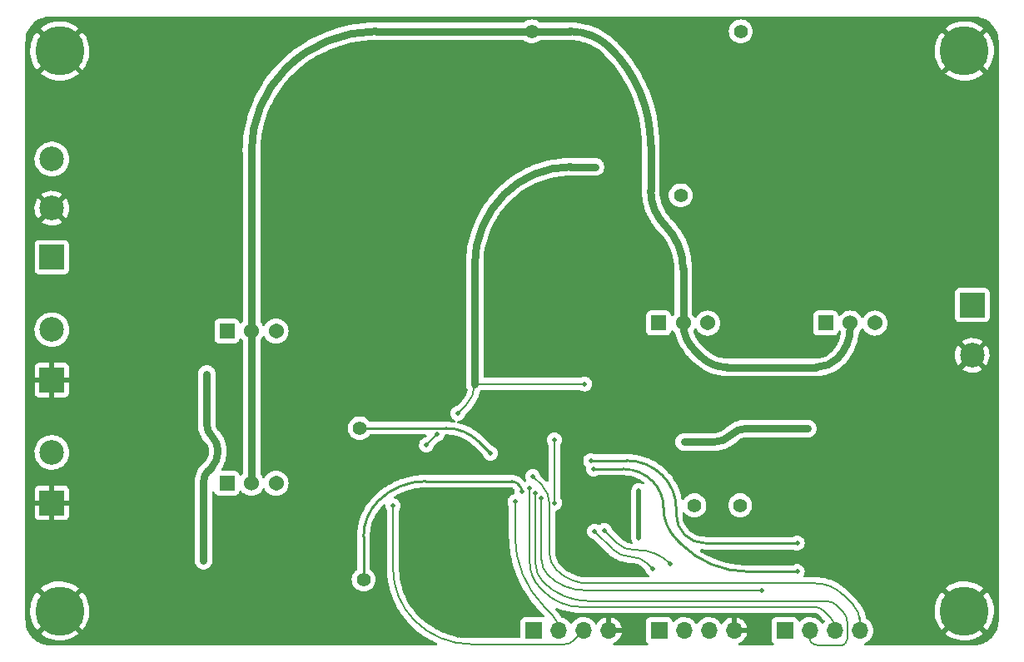
<source format=gbr>
%TF.GenerationSoftware,KiCad,Pcbnew,(6.0.2)*%
%TF.CreationDate,2022-04-24T20:48:30+08:00*%
%TF.ProjectId,wave_generator,77617665-5f67-4656-9e65-7261746f722e,rev?*%
%TF.SameCoordinates,Original*%
%TF.FileFunction,Copper,L3,Inr*%
%TF.FilePolarity,Positive*%
%FSLAX46Y46*%
G04 Gerber Fmt 4.6, Leading zero omitted, Abs format (unit mm)*
G04 Created by KiCad (PCBNEW (6.0.2)) date 2022-04-24 20:48:30*
%MOMM*%
%LPD*%
G01*
G04 APERTURE LIST*
%TA.AperFunction,ComponentPad*%
%ADD10R,1.524000X1.524000*%
%TD*%
%TA.AperFunction,ComponentPad*%
%ADD11C,1.524000*%
%TD*%
%TA.AperFunction,ComponentPad*%
%ADD12C,1.540000*%
%TD*%
%TA.AperFunction,ComponentPad*%
%ADD13R,2.500000X2.500000*%
%TD*%
%TA.AperFunction,ComponentPad*%
%ADD14C,2.500000*%
%TD*%
%TA.AperFunction,ComponentPad*%
%ADD15C,5.000000*%
%TD*%
%TA.AperFunction,ComponentPad*%
%ADD16C,1.400000*%
%TD*%
%TA.AperFunction,ComponentPad*%
%ADD17R,1.700000X1.700000*%
%TD*%
%TA.AperFunction,ComponentPad*%
%ADD18O,1.700000X1.700000*%
%TD*%
%TA.AperFunction,ViaPad*%
%ADD19C,0.500000*%
%TD*%
%TA.AperFunction,Conductor*%
%ADD20C,0.762000*%
%TD*%
%TA.AperFunction,Conductor*%
%ADD21C,0.254000*%
%TD*%
%TA.AperFunction,Conductor*%
%ADD22C,0.200000*%
%TD*%
%TA.AperFunction,Conductor*%
%ADD23C,0.508000*%
%TD*%
G04 APERTURE END LIST*
D10*
%TO.N,Net-(RV3-Pad1)*%
%TO.C,RV3*%
X164900000Y-96700000D03*
D11*
%TO.N,+9V*%
X167400000Y-96700000D03*
D12*
%TO.N,Net-(RV3-Pad3)*%
X169900000Y-96700000D03*
%TD*%
D10*
%TO.N,Net-(RV2-Pad1)*%
%TO.C,RV2*%
X121000000Y-113000000D03*
D11*
%TO.N,+9V*%
X123500000Y-113000000D03*
D12*
%TO.N,Net-(RV2-Pad3)*%
X126000000Y-113000000D03*
%TD*%
D13*
%TO.N,GND*%
%TO.C,J2*%
X103200000Y-102500000D03*
D14*
%TO.N,/Frequency*%
X103200000Y-97365851D03*
%TD*%
D15*
%TO.N,GND*%
%TO.C,W3*%
X104000000Y-126000000D03*
%TD*%
D16*
%TO.N,+9V*%
%TO.C,TP5*%
X152000000Y-67000000D03*
%TD*%
D17*
%TO.N,+3V3*%
%TO.C,J6*%
X152200000Y-128000000D03*
D18*
%TO.N,/SWDIO*%
X154740000Y-128000000D03*
%TO.N,/SWCLK*%
X157280000Y-128000000D03*
%TO.N,GND*%
X159820000Y-128000000D03*
%TD*%
D16*
%TO.N,Net-(C26-Pad2)*%
%TO.C,TP3*%
X168550000Y-115250000D03*
%TD*%
D13*
%TO.N,GND*%
%TO.C,J3*%
X103200000Y-115000000D03*
D14*
%TO.N,/Amplitude*%
X103200000Y-109865851D03*
%TD*%
D15*
%TO.N,GND*%
%TO.C,W2*%
X196000000Y-69000000D03*
%TD*%
D10*
%TO.N,Net-(RV4-Pad1)*%
%TO.C,RV4*%
X181900000Y-96700000D03*
D11*
%TO.N,+9V*%
X184400000Y-96700000D03*
D12*
%TO.N,Net-(RV4-Pad3)*%
X186900000Y-96700000D03*
%TD*%
D16*
%TO.N,Net-(C19-Pad1)*%
%TO.C,TP1*%
X134500000Y-107400000D03*
%TD*%
%TO.N,Net-(C20-Pad1)*%
%TO.C,TP2*%
X134900000Y-122800000D03*
%TD*%
%TO.N,/OUT_TEMP*%
%TO.C,TP4*%
X173200000Y-115250000D03*
%TD*%
D10*
%TO.N,Net-(RV1-Pad1)*%
%TO.C,RV1*%
X121000000Y-97500000D03*
D11*
%TO.N,+9V*%
X123500000Y-97500000D03*
D12*
%TO.N,Net-(RV1-Pad3)*%
X126000000Y-97500000D03*
%TD*%
D16*
%TO.N,-9V*%
%TO.C,TP7*%
X167150000Y-83700000D03*
%TD*%
D15*
%TO.N,GND*%
%TO.C,W1*%
X104000000Y-69000000D03*
%TD*%
D13*
%TO.N,Net-(J4-Pad1)*%
%TO.C,J4*%
X196800000Y-94850000D03*
D14*
%TO.N,GND*%
X196800000Y-99984149D03*
%TD*%
D15*
%TO.N,GND*%
%TO.C,W4*%
X196000000Y-126000000D03*
%TD*%
D17*
%TO.N,+3V3*%
%TO.C,J5*%
X164950000Y-128000000D03*
D18*
%TO.N,/USART_TX*%
X167490000Y-128000000D03*
%TO.N,/USART_RX*%
X170030000Y-128000000D03*
%TO.N,GND*%
X172570000Y-128000000D03*
%TD*%
D17*
%TO.N,/DAC_OUT2*%
%TO.C,J7*%
X177750000Y-128000000D03*
D18*
%TO.N,/PA6*%
X180290000Y-128000000D03*
%TO.N,/PA7*%
X182830000Y-128000000D03*
%TO.N,/PA8*%
X185370000Y-128000000D03*
%TD*%
D16*
%TO.N,+3V3*%
%TO.C,TP6*%
X173250000Y-67000000D03*
%TD*%
D13*
%TO.N,/-15V*%
%TO.C,J1*%
X103200000Y-90000000D03*
D14*
%TO.N,GND*%
X103200000Y-85000000D03*
%TO.N,/+15V*%
X103200000Y-80000000D03*
%TD*%
D19*
%TO.N,GND*%
X178400000Y-106200000D03*
X140300000Y-111000000D03*
X178600000Y-99600000D03*
X198200000Y-88500000D03*
X191700000Y-124300000D03*
X194000000Y-104900000D03*
X110500000Y-119400000D03*
X107500000Y-66300000D03*
X104200000Y-121800000D03*
X156200000Y-77800000D03*
X174700000Y-108700000D03*
X156200000Y-89200000D03*
X127787400Y-91414600D03*
X190900000Y-82600000D03*
X177600000Y-88600000D03*
X191100000Y-104800000D03*
X126600000Y-66400000D03*
X198200000Y-113500000D03*
X134300000Y-111400000D03*
X180400000Y-78500000D03*
X148500000Y-128500000D03*
X101700000Y-106300000D03*
X133223000Y-98221800D03*
X192200000Y-96700000D03*
X175900000Y-83300000D03*
X198500000Y-75000000D03*
X198200000Y-118600000D03*
X142697200Y-85547200D03*
X184318934Y-111125000D03*
X120500000Y-79000000D03*
X170600000Y-66500000D03*
X109200000Y-100900000D03*
X130962400Y-94665800D03*
X129200000Y-128600000D03*
X110100000Y-114200000D03*
X133200000Y-128600000D03*
X175500000Y-112800000D03*
X111600000Y-104000000D03*
X196000000Y-121800000D03*
X191200000Y-67900000D03*
X158400000Y-92800000D03*
X155500000Y-104700000D03*
X109800000Y-66200000D03*
X198500000Y-122600000D03*
X168500000Y-66500000D03*
X198200000Y-116100000D03*
X147200000Y-114900000D03*
X175800000Y-94700000D03*
X198200000Y-91300000D03*
X114200000Y-128700000D03*
X161700000Y-66500000D03*
X127228600Y-94716600D03*
X129700000Y-98300000D03*
X189200000Y-88500000D03*
X130000000Y-111200000D03*
X111200000Y-79900000D03*
X113512600Y-77393800D03*
X185900000Y-80200000D03*
X105800000Y-77400000D03*
X193900000Y-107700000D03*
X107800000Y-75300000D03*
X198400000Y-77600000D03*
X134543800Y-94665800D03*
X101200000Y-118800000D03*
X127900000Y-82600000D03*
X198100000Y-120700000D03*
X128092200Y-75895200D03*
X179500000Y-115500000D03*
X103200000Y-77400000D03*
X198300000Y-82900000D03*
X194300000Y-86700000D03*
X101700000Y-73000000D03*
X113900000Y-107000000D03*
X141225000Y-100675000D03*
X150300000Y-104400000D03*
X110600000Y-128700000D03*
X176700000Y-66500000D03*
X194300000Y-76100000D03*
X151400000Y-108900000D03*
X101300000Y-112500000D03*
X120400000Y-71900000D03*
X191500000Y-70500000D03*
X156800000Y-96800000D03*
X126200000Y-79900000D03*
X172700000Y-83700000D03*
X169600000Y-75500000D03*
X120400000Y-86700000D03*
X180300000Y-66800000D03*
X179806600Y-91973400D03*
X194000000Y-100000000D03*
X114600000Y-112900000D03*
X130700000Y-124600000D03*
X154000000Y-93200000D03*
X159400000Y-66500000D03*
X184600000Y-85700000D03*
X125300000Y-128700000D03*
X198200000Y-111100000D03*
X166100000Y-66500000D03*
X136700000Y-128600000D03*
X149100000Y-92600000D03*
X147400000Y-81000000D03*
X188000000Y-112400000D03*
X137109200Y-97180400D03*
X198200000Y-103500000D03*
X140300000Y-128600000D03*
X194000000Y-102500000D03*
X120900000Y-92000000D03*
X161825000Y-112575000D03*
X175550000Y-69920710D03*
X123900000Y-124700000D03*
X145500000Y-71600000D03*
X131900000Y-114000000D03*
X195900000Y-73300000D03*
X147500000Y-74400000D03*
X138400000Y-105700000D03*
X146400000Y-111500000D03*
X191200000Y-98600000D03*
X126900000Y-108700000D03*
X108400000Y-106400000D03*
X181000000Y-86800000D03*
X192900000Y-72400000D03*
X173800000Y-99200000D03*
X106300000Y-102200000D03*
X122072400Y-108559600D03*
X112600000Y-99900000D03*
X140300000Y-122700000D03*
X107900000Y-70800000D03*
X112400000Y-66200000D03*
X121800000Y-128700000D03*
X122900000Y-66400000D03*
X108100000Y-127500000D03*
X147400000Y-77900000D03*
X142500000Y-125800000D03*
X143300000Y-95200000D03*
X103800000Y-73100000D03*
X163900000Y-66500000D03*
X108300000Y-124900000D03*
X192200000Y-66100000D03*
X116100000Y-92300000D03*
X190100000Y-116000000D03*
X115900000Y-66300000D03*
X150400000Y-97000000D03*
X191000000Y-110100000D03*
X127800000Y-86600000D03*
X188900000Y-102900000D03*
X172700000Y-87700000D03*
X142500000Y-104200000D03*
X106800000Y-122700000D03*
X188200000Y-92500000D03*
X116500000Y-79000000D03*
X194700000Y-79600000D03*
X191400000Y-78000000D03*
X198600000Y-72500000D03*
X193300000Y-122400000D03*
X194000000Y-97800000D03*
X194000000Y-95700000D03*
X113100000Y-122900000D03*
X141900000Y-71600000D03*
X191100000Y-107700000D03*
X198200000Y-105800000D03*
X142800000Y-81100000D03*
X185000000Y-116000000D03*
X129000000Y-103500000D03*
X106300000Y-87200000D03*
X194300000Y-113100000D03*
X190400000Y-73600000D03*
X191100000Y-101500000D03*
X144500000Y-128500000D03*
X191600000Y-127100000D03*
X111700000Y-92500000D03*
X118500000Y-109200000D03*
X138700000Y-117600000D03*
X183600000Y-66800000D03*
X108500000Y-68400000D03*
X117800000Y-124600000D03*
X192700000Y-128800000D03*
X152900000Y-110100000D03*
X198200000Y-108500000D03*
X180600000Y-82100000D03*
X153100000Y-100500000D03*
X184700000Y-90500000D03*
X190200000Y-112400000D03*
X129100000Y-106900000D03*
X119400000Y-66400000D03*
X101600000Y-122600000D03*
X106400000Y-81600000D03*
X156184600Y-69469000D03*
X106000000Y-93700000D03*
X106600000Y-129000000D03*
X198400000Y-80200000D03*
X187500000Y-66800000D03*
X171300000Y-92000000D03*
X118000000Y-128700000D03*
X198300000Y-85700000D03*
%TO.N,Net-(C19-Pad1)*%
X147800000Y-109950000D03*
%TO.N,Net-(C20-Pad1)*%
X151000000Y-113850000D03*
%TO.N,/Freq_LED*%
X179000000Y-122000000D03*
X158279290Y-111550000D03*
%TO.N,/Amp_LED*%
X179000000Y-119100000D03*
X158000000Y-110700000D03*
%TO.N,+3V3*%
X144500000Y-105900000D03*
X162900000Y-118600000D03*
X157400000Y-102900000D03*
X154350000Y-115050000D03*
X146200000Y-102900000D03*
X141300000Y-109100000D03*
X158500000Y-80800000D03*
X162900000Y-113750000D03*
X142400000Y-108000000D03*
X154300000Y-108600000D03*
%TO.N,-9V*%
X118948200Y-105486200D03*
X180086000Y-107442000D03*
X167482713Y-108808713D03*
X118948200Y-101879400D03*
X118618000Y-120878600D03*
%TO.N,/SWDIO*%
X150300000Y-114900000D03*
%TO.N,/SWCLK*%
X137900000Y-115300000D03*
%TO.N,/DAC_OUT2*%
X153000000Y-114500000D03*
X175400000Y-123900000D03*
%TO.N,/PA6*%
X152400000Y-114000000D03*
%TO.N,/PA7*%
X151800000Y-113500000D03*
%TO.N,/PA8*%
X152100000Y-112300000D03*
%TO.N,/USART_TX*%
X158400000Y-117900000D03*
X164300000Y-121700000D03*
%TO.N,/USART_RX*%
X159400000Y-117800000D03*
X166100000Y-121200000D03*
%TD*%
D20*
%TO.N,+9V*%
X164100000Y-78598275D02*
X164100000Y-83200000D01*
X123500007Y-113000003D02*
X123500007Y-97500008D01*
X167400000Y-91166864D02*
X167400000Y-96700000D01*
X168531362Y-99431373D02*
X169199992Y-100100003D01*
X152000000Y-67000000D02*
X155895837Y-67000000D01*
X152000000Y-67000000D02*
X136174011Y-67000000D01*
X123500000Y-79249747D02*
X123500000Y-97500000D01*
X171855638Y-101200001D02*
X180927197Y-101200001D01*
D21*
X184400000Y-97161523D02*
X184400000Y-96700000D01*
D20*
X171855638Y-101200001D02*
G75*
G02*
X169199992Y-100100003I11J3755693D01*
G01*
X127000000Y-70800000D02*
G75*
G02*
X136174011Y-67000000I9174012J-9174012D01*
G01*
X183099989Y-100300003D02*
G75*
G02*
X180927197Y-101200001I-2172779J2172768D01*
G01*
X167400000Y-91166864D02*
G75*
G03*
X165584924Y-86784924I-6196948J4D01*
G01*
X160000000Y-68700000D02*
G75*
G03*
X155895837Y-67000000I-4104165J-4104167D01*
G01*
X168531362Y-99431373D02*
G75*
G02*
X167399995Y-96700010I2731463J2731404D01*
G01*
X184400011Y-97161528D02*
G75*
G02*
X183099988Y-100300002I-4438519J43D01*
G01*
X165584924Y-86784924D02*
G75*
G02*
X164100000Y-83200000I3584922J3584923D01*
G01*
X164099999Y-78598275D02*
G75*
G03*
X159999999Y-68700001I-13998269J2D01*
G01*
X123500000Y-79249747D02*
G75*
G02*
X127000000Y-70800000I11949738J3D01*
G01*
D21*
%TO.N,Net-(C19-Pad1)*%
X143293331Y-107400000D02*
X134500000Y-107400000D01*
X147800000Y-109950000D02*
X146633577Y-108783576D01*
X143293331Y-107400000D02*
G75*
G02*
X146633577Y-108783576I-2J-4723824D01*
G01*
%TO.N,Net-(C20-Pad1)*%
X134900000Y-118421320D02*
X134900000Y-122800000D01*
X150017158Y-112800000D02*
X141228427Y-112800000D01*
X150752513Y-113252512D02*
X150500000Y-113000000D01*
X150017158Y-112800001D02*
G75*
G02*
X150499999Y-113000001I3J-682833D01*
G01*
X136400000Y-114800000D02*
G75*
G02*
X141228427Y-112800000I4828428J-4828430D01*
G01*
X134900001Y-118421320D02*
G75*
G02*
X136400001Y-114800001I5121312J3D01*
G01*
X150752513Y-113252512D02*
G75*
G02*
X151000000Y-113850000I-597493J-597489D01*
G01*
%TO.N,/Freq_LED*%
X165400000Y-115455634D02*
X165400000Y-115500000D01*
X173959797Y-122000000D02*
X179000000Y-122000000D01*
X166743503Y-118743503D02*
X167200000Y-119200000D01*
X158279290Y-111550000D02*
X161282234Y-111550000D01*
X164300000Y-112800000D02*
G75*
G03*
X161282234Y-111550000I-3017769J-3017772D01*
G01*
X165400000Y-115455634D02*
G75*
G03*
X164300000Y-112800000I-3755635J-1D01*
G01*
X173959797Y-121999999D02*
G75*
G02*
X167200001Y-119199999I3J9559802D01*
G01*
X166743503Y-118743503D02*
G75*
G02*
X165400000Y-115500000I3243503J3243503D01*
G01*
%TO.N,/Amp_LED*%
X169604193Y-119100000D02*
X179000000Y-119100000D01*
X158000000Y-110700000D02*
X161678680Y-110700000D01*
X166700000Y-115579898D02*
X166700000Y-116200000D01*
X169604193Y-119099999D02*
G75*
G02*
X167548529Y-118248527I1J2907181D01*
G01*
X167548528Y-118248528D02*
G75*
G02*
X166700000Y-116200000I2048527J2048528D01*
G01*
X165300000Y-112200000D02*
G75*
G03*
X161678680Y-110700000I-3621324J-3621329D01*
G01*
X166700000Y-115579898D02*
G75*
G03*
X165300000Y-112200000I-4779893J1D01*
G01*
D22*
%TO.N,+3V3*%
X146200000Y-102900000D02*
X157400000Y-102900000D01*
D23*
X162900000Y-118600000D02*
X162900000Y-113750000D01*
D22*
X141300000Y-109100000D02*
X142400000Y-108000000D01*
D20*
X158500000Y-80800000D02*
X155959797Y-80800000D01*
X146200000Y-90842640D02*
X146200000Y-102900000D01*
D22*
X144500000Y-105900000D02*
X145280761Y-105119239D01*
X154300000Y-114929290D02*
X154300000Y-108600000D01*
D20*
X149200000Y-83600000D02*
G75*
G02*
X155959797Y-80800000I6759795J-6759792D01*
G01*
D22*
X146200000Y-102900000D02*
G75*
G02*
X145280761Y-105119239I-3138475J-1D01*
G01*
X154300001Y-114929290D02*
G75*
G03*
X154350001Y-115049999I170701J-3D01*
G01*
D20*
X146200001Y-90842640D02*
G75*
G02*
X149200001Y-83600001I10242641J-1D01*
G01*
%TO.N,-9V*%
X120065800Y-109593328D02*
X120065800Y-109909233D01*
X118618000Y-112899699D02*
X118618000Y-120878600D01*
X173810704Y-107442000D02*
X180086000Y-107442000D01*
X118948200Y-101879400D02*
X118948200Y-105486200D01*
X119457570Y-111377630D02*
X119100600Y-111734600D01*
X118948200Y-105486200D02*
X118948200Y-106895265D01*
X167482713Y-108808713D02*
X170511168Y-108808713D01*
X119457570Y-111377630D02*
G75*
G03*
X120065800Y-109909233I-1468398J1468397D01*
G01*
X118618000Y-112899699D02*
G75*
G02*
X119100600Y-111734600I1647703J-2D01*
G01*
X172339000Y-108051600D02*
G75*
G02*
X170511168Y-108808713I-1827835J1827838D01*
G01*
X119532400Y-108305600D02*
G75*
G02*
X118948200Y-106895265I1410259J1410332D01*
G01*
X173810704Y-107442000D02*
G75*
G03*
X172339000Y-108051600I0J-2081302D01*
G01*
X120065799Y-109593328D02*
G75*
G03*
X119532399Y-108305601I-1821108J0D01*
G01*
D22*
%TO.N,/SWDIO*%
X150300000Y-114900000D02*
X150300000Y-118357360D01*
X153300000Y-125600000D02*
X154061177Y-126361177D01*
X154739999Y-128000000D02*
G75*
G03*
X154061177Y-126361177I-2317650J-2D01*
G01*
X153300000Y-125600000D02*
G75*
G02*
X150300000Y-118357360I7242646J7242643D01*
G01*
%TO.N,/SWCLK*%
X137900000Y-115300000D02*
X137900000Y-121688731D01*
X145894112Y-129400000D02*
X155300000Y-129400000D01*
X156290122Y-128989878D02*
X157280000Y-128000000D01*
X145894112Y-129399999D02*
G75*
G02*
X140100001Y-126999999I1J8194113D01*
G01*
X156290122Y-128989878D02*
G75*
G02*
X155300000Y-129400000I-990121J990120D01*
G01*
X140100000Y-127000000D02*
G75*
G02*
X137900000Y-121688731I5311275J5311272D01*
G01*
%TO.N,/DAC_OUT2*%
X157386739Y-123900000D02*
X175400000Y-123900000D01*
X153000000Y-114500000D02*
X153000000Y-120775522D01*
X157386739Y-123899999D02*
G75*
G02*
X153653705Y-122353703I-1J5279252D01*
G01*
X153653704Y-122353704D02*
G75*
G02*
X153000000Y-120775522I1578181J1578181D01*
G01*
%TO.N,/PA6*%
X181701283Y-129498717D02*
X183586803Y-129498717D01*
X152400000Y-121203363D02*
X152400000Y-114000000D01*
X183616155Y-126016154D02*
X183098901Y-125498902D01*
X183817157Y-129382842D02*
X183931462Y-129268538D01*
X181700000Y-129500000D02*
X181701283Y-129498717D01*
X184100000Y-128861654D02*
X184100000Y-127184256D01*
X181899979Y-125000000D02*
X157821740Y-125000000D01*
X183098901Y-125498902D02*
X183094974Y-125494975D01*
X180290000Y-128934460D02*
X180290000Y-128000000D01*
X181700000Y-129500000D02*
X181124301Y-129500000D01*
X184099999Y-128861654D02*
G75*
G02*
X183931462Y-129268538I-575423J2D01*
G01*
X153175473Y-123075473D02*
G75*
G03*
X157821740Y-125000000I4646267J4646335D01*
G01*
X180290000Y-128934460D02*
G75*
G03*
X180400000Y-129200000I375511J2D01*
G01*
X152400000Y-121203363D02*
G75*
G03*
X153175473Y-123075473I2647512J-1D01*
G01*
X181899979Y-125000001D02*
G75*
G02*
X183094973Y-125494976I1J-1689995D01*
G01*
X183616155Y-126016154D02*
G75*
G02*
X184100000Y-127184256I-1168092J-1168100D01*
G01*
X180400000Y-129200000D02*
G75*
G03*
X181124301Y-129500000I724303J724357D01*
G01*
X183817157Y-129382842D02*
G75*
G02*
X183586803Y-129498716I-295451J300440D01*
G01*
%TO.N,/PA7*%
X157021308Y-125600000D02*
X180803288Y-125600000D01*
X152885516Y-123685516D02*
X153229298Y-124029298D01*
X151800000Y-113500000D02*
X151800000Y-121064848D01*
X182830000Y-127738111D02*
X182830000Y-128000000D01*
X182400000Y-126700000D02*
X181651199Y-125951212D01*
X182829999Y-127738111D02*
G75*
G03*
X182400000Y-126700000I-1468115J-2D01*
G01*
X157021308Y-125599999D02*
G75*
G02*
X153229299Y-124029297I-1J5362709D01*
G01*
X181651199Y-125951212D02*
G75*
G03*
X180803288Y-125600000I-847912J-847928D01*
G01*
X152885516Y-123685516D02*
G75*
G02*
X151800000Y-121064848I2620665J2620667D01*
G01*
%TO.N,/PA8*%
X183653242Y-124353243D02*
X184700000Y-125400000D01*
X185370000Y-127017562D02*
X185370000Y-128000000D01*
X153800000Y-115000000D02*
X153800000Y-120110051D01*
X157782842Y-123200000D02*
X180869067Y-123200000D01*
X185370000Y-126651825D02*
X185370000Y-128000000D01*
X152100000Y-112300000D02*
X153092893Y-113292893D01*
X154500000Y-121800000D02*
X154568629Y-121868629D01*
X183653242Y-124353243D02*
G75*
G03*
X180869067Y-123200000I-2784174J-2784172D01*
G01*
X157782842Y-123200000D02*
G75*
G02*
X154568629Y-121868629I-1J4545580D01*
G01*
X153800000Y-115000000D02*
G75*
G03*
X153092893Y-113292893I-2414211J1D01*
G01*
X154500000Y-121800000D02*
G75*
G02*
X153800000Y-120110051I1689951J1689950D01*
G01*
X185370000Y-127017562D02*
G75*
G03*
X184700000Y-125400000I-2287624J-3D01*
G01*
%TO.N,/USART_TX*%
X163807107Y-121207107D02*
X164300000Y-121700000D01*
X158400000Y-117900000D02*
X160222182Y-119722182D01*
X163807107Y-121207107D02*
G75*
G03*
X162100000Y-120500000I-1707106J-1707104D01*
G01*
X162100000Y-120500000D02*
G75*
G02*
X160222182Y-119722182I3J2655642D01*
G01*
%TO.N,/USART_RX*%
X159400000Y-117800000D02*
X160692893Y-119092893D01*
X162400000Y-119800000D02*
X162720102Y-119800000D01*
X162400000Y-119800000D02*
G75*
G02*
X160692893Y-119092893I-1J2414211D01*
G01*
X166100000Y-121200000D02*
G75*
G03*
X162720102Y-119800000I-3379899J-3379898D01*
G01*
%TD*%
%TA.AperFunction,Conductor*%
%TO.N,GND*%
G36*
X196970057Y-65509500D02*
G01*
X196984858Y-65511805D01*
X196984861Y-65511805D01*
X196993730Y-65513186D01*
X197010899Y-65510941D01*
X197034839Y-65510108D01*
X197292770Y-65525710D01*
X197307874Y-65527544D01*
X197378648Y-65540514D01*
X197588879Y-65579040D01*
X197603641Y-65582678D01*
X197876408Y-65667675D01*
X197890627Y-65673069D01*
X198151140Y-65790316D01*
X198164609Y-65797385D01*
X198409095Y-65945182D01*
X198421617Y-65953825D01*
X198646507Y-66130016D01*
X198657895Y-66140106D01*
X198859894Y-66342105D01*
X198869984Y-66353493D01*
X199046175Y-66578383D01*
X199054818Y-66590905D01*
X199202615Y-66835391D01*
X199209684Y-66848860D01*
X199326930Y-67109370D01*
X199332325Y-67123592D01*
X199406644Y-67362089D01*
X199417321Y-67396353D01*
X199420960Y-67411121D01*
X199426421Y-67440918D01*
X199472456Y-67692126D01*
X199474290Y-67707230D01*
X199489455Y-67957929D01*
X199488198Y-67984639D01*
X199488195Y-67984859D01*
X199486814Y-67993730D01*
X199487978Y-68002632D01*
X199487978Y-68002635D01*
X199490936Y-68025251D01*
X199492000Y-68041589D01*
X199492000Y-126950672D01*
X199490500Y-126970057D01*
X199488213Y-126984748D01*
X199486814Y-126993730D01*
X199488581Y-127007240D01*
X199489059Y-127010897D01*
X199489892Y-127034839D01*
X199474290Y-127292770D01*
X199472456Y-127307874D01*
X199425546Y-127563860D01*
X199420962Y-127588873D01*
X199417322Y-127603641D01*
X199356458Y-127798962D01*
X199332326Y-127876404D01*
X199326931Y-127890627D01*
X199215454Y-128138321D01*
X199209686Y-128151136D01*
X199202615Y-128164609D01*
X199054818Y-128409095D01*
X199046175Y-128421617D01*
X198869984Y-128646507D01*
X198859894Y-128657895D01*
X198657895Y-128859894D01*
X198646507Y-128869984D01*
X198421617Y-129046175D01*
X198409095Y-129054818D01*
X198164609Y-129202615D01*
X198151140Y-129209684D01*
X197890630Y-129326930D01*
X197876408Y-129332325D01*
X197603641Y-129417322D01*
X197588879Y-129420960D01*
X197402339Y-129455145D01*
X197307874Y-129472456D01*
X197292770Y-129474290D01*
X197042071Y-129489455D01*
X197015361Y-129488198D01*
X197015141Y-129488195D01*
X197006270Y-129486814D01*
X196997368Y-129487978D01*
X196997365Y-129487978D01*
X196974749Y-129490936D01*
X196958411Y-129492000D01*
X185956139Y-129492000D01*
X185888018Y-129471998D01*
X185841525Y-129418342D01*
X185831421Y-129348068D01*
X185860915Y-129283488D01*
X185900707Y-129252849D01*
X185907358Y-129249591D01*
X186067994Y-129170896D01*
X186249860Y-129041173D01*
X186278371Y-129012762D01*
X186393616Y-128897918D01*
X186408096Y-128883489D01*
X186474197Y-128791500D01*
X186535435Y-128706277D01*
X186538453Y-128702077D01*
X186551995Y-128674678D01*
X186635136Y-128506453D01*
X186635137Y-128506451D01*
X186637430Y-128501811D01*
X186698234Y-128301681D01*
X194063860Y-128301681D01*
X194063878Y-128301933D01*
X194069793Y-128310677D01*
X194101111Y-128339174D01*
X194106748Y-128343738D01*
X194382544Y-128541918D01*
X194388682Y-128545813D01*
X194685435Y-128710984D01*
X194691955Y-128714136D01*
X195005738Y-128844109D01*
X195012589Y-128846495D01*
X195339212Y-128939536D01*
X195346301Y-128941120D01*
X195681465Y-128996006D01*
X195688671Y-128996763D01*
X196027926Y-129012762D01*
X196035176Y-129012686D01*
X196374010Y-128989587D01*
X196381219Y-128988676D01*
X196715160Y-128926784D01*
X196722190Y-128925057D01*
X197046819Y-128825187D01*
X197053597Y-128822667D01*
X197364603Y-128686145D01*
X197371043Y-128682864D01*
X197664293Y-128511502D01*
X197670326Y-128507493D01*
X197928828Y-128313405D01*
X197937282Y-128302078D01*
X197930537Y-128289748D01*
X196012810Y-126372020D01*
X195998869Y-126364408D01*
X195997034Y-126364539D01*
X195990420Y-126368790D01*
X194071474Y-128287737D01*
X194063860Y-128301681D01*
X186698234Y-128301681D01*
X186702370Y-128288069D01*
X186731529Y-128066590D01*
X186731611Y-128063240D01*
X186733074Y-128003365D01*
X186733074Y-128003361D01*
X186733156Y-128000000D01*
X186714852Y-127777361D01*
X186660431Y-127560702D01*
X186571354Y-127355840D01*
X186450014Y-127168277D01*
X186299670Y-127003051D01*
X186295619Y-126999852D01*
X186295615Y-126999848D01*
X186128414Y-126867800D01*
X186128410Y-126867798D01*
X186124359Y-126864598D01*
X186043607Y-126820021D01*
X185993636Y-126769588D01*
X185978500Y-126709712D01*
X185978500Y-126611940D01*
X185972454Y-126566012D01*
X185963916Y-126501163D01*
X185962838Y-126492975D01*
X185901524Y-126344950D01*
X185902363Y-126344603D01*
X185894606Y-126325436D01*
X185857895Y-126178872D01*
X185857893Y-126178866D01*
X185857142Y-126175867D01*
X185775508Y-125947711D01*
X185762321Y-125910855D01*
X185762319Y-125910850D01*
X185761652Y-125908987D01*
X192988484Y-125908987D01*
X192997374Y-126248505D01*
X192997980Y-126255721D01*
X193045835Y-126591963D01*
X193047269Y-126599074D01*
X193133455Y-126927595D01*
X193135692Y-126934478D01*
X193259064Y-127250914D01*
X193262081Y-127257503D01*
X193421002Y-127557652D01*
X193424761Y-127563860D01*
X193617129Y-127843757D01*
X193621574Y-127849486D01*
X193688743Y-127926484D01*
X193701917Y-127934888D01*
X193711769Y-127929020D01*
X195627980Y-126012810D01*
X195634357Y-126001131D01*
X196364408Y-126001131D01*
X196364539Y-126002966D01*
X196368790Y-126009580D01*
X198286268Y-127927057D01*
X198299622Y-127934349D01*
X198309594Y-127927295D01*
X198416641Y-127799267D01*
X198420957Y-127793456D01*
X198607432Y-127509575D01*
X198611046Y-127503313D01*
X198763658Y-127199882D01*
X198766530Y-127193244D01*
X198883249Y-126874293D01*
X198885345Y-126867351D01*
X198964631Y-126537103D01*
X198965915Y-126529964D01*
X199006816Y-126191973D01*
X199007240Y-126186403D01*
X199013010Y-126002797D01*
X199012937Y-125997204D01*
X198993338Y-125657303D01*
X198992506Y-125650113D01*
X198934113Y-125315529D01*
X198932458Y-125308474D01*
X198835998Y-124982834D01*
X198833540Y-124976006D01*
X198700290Y-124663608D01*
X198697073Y-124657125D01*
X198528788Y-124362089D01*
X198524856Y-124356034D01*
X198323774Y-124082295D01*
X198319166Y-124076726D01*
X198313830Y-124070984D01*
X198300178Y-124062866D01*
X198299570Y-124062887D01*
X198291092Y-124068119D01*
X196372020Y-125987190D01*
X196364408Y-126001131D01*
X195634357Y-126001131D01*
X195635592Y-125998869D01*
X195635461Y-125997034D01*
X195631210Y-125990420D01*
X193712374Y-124071585D01*
X193699581Y-124064599D01*
X193688827Y-124072464D01*
X193528037Y-124277527D01*
X193523902Y-124283476D01*
X193346440Y-124573068D01*
X193343019Y-124579447D01*
X193200016Y-124887522D01*
X193197356Y-124894241D01*
X193090711Y-125216707D01*
X193088834Y-125223711D01*
X193019961Y-125556288D01*
X193018904Y-125563449D01*
X192988712Y-125901735D01*
X192988484Y-125908987D01*
X185761652Y-125908987D01*
X185761282Y-125907952D01*
X185758799Y-125902700D01*
X185640948Y-125653521D01*
X185639625Y-125650723D01*
X185493341Y-125406656D01*
X185487656Y-125398990D01*
X185325684Y-125180590D01*
X185325678Y-125180583D01*
X185323839Y-125178103D01*
X185150532Y-124986882D01*
X185143943Y-124978985D01*
X185133995Y-124966020D01*
X185108617Y-124946546D01*
X185096228Y-124935680D01*
X184117565Y-123957017D01*
X184106697Y-123944626D01*
X184092258Y-123925808D01*
X184092256Y-123925806D01*
X184087230Y-123919256D01*
X184080678Y-123914229D01*
X184079538Y-123913089D01*
X184074809Y-123909121D01*
X183847738Y-123701048D01*
X194065132Y-123701048D01*
X194071527Y-123712316D01*
X195987190Y-125627980D01*
X196001131Y-125635592D01*
X196002966Y-125635461D01*
X196009580Y-125631210D01*
X197927074Y-123713716D01*
X197934466Y-123700179D01*
X197927679Y-123690479D01*
X197824476Y-123602335D01*
X197818704Y-123597953D01*
X197536796Y-123408519D01*
X197530575Y-123404839D01*
X197228757Y-123249060D01*
X197222146Y-123246116D01*
X196904439Y-123126065D01*
X196897513Y-123123894D01*
X196568112Y-123041155D01*
X196561005Y-123039799D01*
X196224278Y-122995468D01*
X196217036Y-122994937D01*
X195877467Y-122989602D01*
X195870205Y-122989906D01*
X195532256Y-123023638D01*
X195525108Y-123024770D01*
X195193263Y-123097124D01*
X195186285Y-123099072D01*
X194864960Y-123209086D01*
X194858253Y-123211823D01*
X194551707Y-123358039D01*
X194545349Y-123361534D01*
X194257654Y-123542005D01*
X194251731Y-123546214D01*
X194073601Y-123688923D01*
X194065132Y-123701048D01*
X183847738Y-123701048D01*
X183795947Y-123653590D01*
X183795939Y-123653583D01*
X183793911Y-123651725D01*
X183764432Y-123629105D01*
X183481163Y-123411744D01*
X183481151Y-123411736D01*
X183478983Y-123410072D01*
X183144192Y-123196787D01*
X182792085Y-123013492D01*
X182425344Y-122861582D01*
X182184150Y-122785534D01*
X182049382Y-122743042D01*
X182049375Y-122743040D01*
X182046758Y-122742215D01*
X181745936Y-122675524D01*
X181661907Y-122656895D01*
X181661904Y-122656894D01*
X181659209Y-122656297D01*
X181656479Y-122655938D01*
X181656470Y-122655936D01*
X181462428Y-122630390D01*
X181265647Y-122604484D01*
X181262898Y-122604364D01*
X181262887Y-122604363D01*
X180918916Y-122589345D01*
X180885016Y-122587865D01*
X180878855Y-122587326D01*
X180877252Y-122587326D01*
X180869067Y-122586249D01*
X180845551Y-122589345D01*
X180837370Y-122590422D01*
X180820924Y-122591500D01*
X179752698Y-122591500D01*
X179684577Y-122571498D01*
X179638084Y-122517842D01*
X179627980Y-122447568D01*
X179647750Y-122395773D01*
X179671472Y-122360068D01*
X179678891Y-122348902D01*
X179739319Y-122189825D01*
X179740536Y-122181169D01*
X179756640Y-122066573D01*
X179763001Y-122021313D01*
X179763299Y-122000000D01*
X179744331Y-121830892D01*
X179727676Y-121783064D01*
X179702116Y-121709669D01*
X179688368Y-121670189D01*
X179682351Y-121660559D01*
X179616247Y-121554773D01*
X179598192Y-121525879D01*
X179478286Y-121405132D01*
X179443168Y-121382845D01*
X179411145Y-121362523D01*
X179334608Y-121313951D01*
X179174300Y-121256868D01*
X179005329Y-121236720D01*
X178998326Y-121237456D01*
X178998325Y-121237456D01*
X178843101Y-121253770D01*
X178843097Y-121253771D01*
X178836093Y-121254507D01*
X178829422Y-121256778D01*
X178681673Y-121307075D01*
X178681670Y-121307076D01*
X178675003Y-121309346D01*
X178615721Y-121345817D01*
X178549698Y-121364500D01*
X174009950Y-121364500D01*
X173993504Y-121363422D01*
X173974032Y-121360858D01*
X173974028Y-121360858D01*
X173966501Y-121359867D01*
X173940915Y-121362692D01*
X173923282Y-121363396D01*
X173424752Y-121348332D01*
X173417170Y-121347872D01*
X173152527Y-121323824D01*
X172887891Y-121299776D01*
X172880335Y-121298859D01*
X172354910Y-121218890D01*
X172347424Y-121217518D01*
X171827787Y-121105972D01*
X171820397Y-121104150D01*
X171626496Y-121050096D01*
X171308451Y-120961434D01*
X171301216Y-120959180D01*
X170798780Y-120785800D01*
X170791690Y-120783111D01*
X170374074Y-120610129D01*
X170300668Y-120579723D01*
X170293727Y-120576599D01*
X169815892Y-120343940D01*
X169809153Y-120340403D01*
X169346249Y-120079324D01*
X169339736Y-120075387D01*
X169145007Y-119949486D01*
X169098661Y-119895703D01*
X169088750Y-119825401D01*
X169118420Y-119760902D01*
X169178252Y-119722682D01*
X169231902Y-119719038D01*
X169256535Y-119722692D01*
X169259621Y-119722844D01*
X169259625Y-119722844D01*
X169405841Y-119730027D01*
X169575149Y-119738344D01*
X169586636Y-119739442D01*
X169586704Y-119739447D01*
X169590786Y-119740028D01*
X169598939Y-119740113D01*
X169600072Y-119740125D01*
X169600073Y-119740125D01*
X169604193Y-119740168D01*
X169608282Y-119739673D01*
X169608285Y-119739673D01*
X169622388Y-119737966D01*
X169635224Y-119736413D01*
X169650359Y-119735500D01*
X178548279Y-119735500D01*
X178617272Y-119756068D01*
X178646352Y-119775097D01*
X178655846Y-119781310D01*
X178662450Y-119783766D01*
X178662452Y-119783767D01*
X178698844Y-119797301D01*
X178815341Y-119840626D01*
X178984015Y-119863132D01*
X178991026Y-119862494D01*
X178991030Y-119862494D01*
X179146462Y-119848348D01*
X179153483Y-119847709D01*
X179160185Y-119845531D01*
X179160187Y-119845531D01*
X179308623Y-119797301D01*
X179308626Y-119797300D01*
X179315322Y-119795124D01*
X179461490Y-119707990D01*
X179466584Y-119703139D01*
X179466588Y-119703136D01*
X179549143Y-119624519D01*
X179584721Y-119590639D01*
X179678891Y-119448902D01*
X179739319Y-119289825D01*
X179763001Y-119121313D01*
X179763299Y-119100000D01*
X179744331Y-118930892D01*
X179688368Y-118770189D01*
X179598192Y-118625879D01*
X179561911Y-118589343D01*
X179483248Y-118510129D01*
X179478286Y-118505132D01*
X179451499Y-118488132D01*
X179423406Y-118470304D01*
X179334608Y-118413951D01*
X179174300Y-118356868D01*
X179005329Y-118336720D01*
X178998326Y-118337456D01*
X178998325Y-118337456D01*
X178843101Y-118353770D01*
X178843097Y-118353771D01*
X178836093Y-118354507D01*
X178829422Y-118356778D01*
X178681673Y-118407075D01*
X178681670Y-118407076D01*
X178675003Y-118409346D01*
X178615721Y-118445817D01*
X178549698Y-118464500D01*
X169654346Y-118464500D01*
X169637900Y-118463422D01*
X169618428Y-118460858D01*
X169618424Y-118460858D01*
X169610897Y-118459867D01*
X169596169Y-118461493D01*
X169591250Y-118462036D01*
X169570358Y-118462599D01*
X169521711Y-118459867D01*
X169356908Y-118450611D01*
X169342877Y-118449030D01*
X169105675Y-118408729D01*
X169091914Y-118405589D01*
X168912046Y-118353770D01*
X168860709Y-118338980D01*
X168847373Y-118334313D01*
X168625097Y-118242245D01*
X168612377Y-118236120D01*
X168401780Y-118119729D01*
X168389833Y-118112221D01*
X168193609Y-117972996D01*
X168182575Y-117964198D01*
X168028630Y-117826626D01*
X168012632Y-117809384D01*
X168012222Y-117808850D01*
X168012220Y-117808848D01*
X168005911Y-117800626D01*
X168005908Y-117800624D01*
X168005906Y-117800621D01*
X167998336Y-117794556D01*
X167990477Y-117788259D01*
X167975310Y-117773887D01*
X167833614Y-117615331D01*
X167824803Y-117604283D01*
X167686237Y-117408991D01*
X167678720Y-117397028D01*
X167586204Y-117229634D01*
X167562885Y-117187441D01*
X167556756Y-117174715D01*
X167549327Y-117156778D01*
X167507943Y-117056868D01*
X167465120Y-116953483D01*
X167460453Y-116940146D01*
X167394161Y-116710042D01*
X167391017Y-116696267D01*
X167358289Y-116503649D01*
X167350904Y-116460185D01*
X167349323Y-116446149D01*
X167346168Y-116389956D01*
X167341279Y-116302912D01*
X167338021Y-116244888D01*
X167339080Y-116220072D01*
X167339447Y-116217495D01*
X167339448Y-116217483D01*
X167340028Y-116213407D01*
X167340168Y-116200000D01*
X167336413Y-116168969D01*
X167335500Y-116153834D01*
X167335500Y-116022089D01*
X167355502Y-115953968D01*
X167409158Y-115907475D01*
X167479432Y-115897371D01*
X167544012Y-115926865D01*
X167564712Y-115949818D01*
X167620699Y-116029776D01*
X167770224Y-116179301D01*
X167943442Y-116300589D01*
X167948420Y-116302910D01*
X167948423Y-116302912D01*
X168054448Y-116352352D01*
X168135090Y-116389956D01*
X168140398Y-116391378D01*
X168140400Y-116391379D01*
X168334030Y-116443262D01*
X168334032Y-116443262D01*
X168339345Y-116444686D01*
X168550000Y-116463116D01*
X168760655Y-116444686D01*
X168765968Y-116443262D01*
X168765970Y-116443262D01*
X168959600Y-116391379D01*
X168959602Y-116391378D01*
X168964910Y-116389956D01*
X169045552Y-116352352D01*
X169151577Y-116302912D01*
X169151580Y-116302910D01*
X169156558Y-116300589D01*
X169329776Y-116179301D01*
X169479301Y-116029776D01*
X169600589Y-115856558D01*
X169603160Y-115851046D01*
X169687633Y-115669892D01*
X169687634Y-115669891D01*
X169689956Y-115664910D01*
X169694246Y-115648902D01*
X169743262Y-115465970D01*
X169743262Y-115465968D01*
X169744686Y-115460655D01*
X169763116Y-115250000D01*
X171986884Y-115250000D01*
X172005314Y-115460655D01*
X172006738Y-115465968D01*
X172006738Y-115465970D01*
X172055755Y-115648902D01*
X172060044Y-115664910D01*
X172062366Y-115669891D01*
X172062367Y-115669892D01*
X172146841Y-115851046D01*
X172149411Y-115856558D01*
X172270699Y-116029776D01*
X172420224Y-116179301D01*
X172593442Y-116300589D01*
X172598420Y-116302910D01*
X172598423Y-116302912D01*
X172704448Y-116352352D01*
X172785090Y-116389956D01*
X172790398Y-116391378D01*
X172790400Y-116391379D01*
X172984030Y-116443262D01*
X172984032Y-116443262D01*
X172989345Y-116444686D01*
X173200000Y-116463116D01*
X173410655Y-116444686D01*
X173415968Y-116443262D01*
X173415970Y-116443262D01*
X173609600Y-116391379D01*
X173609602Y-116391378D01*
X173614910Y-116389956D01*
X173695552Y-116352352D01*
X173801577Y-116302912D01*
X173801580Y-116302910D01*
X173806558Y-116300589D01*
X173979776Y-116179301D01*
X174129301Y-116029776D01*
X174250589Y-115856558D01*
X174253160Y-115851046D01*
X174337633Y-115669892D01*
X174337634Y-115669891D01*
X174339956Y-115664910D01*
X174344246Y-115648902D01*
X174393262Y-115465970D01*
X174393262Y-115465968D01*
X174394686Y-115460655D01*
X174413116Y-115250000D01*
X174394686Y-115039345D01*
X174393262Y-115034030D01*
X174341379Y-114840400D01*
X174341378Y-114840398D01*
X174339956Y-114835090D01*
X174298413Y-114746000D01*
X174252912Y-114648423D01*
X174252910Y-114648420D01*
X174250589Y-114643442D01*
X174129301Y-114470224D01*
X173979776Y-114320699D01*
X173806558Y-114199411D01*
X173801580Y-114197090D01*
X173801577Y-114197088D01*
X173619892Y-114112367D01*
X173619891Y-114112366D01*
X173614910Y-114110044D01*
X173609602Y-114108622D01*
X173609600Y-114108621D01*
X173415970Y-114056738D01*
X173415968Y-114056738D01*
X173410655Y-114055314D01*
X173200000Y-114036884D01*
X172989345Y-114055314D01*
X172984032Y-114056738D01*
X172984030Y-114056738D01*
X172790400Y-114108621D01*
X172790398Y-114108622D01*
X172785090Y-114110044D01*
X172780109Y-114112366D01*
X172780108Y-114112367D01*
X172598423Y-114197088D01*
X172598420Y-114197090D01*
X172593442Y-114199411D01*
X172420224Y-114320699D01*
X172270699Y-114470224D01*
X172149411Y-114643442D01*
X172147090Y-114648420D01*
X172147088Y-114648423D01*
X172101587Y-114746000D01*
X172060044Y-114835090D01*
X172058622Y-114840398D01*
X172058621Y-114840400D01*
X172006738Y-115034030D01*
X172005314Y-115039345D01*
X171986884Y-115250000D01*
X169763116Y-115250000D01*
X169744686Y-115039345D01*
X169743262Y-115034030D01*
X169691379Y-114840400D01*
X169691378Y-114840398D01*
X169689956Y-114835090D01*
X169648413Y-114746000D01*
X169602912Y-114648423D01*
X169602910Y-114648420D01*
X169600589Y-114643442D01*
X169479301Y-114470224D01*
X169329776Y-114320699D01*
X169156558Y-114199411D01*
X169151580Y-114197090D01*
X169151577Y-114197088D01*
X168969892Y-114112367D01*
X168969891Y-114112366D01*
X168964910Y-114110044D01*
X168959602Y-114108622D01*
X168959600Y-114108621D01*
X168765970Y-114056738D01*
X168765968Y-114056738D01*
X168760655Y-114055314D01*
X168550000Y-114036884D01*
X168339345Y-114055314D01*
X168334032Y-114056738D01*
X168334030Y-114056738D01*
X168140400Y-114108621D01*
X168140398Y-114108622D01*
X168135090Y-114110044D01*
X168130109Y-114112366D01*
X168130108Y-114112367D01*
X167948423Y-114197088D01*
X167948420Y-114197090D01*
X167943442Y-114199411D01*
X167770224Y-114320699D01*
X167620699Y-114470224D01*
X167499411Y-114643442D01*
X167497090Y-114648419D01*
X167497085Y-114648428D01*
X167490985Y-114661510D01*
X167444068Y-114714795D01*
X167375790Y-114734255D01*
X167307830Y-114713713D01*
X167261765Y-114659689D01*
X167253212Y-114632840D01*
X167250207Y-114617730D01*
X167223601Y-114483975D01*
X167190419Y-114317154D01*
X167190416Y-114317143D01*
X167189935Y-114314723D01*
X167186754Y-114303441D01*
X167075099Y-113907546D01*
X167075097Y-113907541D01*
X167074425Y-113905157D01*
X166927137Y-113505916D01*
X166922728Y-113496351D01*
X166808191Y-113247902D01*
X166748979Y-113119462D01*
X166732175Y-113089455D01*
X166665092Y-112969671D01*
X166541050Y-112748177D01*
X166459538Y-112626186D01*
X166306011Y-112396416D01*
X166306008Y-112396412D01*
X166304631Y-112394351D01*
X166142857Y-112189142D01*
X166042715Y-112062113D01*
X166042711Y-112062108D01*
X166041179Y-112060165D01*
X166023056Y-112040559D01*
X165869773Y-111874739D01*
X165771571Y-111768505D01*
X165767245Y-111763316D01*
X165767214Y-111763343D01*
X165764526Y-111760213D01*
X165762048Y-111756912D01*
X165752667Y-111747333D01*
X165751556Y-111746462D01*
X165750808Y-111745254D01*
X165750475Y-111745614D01*
X165422140Y-111442104D01*
X165422134Y-111442099D01*
X165420320Y-111440422D01*
X165409480Y-111431876D01*
X165127440Y-111209535D01*
X165065064Y-111160362D01*
X165010075Y-111123619D01*
X164690986Y-110910410D01*
X164690984Y-110910409D01*
X164688931Y-110909037D01*
X164405537Y-110750329D01*
X164296387Y-110689202D01*
X164296377Y-110689197D01*
X164294238Y-110687999D01*
X164100225Y-110598558D01*
X163885658Y-110499641D01*
X163885654Y-110499639D01*
X163883419Y-110498609D01*
X163459008Y-110342035D01*
X163023620Y-110219243D01*
X163015225Y-110217573D01*
X162980724Y-110210710D01*
X162579940Y-110130989D01*
X162439544Y-110114372D01*
X162133157Y-110078108D01*
X162133149Y-110078107D01*
X162130704Y-110077818D01*
X162023162Y-110073593D01*
X161703694Y-110061040D01*
X161699093Y-110060775D01*
X161696171Y-110060553D01*
X161692087Y-110059972D01*
X161684081Y-110059888D01*
X161682802Y-110059875D01*
X161682801Y-110059875D01*
X161678681Y-110059832D01*
X161674592Y-110060327D01*
X161674589Y-110060327D01*
X161660486Y-110062034D01*
X161647650Y-110063587D01*
X161632515Y-110064500D01*
X158450866Y-110064500D01*
X158383352Y-110044885D01*
X158340562Y-110017729D01*
X158340558Y-110017727D01*
X158334608Y-110013951D01*
X158174300Y-109956868D01*
X158005329Y-109936720D01*
X157998326Y-109937456D01*
X157998325Y-109937456D01*
X157843101Y-109953770D01*
X157843097Y-109953771D01*
X157836093Y-109954507D01*
X157829422Y-109956778D01*
X157681673Y-110007075D01*
X157681670Y-110007076D01*
X157675003Y-110009346D01*
X157669005Y-110013036D01*
X157669003Y-110013037D01*
X157536065Y-110094821D01*
X157536063Y-110094823D01*
X157530066Y-110098512D01*
X157500879Y-110127094D01*
X157429265Y-110197225D01*
X157408486Y-110217573D01*
X157404675Y-110223487D01*
X157404673Y-110223489D01*
X157320121Y-110354687D01*
X157316304Y-110360610D01*
X157258103Y-110520516D01*
X157236775Y-110689343D01*
X157253381Y-110858699D01*
X157307094Y-111020167D01*
X157310741Y-111026189D01*
X157310742Y-111026191D01*
X157367621Y-111120108D01*
X157395246Y-111165723D01*
X157437555Y-111209535D01*
X157501892Y-111276158D01*
X157534824Y-111339055D01*
X157536261Y-111379477D01*
X157516065Y-111539343D01*
X157532671Y-111708699D01*
X157534895Y-111715384D01*
X157534895Y-111715385D01*
X157539713Y-111729869D01*
X157586384Y-111870167D01*
X157590031Y-111876189D01*
X157590032Y-111876191D01*
X157646960Y-111970189D01*
X157674536Y-112015723D01*
X157792745Y-112138132D01*
X157856066Y-112179568D01*
X157924563Y-112224391D01*
X157935136Y-112231310D01*
X157941740Y-112233766D01*
X157941742Y-112233767D01*
X157978134Y-112247301D01*
X158094631Y-112290626D01*
X158263305Y-112313132D01*
X158270316Y-112312494D01*
X158270320Y-112312494D01*
X158425752Y-112298348D01*
X158432773Y-112297709D01*
X158439475Y-112295531D01*
X158439477Y-112295531D01*
X158587913Y-112247301D01*
X158587916Y-112247300D01*
X158594612Y-112245124D01*
X158660439Y-112205883D01*
X158664821Y-112203271D01*
X158729338Y-112185500D01*
X161232081Y-112185500D01*
X161248527Y-112186578D01*
X161267999Y-112189142D01*
X161268003Y-112189142D01*
X161275530Y-112190133D01*
X161289152Y-112188629D01*
X161296657Y-112187801D01*
X161316664Y-112187192D01*
X161501986Y-112196296D01*
X161632080Y-112202687D01*
X161644376Y-112203899D01*
X161984730Y-112254385D01*
X161996851Y-112256795D01*
X162052609Y-112270762D01*
X162330619Y-112340401D01*
X162342451Y-112343990D01*
X162666414Y-112459905D01*
X162677838Y-112464637D01*
X162988877Y-112611748D01*
X162999782Y-112617577D01*
X163294907Y-112794468D01*
X163305188Y-112801338D01*
X163377788Y-112855182D01*
X163420588Y-112911827D01*
X163425969Y-112982620D01*
X163392222Y-113045083D01*
X163330062Y-113079386D01*
X163259225Y-113074637D01*
X163239443Y-113065339D01*
X163212443Y-113049656D01*
X163206116Y-113045981D01*
X163035946Y-112994442D01*
X162858484Y-112983432D01*
X162851268Y-112984672D01*
X162851266Y-112984672D01*
X162690465Y-113012303D01*
X162683249Y-113013543D01*
X162641794Y-113031182D01*
X162583355Y-113056048D01*
X162583354Y-113056049D01*
X162578014Y-113058321D01*
X162575717Y-113059103D01*
X162573351Y-113059471D01*
X162573652Y-113060177D01*
X162519641Y-113083159D01*
X162470310Y-113119462D01*
X162438960Y-113142533D01*
X162438723Y-113142692D01*
X162438075Y-113143184D01*
X162434761Y-113145623D01*
X162430066Y-113148512D01*
X162428880Y-113149674D01*
X162427358Y-113150278D01*
X162427737Y-113150793D01*
X162376436Y-113188546D01*
X162318375Y-113256889D01*
X162317057Y-113258440D01*
X162316176Y-113259385D01*
X162315124Y-113260675D01*
X162314945Y-113260891D01*
X162314937Y-113260906D01*
X162314346Y-113261631D01*
X162313316Y-113262843D01*
X162308486Y-113267573D01*
X162306581Y-113270529D01*
X162305572Y-113271221D01*
X162305936Y-113271530D01*
X162266055Y-113318472D01*
X162266052Y-113318476D01*
X162261316Y-113324051D01*
X162257987Y-113330571D01*
X162257986Y-113330572D01*
X162223097Y-113398898D01*
X162222352Y-113400192D01*
X162220119Y-113404690D01*
X162216304Y-113410610D01*
X162214535Y-113415472D01*
X162214028Y-113416020D01*
X162214287Y-113416152D01*
X162184596Y-113474299D01*
X162180457Y-113482404D01*
X162178718Y-113489509D01*
X162178717Y-113489513D01*
X162162160Y-113557179D01*
X162162051Y-113557539D01*
X162160512Y-113563898D01*
X162158103Y-113570516D01*
X162157276Y-113577064D01*
X162157195Y-113577203D01*
X162157256Y-113577218D01*
X162138196Y-113655112D01*
X162137500Y-113666330D01*
X162137500Y-113733604D01*
X162137246Y-113733604D01*
X162137405Y-113734359D01*
X162136775Y-113739343D01*
X162137463Y-113746356D01*
X162137400Y-113750851D01*
X162137500Y-113752904D01*
X162137500Y-118583604D01*
X162137246Y-118583604D01*
X162137405Y-118584359D01*
X162136775Y-118589343D01*
X162137463Y-118596356D01*
X162137400Y-118600851D01*
X162137500Y-118602904D01*
X162137500Y-118644525D01*
X162152899Y-118776607D01*
X162155395Y-118783484D01*
X162155396Y-118783487D01*
X162196303Y-118896183D01*
X162213566Y-118943741D01*
X162217578Y-118949860D01*
X162231357Y-118970877D01*
X162251979Y-119038813D01*
X162232598Y-119107113D01*
X162179368Y-119154093D01*
X162109189Y-119164837D01*
X162101420Y-119163543D01*
X161980624Y-119139515D01*
X161940747Y-119131583D01*
X161924828Y-119127317D01*
X161716803Y-119056702D01*
X161701576Y-119050395D01*
X161504551Y-118953233D01*
X161490277Y-118944992D01*
X161307616Y-118822942D01*
X161294541Y-118812909D01*
X161152562Y-118688397D01*
X161135676Y-118670368D01*
X161131907Y-118665456D01*
X161126881Y-118658906D01*
X161108697Y-118644953D01*
X161101514Y-118639441D01*
X161089123Y-118628574D01*
X160182215Y-117721666D01*
X160148189Y-117659354D01*
X160146095Y-117646618D01*
X160145116Y-117637890D01*
X160144331Y-117630892D01*
X160137076Y-117610057D01*
X160090686Y-117476846D01*
X160088368Y-117470189D01*
X159998192Y-117325879D01*
X159878286Y-117205132D01*
X159862039Y-117194821D01*
X159798514Y-117154507D01*
X159734608Y-117113951D01*
X159574300Y-117056868D01*
X159405329Y-117036720D01*
X159398326Y-117037456D01*
X159398325Y-117037456D01*
X159243101Y-117053770D01*
X159243097Y-117053771D01*
X159236093Y-117054507D01*
X159229422Y-117056778D01*
X159081673Y-117107075D01*
X159081670Y-117107076D01*
X159075003Y-117109346D01*
X159069005Y-117113036D01*
X159069003Y-117113037D01*
X158936065Y-117194821D01*
X158936063Y-117194823D01*
X158930066Y-117198512D01*
X158925032Y-117203442D01*
X158914991Y-117213274D01*
X158852325Y-117246644D01*
X158781566Y-117240836D01*
X158759320Y-117229634D01*
X158734608Y-117213951D01*
X158574300Y-117156868D01*
X158405329Y-117136720D01*
X158398326Y-117137456D01*
X158398325Y-117137456D01*
X158243101Y-117153770D01*
X158243097Y-117153771D01*
X158236093Y-117154507D01*
X158229422Y-117156778D01*
X158081673Y-117207075D01*
X158081670Y-117207076D01*
X158075003Y-117209346D01*
X158069005Y-117213036D01*
X158069003Y-117213037D01*
X157936065Y-117294821D01*
X157936063Y-117294823D01*
X157930066Y-117298512D01*
X157925033Y-117303441D01*
X157817250Y-117408991D01*
X157808486Y-117417573D01*
X157804675Y-117423487D01*
X157804673Y-117423489D01*
X157720121Y-117554687D01*
X157716304Y-117560610D01*
X157658103Y-117720516D01*
X157636775Y-117889343D01*
X157653381Y-118058699D01*
X157707094Y-118220167D01*
X157710741Y-118226189D01*
X157710742Y-118226191D01*
X157791316Y-118359233D01*
X157795246Y-118365723D01*
X157913455Y-118488132D01*
X158055846Y-118581310D01*
X158062450Y-118583766D01*
X158062452Y-118583767D01*
X158208731Y-118638168D01*
X158208733Y-118638169D01*
X158215341Y-118640626D01*
X158222326Y-118641558D01*
X158222330Y-118641559D01*
X158242710Y-118644278D01*
X158247770Y-118644953D01*
X158312648Y-118673788D01*
X158320202Y-118680751D01*
X159757860Y-120118409D01*
X159768727Y-120130799D01*
X159788195Y-120156170D01*
X159796851Y-120162812D01*
X159804749Y-120169402D01*
X160026757Y-120370618D01*
X160029243Y-120372462D01*
X160029247Y-120372465D01*
X160098177Y-120423587D01*
X160284356Y-120561667D01*
X160286996Y-120563250D01*
X160287006Y-120563256D01*
X160471601Y-120673897D01*
X160559441Y-120726546D01*
X160562220Y-120727860D01*
X160562223Y-120727862D01*
X160846571Y-120862349D01*
X160846580Y-120862353D01*
X160849363Y-120863669D01*
X161012057Y-120921882D01*
X161148423Y-120970675D01*
X161148431Y-120970677D01*
X161151328Y-120971714D01*
X161237772Y-120993367D01*
X161459427Y-121048889D01*
X161459431Y-121048890D01*
X161462430Y-121049641D01*
X161465492Y-121050095D01*
X161465496Y-121050096D01*
X161634901Y-121075225D01*
X161779672Y-121096700D01*
X161782758Y-121096852D01*
X161782762Y-121096852D01*
X161952178Y-121105175D01*
X162078932Y-121111402D01*
X162089181Y-121112327D01*
X162099999Y-121113751D01*
X162100000Y-121113751D01*
X162104083Y-121113214D01*
X162104091Y-121113213D01*
X162109815Y-121112459D01*
X162109821Y-121112459D01*
X162114330Y-121111865D01*
X162123409Y-121111568D01*
X162126259Y-121111381D01*
X162126264Y-121111381D01*
X162126264Y-121111474D01*
X162139017Y-121111057D01*
X162327451Y-121123408D01*
X162343791Y-121125559D01*
X162559252Y-121168417D01*
X162575172Y-121172683D01*
X162783197Y-121243298D01*
X162798424Y-121249605D01*
X162995449Y-121346767D01*
X163009723Y-121355008D01*
X163192384Y-121477058D01*
X163205459Y-121487091D01*
X163347438Y-121611603D01*
X163364324Y-121629632D01*
X163373119Y-121641094D01*
X163379669Y-121646120D01*
X163398486Y-121660559D01*
X163410877Y-121671426D01*
X163516612Y-121777161D01*
X163550638Y-121839473D01*
X163552177Y-121849259D01*
X163552694Y-121851690D01*
X163553381Y-121858699D01*
X163607094Y-122020167D01*
X163610741Y-122026189D01*
X163610742Y-122026191D01*
X163635199Y-122066573D01*
X163695246Y-122165723D01*
X163813455Y-122288132D01*
X163910998Y-122351962D01*
X163923385Y-122360068D01*
X163969434Y-122414105D01*
X163978957Y-122484460D01*
X163948933Y-122548795D01*
X163888892Y-122586685D01*
X163854392Y-122591500D01*
X157830985Y-122591500D01*
X157814539Y-122590422D01*
X157791030Y-122587327D01*
X157782842Y-122586249D01*
X157774653Y-122587327D01*
X157774651Y-122587327D01*
X157763818Y-122588753D01*
X157741878Y-122589711D01*
X157493848Y-122578882D01*
X157445197Y-122576758D01*
X157434248Y-122575800D01*
X157104628Y-122532405D01*
X157093802Y-122530496D01*
X156769219Y-122458537D01*
X156758602Y-122455692D01*
X156534679Y-122385090D01*
X156441523Y-122355718D01*
X156431210Y-122351965D01*
X156124026Y-122224725D01*
X156114082Y-122220087D01*
X155819182Y-122066572D01*
X155809663Y-122061077D01*
X155752620Y-122024736D01*
X155622057Y-121941558D01*
X155529269Y-121882445D01*
X155520265Y-121876141D01*
X155377675Y-121766728D01*
X155256490Y-121673739D01*
X155248073Y-121666676D01*
X155246883Y-121665585D01*
X155029135Y-121466057D01*
X155014297Y-121449864D01*
X155007642Y-121441191D01*
X155002617Y-121434642D01*
X154977250Y-121415177D01*
X154964859Y-121404310D01*
X154964323Y-121403774D01*
X154953455Y-121391383D01*
X154939015Y-121372564D01*
X154939014Y-121372563D01*
X154933988Y-121366013D01*
X154922526Y-121357218D01*
X154904497Y-121340332D01*
X154782077Y-121200738D01*
X154772044Y-121187663D01*
X154651757Y-121007641D01*
X154643516Y-120993367D01*
X154547757Y-120799187D01*
X154541450Y-120783960D01*
X154471857Y-120578946D01*
X154467591Y-120563026D01*
X154457830Y-120513951D01*
X154425352Y-120350675D01*
X154423201Y-120334335D01*
X154411057Y-120149065D01*
X154411865Y-120124377D01*
X154412673Y-120118240D01*
X154412673Y-120118238D01*
X154413751Y-120110051D01*
X154409578Y-120078354D01*
X154408500Y-120061908D01*
X154408500Y-115919167D01*
X154428502Y-115851046D01*
X154482158Y-115804553D01*
X154502999Y-115797753D01*
X154503483Y-115797709D01*
X154510185Y-115795531D01*
X154510187Y-115795531D01*
X154658623Y-115747301D01*
X154658626Y-115747300D01*
X154665322Y-115745124D01*
X154811490Y-115657990D01*
X154816584Y-115653139D01*
X154816588Y-115653136D01*
X154926532Y-115548437D01*
X154934721Y-115540639D01*
X154938730Y-115534606D01*
X155024990Y-115404773D01*
X155028891Y-115398902D01*
X155089319Y-115239825D01*
X155113001Y-115071313D01*
X155113118Y-115062964D01*
X155113244Y-115053961D01*
X155113244Y-115053955D01*
X155113299Y-115050000D01*
X155094331Y-114880892D01*
X155038368Y-114720189D01*
X155034437Y-114713897D01*
X154993523Y-114648423D01*
X154948192Y-114575879D01*
X154943227Y-114570879D01*
X154938852Y-114565359D01*
X154940415Y-114564120D01*
X154911286Y-114510322D01*
X154908500Y-114483975D01*
X154908500Y-109092890D01*
X154929552Y-109023163D01*
X154947798Y-108995701D01*
X154978891Y-108948902D01*
X154996630Y-108902203D01*
X166593213Y-108902203D01*
X166594585Y-108908656D01*
X166594585Y-108908660D01*
X166601972Y-108943413D01*
X166632088Y-109085098D01*
X166634773Y-109091127D01*
X166634773Y-109091129D01*
X166699376Y-109236228D01*
X166708140Y-109255913D01*
X166712020Y-109261254D01*
X166712021Y-109261255D01*
X166744753Y-109306306D01*
X166818044Y-109407183D01*
X166822946Y-109411596D01*
X166822947Y-109411598D01*
X166894338Y-109475879D01*
X166956998Y-109532298D01*
X166962719Y-109535601D01*
X167083267Y-109605199D01*
X167118928Y-109625788D01*
X167150407Y-109636016D01*
X167290478Y-109681528D01*
X167290479Y-109681528D01*
X167296757Y-109683568D01*
X167303320Y-109684258D01*
X167303321Y-109684258D01*
X167318031Y-109685804D01*
X167436093Y-109698213D01*
X170457943Y-109698213D01*
X170471114Y-109698903D01*
X170511169Y-109703113D01*
X170517735Y-109702423D01*
X170517738Y-109702423D01*
X170520374Y-109702146D01*
X170527358Y-109701608D01*
X170849045Y-109685804D01*
X170849049Y-109685804D01*
X170852135Y-109685652D01*
X170955871Y-109670264D01*
X171186750Y-109636016D01*
X171186754Y-109636015D01*
X171189816Y-109635561D01*
X171192815Y-109634810D01*
X171192819Y-109634809D01*
X171369155Y-109590639D01*
X171520963Y-109552613D01*
X171523860Y-109551576D01*
X171523868Y-109551574D01*
X171669076Y-109499618D01*
X171842384Y-109437607D01*
X172110430Y-109310831D01*
X172148203Y-109292966D01*
X172148206Y-109292964D01*
X172150985Y-109291650D01*
X172207328Y-109257879D01*
X172441143Y-109117736D01*
X172441152Y-109117730D01*
X172443793Y-109116147D01*
X172462035Y-109102618D01*
X172715500Y-108914636D01*
X172715504Y-108914633D01*
X172717990Y-108912789D01*
X172928685Y-108721826D01*
X172958911Y-108694431D01*
X172964233Y-108689870D01*
X172966309Y-108688189D01*
X172966312Y-108688186D01*
X172971437Y-108684036D01*
X172975587Y-108678911D01*
X172975592Y-108678906D01*
X172981023Y-108672199D01*
X172997114Y-108655681D01*
X173041975Y-108617366D01*
X173102637Y-108565556D01*
X173118631Y-108553935D01*
X173143354Y-108538785D01*
X173261189Y-108466576D01*
X173278794Y-108457606D01*
X173433259Y-108393624D01*
X173452053Y-108387518D01*
X173614623Y-108348488D01*
X173634150Y-108345395D01*
X173772508Y-108334506D01*
X173795564Y-108334809D01*
X173804134Y-108335710D01*
X173804139Y-108335710D01*
X173810704Y-108336400D01*
X173850759Y-108332190D01*
X173863930Y-108331500D01*
X180132620Y-108331500D01*
X180242803Y-108319919D01*
X180265392Y-108317545D01*
X180265393Y-108317545D01*
X180271956Y-108316855D01*
X180278234Y-108314815D01*
X180278235Y-108314815D01*
X180395091Y-108276846D01*
X180449785Y-108259075D01*
X180457386Y-108254687D01*
X180605994Y-108168888D01*
X180611715Y-108165585D01*
X180616623Y-108161166D01*
X180745766Y-108044885D01*
X180745767Y-108044883D01*
X180750669Y-108040470D01*
X180772713Y-108010129D01*
X180856692Y-107894542D01*
X180856693Y-107894541D01*
X180860573Y-107889200D01*
X180872215Y-107863053D01*
X180933940Y-107724416D01*
X180933940Y-107724414D01*
X180936625Y-107718385D01*
X180967433Y-107573444D01*
X180974128Y-107541947D01*
X180974128Y-107541943D01*
X180975500Y-107535490D01*
X180975500Y-107348510D01*
X180936625Y-107165615D01*
X180873072Y-107022872D01*
X180863258Y-107000830D01*
X180863257Y-107000828D01*
X180860573Y-106994800D01*
X180750669Y-106843530D01*
X180726225Y-106821520D01*
X180616623Y-106722834D01*
X180616622Y-106722833D01*
X180611715Y-106718415D01*
X180476980Y-106640626D01*
X180455508Y-106628229D01*
X180455507Y-106628228D01*
X180449785Y-106624925D01*
X180323603Y-106583926D01*
X180278235Y-106569185D01*
X180278234Y-106569185D01*
X180271956Y-106567145D01*
X180265393Y-106566455D01*
X180265392Y-106566455D01*
X180234803Y-106563240D01*
X180132620Y-106552500D01*
X173863930Y-106552500D01*
X173850759Y-106551810D01*
X173817269Y-106548290D01*
X173810704Y-106547600D01*
X173804139Y-106548290D01*
X173804135Y-106548290D01*
X173790651Y-106549707D01*
X173783666Y-106550245D01*
X173522253Y-106563088D01*
X173522249Y-106563088D01*
X173519163Y-106563240D01*
X173230430Y-106606069D01*
X173227435Y-106606819D01*
X173227436Y-106606819D01*
X172950286Y-106676241D01*
X172950281Y-106676243D01*
X172947285Y-106676993D01*
X172944386Y-106678030D01*
X172944377Y-106678033D01*
X172819168Y-106722834D01*
X172672455Y-106775329D01*
X172669672Y-106776645D01*
X172669663Y-106776649D01*
X172411370Y-106898813D01*
X172408588Y-106900129D01*
X172405946Y-106901712D01*
X172405947Y-106901712D01*
X172160873Y-107048603D01*
X172160864Y-107048609D01*
X172158223Y-107050192D01*
X172155738Y-107052035D01*
X171999673Y-107167781D01*
X171923773Y-107224072D01*
X171779192Y-107355113D01*
X171727559Y-107401911D01*
X171722250Y-107406461D01*
X171714884Y-107412426D01*
X171706563Y-107419164D01*
X171702413Y-107424289D01*
X171696701Y-107431343D01*
X171695165Y-107433240D01*
X171680317Y-107448684D01*
X171549496Y-107563411D01*
X171536420Y-107573444D01*
X171480730Y-107610655D01*
X171365753Y-107687480D01*
X171351486Y-107695717D01*
X171259438Y-107741110D01*
X171167393Y-107786501D01*
X171152167Y-107792808D01*
X170957801Y-107858787D01*
X170941880Y-107863053D01*
X170740565Y-107903097D01*
X170724225Y-107905248D01*
X170605393Y-107913037D01*
X170550607Y-107916628D01*
X170529196Y-107916208D01*
X170517732Y-107915003D01*
X170511167Y-107914313D01*
X170504602Y-107915003D01*
X170471112Y-107918523D01*
X170457941Y-107919213D01*
X167436093Y-107919213D01*
X167325910Y-107930794D01*
X167303321Y-107933168D01*
X167303320Y-107933168D01*
X167296757Y-107933858D01*
X167290479Y-107935898D01*
X167290478Y-107935898D01*
X167192991Y-107967574D01*
X167118928Y-107991638D01*
X167113206Y-107994941D01*
X167113205Y-107994942D01*
X167041046Y-108036603D01*
X166956998Y-108085128D01*
X166952091Y-108089546D01*
X166952090Y-108089547D01*
X166833403Y-108196414D01*
X166818044Y-108210243D01*
X166814165Y-108215582D01*
X166713766Y-108353770D01*
X166708140Y-108361513D01*
X166705456Y-108367541D01*
X166705455Y-108367543D01*
X166644949Y-108503441D01*
X166632088Y-108532328D01*
X166626395Y-108559114D01*
X166598252Y-108691518D01*
X166593213Y-108715223D01*
X166593213Y-108902203D01*
X154996630Y-108902203D01*
X155039319Y-108789825D01*
X155040951Y-108778216D01*
X155052725Y-108694431D01*
X155063001Y-108621313D01*
X155063299Y-108600000D01*
X155044331Y-108430892D01*
X154988368Y-108270189D01*
X154982383Y-108260610D01*
X154954245Y-108215582D01*
X154898192Y-108125879D01*
X154882307Y-108109882D01*
X154817762Y-108044885D01*
X154778286Y-108005132D01*
X154762230Y-107994942D01*
X154723406Y-107970304D01*
X154634608Y-107913951D01*
X154474300Y-107856868D01*
X154305329Y-107836720D01*
X154298326Y-107837456D01*
X154298325Y-107837456D01*
X154143101Y-107853770D01*
X154143097Y-107853771D01*
X154136093Y-107854507D01*
X154122210Y-107859233D01*
X153981673Y-107907075D01*
X153981670Y-107907076D01*
X153975003Y-107909346D01*
X153969005Y-107913036D01*
X153969003Y-107913037D01*
X153836065Y-107994821D01*
X153836063Y-107994823D01*
X153830066Y-107998512D01*
X153787220Y-108040470D01*
X153717108Y-108109130D01*
X153708486Y-108117573D01*
X153704675Y-108123487D01*
X153704673Y-108123489D01*
X153634168Y-108232891D01*
X153616304Y-108260610D01*
X153589408Y-108334506D01*
X153562169Y-108409346D01*
X153558103Y-108420516D01*
X153536775Y-108589343D01*
X153553381Y-108758699D01*
X153555605Y-108765384D01*
X153555605Y-108765385D01*
X153563735Y-108789825D01*
X153607094Y-108920167D01*
X153610741Y-108926189D01*
X153610742Y-108926191D01*
X153673276Y-109029447D01*
X153691500Y-109094718D01*
X153691500Y-112726761D01*
X153671498Y-112794882D01*
X153617842Y-112841375D01*
X153547568Y-112851479D01*
X153482988Y-112821985D01*
X153476405Y-112815856D01*
X152882215Y-112221666D01*
X152848189Y-112159354D01*
X152846095Y-112146618D01*
X152845116Y-112137890D01*
X152844331Y-112130892D01*
X152820380Y-112062113D01*
X152805988Y-112020787D01*
X152788368Y-111970189D01*
X152782383Y-111960610D01*
X152737358Y-111888557D01*
X152698192Y-111825879D01*
X152578286Y-111705132D01*
X152562039Y-111694821D01*
X152523406Y-111670304D01*
X152434608Y-111613951D01*
X152274300Y-111556868D01*
X152105329Y-111536720D01*
X152098326Y-111537456D01*
X152098325Y-111537456D01*
X151943101Y-111553770D01*
X151943097Y-111553771D01*
X151936093Y-111554507D01*
X151929422Y-111556778D01*
X151781673Y-111607075D01*
X151781670Y-111607076D01*
X151775003Y-111609346D01*
X151769005Y-111613036D01*
X151769003Y-111613037D01*
X151636065Y-111694821D01*
X151636063Y-111694823D01*
X151630066Y-111698512D01*
X151580556Y-111746996D01*
X151533997Y-111792591D01*
X151508486Y-111817573D01*
X151504675Y-111823487D01*
X151504673Y-111823489D01*
X151470709Y-111876191D01*
X151416304Y-111960610D01*
X151358103Y-112120516D01*
X151336775Y-112289343D01*
X151353381Y-112458699D01*
X151355605Y-112465384D01*
X151355605Y-112465385D01*
X151364713Y-112492764D01*
X151407094Y-112620167D01*
X151444183Y-112681408D01*
X151462361Y-112750035D01*
X151440551Y-112817598D01*
X151402424Y-112853997D01*
X151400498Y-112855182D01*
X151394628Y-112858793D01*
X151326126Y-112877447D01*
X151258413Y-112856106D01*
X151227848Y-112827121D01*
X151220699Y-112817598D01*
X151214563Y-112809426D01*
X151205182Y-112799846D01*
X151180572Y-112780549D01*
X151169234Y-112770500D01*
X150987654Y-112588922D01*
X150975995Y-112575486D01*
X150962051Y-112556914D01*
X150952669Y-112547335D01*
X150949430Y-112544795D01*
X150949423Y-112544789D01*
X150929104Y-112528856D01*
X150923775Y-112524436D01*
X150824544Y-112437413D01*
X150824537Y-112437408D01*
X150821437Y-112434689D01*
X150713137Y-112362324D01*
X150681164Y-112340960D01*
X150681162Y-112340959D01*
X150677744Y-112338675D01*
X150590256Y-112295531D01*
X150526443Y-112264062D01*
X150526441Y-112264061D01*
X150522748Y-112262240D01*
X150502283Y-112255293D01*
X150363011Y-112208016D01*
X150363007Y-112208015D01*
X150359101Y-112206689D01*
X150355057Y-112205885D01*
X150355051Y-112205883D01*
X150222754Y-112179568D01*
X150189604Y-112172974D01*
X150185496Y-112172705D01*
X150185490Y-112172704D01*
X150127522Y-112168905D01*
X150121886Y-112168536D01*
X150113025Y-112167120D01*
X150112981Y-112167465D01*
X150105119Y-112166472D01*
X150097440Y-112164500D01*
X150071299Y-112164500D01*
X150053545Y-112163243D01*
X150053257Y-112163202D01*
X150030562Y-112159972D01*
X150022792Y-112159891D01*
X150021275Y-112159875D01*
X150017155Y-112159832D01*
X150013066Y-112160327D01*
X150013063Y-112160327D01*
X149986127Y-112163587D01*
X149970989Y-112164500D01*
X141282571Y-112164500D01*
X141264817Y-112163243D01*
X141264529Y-112163202D01*
X141241834Y-112159972D01*
X141236263Y-112159914D01*
X141232558Y-112159875D01*
X141232556Y-112159875D01*
X141228427Y-112159832D01*
X141224328Y-112160328D01*
X141220252Y-112160552D01*
X141215326Y-112160930D01*
X140742040Y-112176424D01*
X140742032Y-112176424D01*
X140740001Y-112176491D01*
X140737963Y-112176692D01*
X140737959Y-112176692D01*
X140255737Y-112224187D01*
X140255733Y-112224187D01*
X140253667Y-112224391D01*
X140251627Y-112224728D01*
X140251618Y-112224729D01*
X140024419Y-112262240D01*
X139771507Y-112303996D01*
X139295586Y-112414966D01*
X139293634Y-112415558D01*
X139293627Y-112415560D01*
X139103274Y-112473303D01*
X138827941Y-112556824D01*
X138659643Y-112620167D01*
X138372496Y-112728241D01*
X138372486Y-112728245D01*
X138370576Y-112728964D01*
X138368718Y-112729806D01*
X138368708Y-112729810D01*
X138060175Y-112869605D01*
X137925448Y-112930649D01*
X137686590Y-113058321D01*
X137514551Y-113150278D01*
X137494465Y-113161014D01*
X137311297Y-113274915D01*
X137089016Y-113413138D01*
X137079470Y-113419074D01*
X137077808Y-113420265D01*
X137077799Y-113420271D01*
X136684879Y-113701834D01*
X136682242Y-113703724D01*
X136304482Y-114013744D01*
X136000439Y-114298512D01*
X135969054Y-114327907D01*
X135963302Y-114332734D01*
X135963345Y-114332784D01*
X135960215Y-114335471D01*
X135956912Y-114337951D01*
X135947333Y-114347333D01*
X135946465Y-114348440D01*
X135945250Y-114349193D01*
X135945612Y-114349528D01*
X135669317Y-114648423D01*
X135640423Y-114679680D01*
X135638891Y-114681623D01*
X135638887Y-114681628D01*
X135589458Y-114744329D01*
X135360362Y-115034935D01*
X135358985Y-115036996D01*
X135358982Y-115037000D01*
X135291569Y-115137891D01*
X135109037Y-115411069D01*
X134887998Y-115805762D01*
X134698608Y-116216581D01*
X134542035Y-116640992D01*
X134419243Y-117076380D01*
X134330989Y-117520060D01*
X134330700Y-117522503D01*
X134278424Y-117964186D01*
X134277819Y-117969297D01*
X134261433Y-118386373D01*
X134261043Y-118396290D01*
X134260777Y-118400905D01*
X134260556Y-118403812D01*
X134259972Y-118407913D01*
X134259832Y-118421320D01*
X134262797Y-118445817D01*
X134263587Y-118452348D01*
X134264500Y-118467486D01*
X134264500Y-121704084D01*
X134244498Y-121772205D01*
X134210771Y-121807297D01*
X134124735Y-121867540D01*
X134124732Y-121867542D01*
X134120224Y-121870699D01*
X133970699Y-122020224D01*
X133849411Y-122193442D01*
X133847090Y-122198420D01*
X133847088Y-122198423D01*
X133776919Y-122348902D01*
X133760044Y-122385090D01*
X133758622Y-122390398D01*
X133758621Y-122390400D01*
X133720763Y-122531687D01*
X133705314Y-122589345D01*
X133686884Y-122800000D01*
X133705314Y-123010655D01*
X133706738Y-123015968D01*
X133706738Y-123015970D01*
X133754847Y-123195513D01*
X133760044Y-123214910D01*
X133762366Y-123219891D01*
X133762367Y-123219892D01*
X133774596Y-123246116D01*
X133849411Y-123406558D01*
X133970699Y-123579776D01*
X134120224Y-123729301D01*
X134293442Y-123850589D01*
X134298420Y-123852910D01*
X134298423Y-123852912D01*
X134480108Y-123937633D01*
X134485090Y-123939956D01*
X134490398Y-123941378D01*
X134490400Y-123941379D01*
X134684030Y-123993262D01*
X134684032Y-123993262D01*
X134689345Y-123994686D01*
X134900000Y-124013116D01*
X135110655Y-123994686D01*
X135115968Y-123993262D01*
X135115970Y-123993262D01*
X135309600Y-123941379D01*
X135309602Y-123941378D01*
X135314910Y-123939956D01*
X135319892Y-123937633D01*
X135501577Y-123852912D01*
X135501580Y-123852910D01*
X135506558Y-123850589D01*
X135679776Y-123729301D01*
X135829301Y-123579776D01*
X135950589Y-123406558D01*
X136025405Y-123246116D01*
X136037633Y-123219892D01*
X136037634Y-123219891D01*
X136039956Y-123214910D01*
X136045154Y-123195513D01*
X136093262Y-123015970D01*
X136093262Y-123015968D01*
X136094686Y-123010655D01*
X136113116Y-122800000D01*
X136094686Y-122589345D01*
X136079237Y-122531687D01*
X136041379Y-122390400D01*
X136041378Y-122390398D01*
X136039956Y-122385090D01*
X136023081Y-122348902D01*
X135952912Y-122198423D01*
X135952910Y-122198420D01*
X135950589Y-122193442D01*
X135829301Y-122020224D01*
X135679776Y-121870699D01*
X135675268Y-121867542D01*
X135675265Y-121867540D01*
X135589229Y-121807297D01*
X135544901Y-121751840D01*
X135535500Y-121704084D01*
X135535500Y-118471473D01*
X135536578Y-118455027D01*
X135539142Y-118435555D01*
X135539142Y-118435551D01*
X135540133Y-118428024D01*
X135537668Y-118405695D01*
X135537027Y-118386373D01*
X135552331Y-118035851D01*
X135553289Y-118024901D01*
X135572056Y-117882349D01*
X135602933Y-117647808D01*
X135604839Y-117637003D01*
X135687162Y-117265669D01*
X135690005Y-117255058D01*
X135720964Y-117156868D01*
X135804375Y-116892322D01*
X135808131Y-116882001D01*
X135953688Y-116530599D01*
X135958330Y-116520645D01*
X135993433Y-116453214D01*
X136133945Y-116183292D01*
X136139440Y-116173773D01*
X136343793Y-115853005D01*
X136350097Y-115844001D01*
X136525693Y-115615159D01*
X136581641Y-115542247D01*
X136588704Y-115533830D01*
X136615314Y-115504791D01*
X136820646Y-115280710D01*
X136836840Y-115265871D01*
X136837464Y-115265392D01*
X136847902Y-115257383D01*
X136863132Y-115238373D01*
X136875607Y-115224935D01*
X136926373Y-115177670D01*
X136989860Y-115145891D01*
X137060450Y-115153480D01*
X137115731Y-115198028D01*
X137138152Y-115265392D01*
X137137705Y-115275313D01*
X137137757Y-115275314D01*
X137137659Y-115282348D01*
X137136775Y-115289343D01*
X137153381Y-115458699D01*
X137155605Y-115465384D01*
X137155605Y-115465385D01*
X137159857Y-115478168D01*
X137207094Y-115620167D01*
X137210741Y-115626189D01*
X137210742Y-115626191D01*
X137273276Y-115729447D01*
X137291500Y-115794718D01*
X137291500Y-121640588D01*
X137290422Y-121657034D01*
X137286249Y-121688731D01*
X137287327Y-121696921D01*
X137287327Y-121700077D01*
X137287650Y-121704015D01*
X137303555Y-122189825D01*
X137304545Y-122220074D01*
X137304746Y-122222112D01*
X137304746Y-122222116D01*
X137339581Y-122575800D01*
X137356653Y-122749141D01*
X137356990Y-122751181D01*
X137356991Y-122751190D01*
X137399829Y-123010655D01*
X137443253Y-123273668D01*
X137563973Y-123791408D01*
X137718297Y-124300143D01*
X137719028Y-124302086D01*
X137719030Y-124302091D01*
X137766049Y-124427018D01*
X137905562Y-124797696D01*
X138124969Y-125281937D01*
X138197043Y-125416778D01*
X138344702Y-125693028D01*
X138375576Y-125750790D01*
X138376652Y-125752521D01*
X138376657Y-125752529D01*
X138528700Y-125997034D01*
X138656311Y-126202249D01*
X138801357Y-126404661D01*
X138960742Y-126627082D01*
X138965972Y-126634381D01*
X139303233Y-127045334D01*
X139656193Y-127422186D01*
X139658752Y-127425203D01*
X139660987Y-127427438D01*
X139666013Y-127433988D01*
X139672566Y-127439017D01*
X139673602Y-127440052D01*
X139680367Y-127445806D01*
X140054237Y-127797744D01*
X140055690Y-127798955D01*
X140055698Y-127798962D01*
X140300963Y-128003365D01*
X140462898Y-128138321D01*
X140464437Y-128139453D01*
X140464439Y-128139455D01*
X140889842Y-128452472D01*
X140889852Y-128452479D01*
X140891377Y-128453601D01*
X140892965Y-128454628D01*
X140892977Y-128454636D01*
X141336521Y-128741409D01*
X141336530Y-128741414D01*
X141338110Y-128742436D01*
X141801468Y-129003771D01*
X141878285Y-129041173D01*
X142278035Y-129235812D01*
X142278046Y-129235817D01*
X142279759Y-129236651D01*
X142307858Y-129248290D01*
X142310999Y-129249591D01*
X142366280Y-129294139D01*
X142388701Y-129361503D01*
X142371143Y-129430294D01*
X142319181Y-129478672D01*
X142262781Y-129492000D01*
X103049328Y-129492000D01*
X103029943Y-129490500D01*
X103015142Y-129488195D01*
X103015139Y-129488195D01*
X103006270Y-129486814D01*
X102989101Y-129489059D01*
X102965161Y-129489892D01*
X102707230Y-129474290D01*
X102692126Y-129472456D01*
X102597661Y-129455145D01*
X102411121Y-129420960D01*
X102396359Y-129417322D01*
X102123592Y-129332325D01*
X102109370Y-129326930D01*
X101848860Y-129209684D01*
X101835391Y-129202615D01*
X101590905Y-129054818D01*
X101578383Y-129046175D01*
X101353493Y-128869984D01*
X101342105Y-128859894D01*
X101140106Y-128657895D01*
X101130016Y-128646507D01*
X100953825Y-128421617D01*
X100945182Y-128409095D01*
X100880248Y-128301681D01*
X102063860Y-128301681D01*
X102063878Y-128301933D01*
X102069793Y-128310677D01*
X102101111Y-128339174D01*
X102106748Y-128343738D01*
X102382544Y-128541918D01*
X102388682Y-128545813D01*
X102685435Y-128710984D01*
X102691955Y-128714136D01*
X103005738Y-128844109D01*
X103012589Y-128846495D01*
X103339212Y-128939536D01*
X103346301Y-128941120D01*
X103681465Y-128996006D01*
X103688671Y-128996763D01*
X104027926Y-129012762D01*
X104035176Y-129012686D01*
X104374010Y-128989587D01*
X104381219Y-128988676D01*
X104715160Y-128926784D01*
X104722190Y-128925057D01*
X105046819Y-128825187D01*
X105053597Y-128822667D01*
X105364603Y-128686145D01*
X105371043Y-128682864D01*
X105664293Y-128511502D01*
X105670326Y-128507493D01*
X105928828Y-128313405D01*
X105937282Y-128302078D01*
X105930537Y-128289748D01*
X104012810Y-126372020D01*
X103998869Y-126364408D01*
X103997034Y-126364539D01*
X103990420Y-126368790D01*
X102071474Y-128287737D01*
X102063860Y-128301681D01*
X100880248Y-128301681D01*
X100797385Y-128164609D01*
X100790314Y-128151136D01*
X100784547Y-128138321D01*
X100673069Y-127890627D01*
X100667674Y-127876404D01*
X100643542Y-127798962D01*
X100582678Y-127603641D01*
X100579038Y-127588873D01*
X100574455Y-127563860D01*
X100527544Y-127307874D01*
X100525710Y-127292770D01*
X100510545Y-127042071D01*
X100511802Y-127015361D01*
X100511805Y-127015141D01*
X100513186Y-127006270D01*
X100511547Y-126993730D01*
X100509064Y-126974749D01*
X100508000Y-126958411D01*
X100508000Y-125908987D01*
X100988484Y-125908987D01*
X100997374Y-126248505D01*
X100997980Y-126255721D01*
X101045835Y-126591963D01*
X101047269Y-126599074D01*
X101133455Y-126927595D01*
X101135692Y-126934478D01*
X101259064Y-127250914D01*
X101262081Y-127257503D01*
X101421002Y-127557652D01*
X101424761Y-127563860D01*
X101617129Y-127843757D01*
X101621574Y-127849486D01*
X101688743Y-127926484D01*
X101701917Y-127934888D01*
X101711769Y-127929020D01*
X103627980Y-126012810D01*
X103634357Y-126001131D01*
X104364408Y-126001131D01*
X104364539Y-126002966D01*
X104368790Y-126009580D01*
X106286268Y-127927057D01*
X106299622Y-127934349D01*
X106309594Y-127927295D01*
X106416641Y-127799267D01*
X106420957Y-127793456D01*
X106607432Y-127509575D01*
X106611046Y-127503313D01*
X106763658Y-127199882D01*
X106766530Y-127193244D01*
X106883249Y-126874293D01*
X106885345Y-126867351D01*
X106964631Y-126537103D01*
X106965915Y-126529964D01*
X107006816Y-126191973D01*
X107007240Y-126186403D01*
X107013010Y-126002797D01*
X107012937Y-125997204D01*
X106993338Y-125657303D01*
X106992506Y-125650113D01*
X106934113Y-125315529D01*
X106932458Y-125308474D01*
X106835998Y-124982834D01*
X106833540Y-124976006D01*
X106700290Y-124663608D01*
X106697073Y-124657125D01*
X106528788Y-124362089D01*
X106524856Y-124356034D01*
X106323774Y-124082295D01*
X106319166Y-124076726D01*
X106313830Y-124070984D01*
X106300178Y-124062866D01*
X106299570Y-124062887D01*
X106291092Y-124068119D01*
X104372020Y-125987190D01*
X104364408Y-126001131D01*
X103634357Y-126001131D01*
X103635592Y-125998869D01*
X103635461Y-125997034D01*
X103631210Y-125990420D01*
X101712374Y-124071585D01*
X101699581Y-124064599D01*
X101688827Y-124072464D01*
X101528037Y-124277527D01*
X101523902Y-124283476D01*
X101346440Y-124573068D01*
X101343019Y-124579447D01*
X101200016Y-124887522D01*
X101197356Y-124894241D01*
X101090711Y-125216707D01*
X101088834Y-125223711D01*
X101019961Y-125556288D01*
X101018904Y-125563449D01*
X100988712Y-125901735D01*
X100988484Y-125908987D01*
X100508000Y-125908987D01*
X100508000Y-123701048D01*
X102065132Y-123701048D01*
X102071527Y-123712316D01*
X103987190Y-125627980D01*
X104001131Y-125635592D01*
X104002966Y-125635461D01*
X104009580Y-125631210D01*
X105927074Y-123713716D01*
X105934466Y-123700179D01*
X105927679Y-123690479D01*
X105824476Y-123602335D01*
X105818704Y-123597953D01*
X105536796Y-123408519D01*
X105530575Y-123404839D01*
X105228757Y-123249060D01*
X105222146Y-123246116D01*
X104904439Y-123126065D01*
X104897513Y-123123894D01*
X104568112Y-123041155D01*
X104561005Y-123039799D01*
X104224278Y-122995468D01*
X104217036Y-122994937D01*
X103877467Y-122989602D01*
X103870205Y-122989906D01*
X103532256Y-123023638D01*
X103525108Y-123024770D01*
X103193263Y-123097124D01*
X103186285Y-123099072D01*
X102864960Y-123209086D01*
X102858253Y-123211823D01*
X102551707Y-123358039D01*
X102545349Y-123361534D01*
X102257654Y-123542005D01*
X102251731Y-123546214D01*
X102073601Y-123688923D01*
X102065132Y-123701048D01*
X100508000Y-123701048D01*
X100508000Y-116294669D01*
X101442001Y-116294669D01*
X101442371Y-116301490D01*
X101447895Y-116352352D01*
X101451521Y-116367604D01*
X101496676Y-116488054D01*
X101505214Y-116503649D01*
X101581715Y-116605724D01*
X101594276Y-116618285D01*
X101696351Y-116694786D01*
X101711946Y-116703324D01*
X101832394Y-116748478D01*
X101847649Y-116752105D01*
X101898514Y-116757631D01*
X101905328Y-116758000D01*
X102927885Y-116758000D01*
X102943124Y-116753525D01*
X102944329Y-116752135D01*
X102946000Y-116744452D01*
X102946000Y-116739884D01*
X103454000Y-116739884D01*
X103458475Y-116755123D01*
X103459865Y-116756328D01*
X103467548Y-116757999D01*
X104494669Y-116757999D01*
X104501490Y-116757629D01*
X104552352Y-116752105D01*
X104567604Y-116748479D01*
X104688054Y-116703324D01*
X104703649Y-116694786D01*
X104805724Y-116618285D01*
X104818285Y-116605724D01*
X104894786Y-116503649D01*
X104903324Y-116488054D01*
X104948478Y-116367606D01*
X104952105Y-116352351D01*
X104957631Y-116301486D01*
X104958000Y-116294672D01*
X104958000Y-115272115D01*
X104953525Y-115256876D01*
X104952135Y-115255671D01*
X104944452Y-115254000D01*
X103472115Y-115254000D01*
X103456876Y-115258475D01*
X103455671Y-115259865D01*
X103454000Y-115267548D01*
X103454000Y-116739884D01*
X102946000Y-116739884D01*
X102946000Y-115272115D01*
X102941525Y-115256876D01*
X102940135Y-115255671D01*
X102932452Y-115254000D01*
X101460116Y-115254000D01*
X101444877Y-115258475D01*
X101443672Y-115259865D01*
X101442001Y-115267548D01*
X101442001Y-116294669D01*
X100508000Y-116294669D01*
X100508000Y-114727885D01*
X101442000Y-114727885D01*
X101446475Y-114743124D01*
X101447865Y-114744329D01*
X101455548Y-114746000D01*
X102927885Y-114746000D01*
X102943124Y-114741525D01*
X102944329Y-114740135D01*
X102946000Y-114732452D01*
X102946000Y-114727885D01*
X103454000Y-114727885D01*
X103458475Y-114743124D01*
X103459865Y-114744329D01*
X103467548Y-114746000D01*
X104939884Y-114746000D01*
X104955123Y-114741525D01*
X104956328Y-114740135D01*
X104957999Y-114732452D01*
X104957999Y-113705331D01*
X104957629Y-113698510D01*
X104952105Y-113647648D01*
X104948479Y-113632396D01*
X104903324Y-113511946D01*
X104894786Y-113496351D01*
X104818285Y-113394276D01*
X104805724Y-113381715D01*
X104703649Y-113305214D01*
X104688054Y-113296676D01*
X104567606Y-113251522D01*
X104552351Y-113247895D01*
X104501486Y-113242369D01*
X104494672Y-113242000D01*
X103472115Y-113242000D01*
X103456876Y-113246475D01*
X103455671Y-113247865D01*
X103454000Y-113255548D01*
X103454000Y-114727885D01*
X102946000Y-114727885D01*
X102946000Y-113260116D01*
X102941525Y-113244877D01*
X102940135Y-113243672D01*
X102932452Y-113242001D01*
X101905331Y-113242001D01*
X101898510Y-113242371D01*
X101847648Y-113247895D01*
X101832396Y-113251521D01*
X101711946Y-113296676D01*
X101696351Y-113305214D01*
X101594276Y-113381715D01*
X101581715Y-113394276D01*
X101505214Y-113496351D01*
X101496676Y-113511946D01*
X101451522Y-113632394D01*
X101447895Y-113647649D01*
X101442369Y-113698514D01*
X101442000Y-113705328D01*
X101442000Y-114727885D01*
X100508000Y-114727885D01*
X100508000Y-112899698D01*
X117723600Y-112899698D01*
X117724290Y-112906263D01*
X117727810Y-112939753D01*
X117728500Y-112952924D01*
X117728500Y-120925220D01*
X117743145Y-121064556D01*
X117745185Y-121070834D01*
X117745185Y-121070835D01*
X117759042Y-121113481D01*
X117800925Y-121242385D01*
X117804228Y-121248107D01*
X117804229Y-121248108D01*
X117870286Y-121362523D01*
X117894415Y-121404315D01*
X117898833Y-121409222D01*
X117898834Y-121409223D01*
X118014688Y-121537891D01*
X118019530Y-121543269D01*
X118024869Y-121547148D01*
X118154175Y-121641094D01*
X118170800Y-121653173D01*
X118176828Y-121655857D01*
X118176830Y-121655858D01*
X118314979Y-121717366D01*
X118341615Y-121729225D01*
X118433062Y-121748662D01*
X118518053Y-121766728D01*
X118518057Y-121766728D01*
X118524510Y-121768100D01*
X118711490Y-121768100D01*
X118717943Y-121766728D01*
X118717947Y-121766728D01*
X118802938Y-121748662D01*
X118894385Y-121729225D01*
X118921021Y-121717366D01*
X119059170Y-121655858D01*
X119059172Y-121655857D01*
X119065200Y-121653173D01*
X119081826Y-121641094D01*
X119211131Y-121547148D01*
X119216470Y-121543269D01*
X119221313Y-121537891D01*
X119337166Y-121409223D01*
X119337167Y-121409222D01*
X119341585Y-121404315D01*
X119365714Y-121362523D01*
X119431771Y-121248108D01*
X119431772Y-121248107D01*
X119435075Y-121242385D01*
X119476958Y-121113481D01*
X119490815Y-121070835D01*
X119490815Y-121070834D01*
X119492855Y-121064556D01*
X119507500Y-120925220D01*
X119507500Y-113957164D01*
X119527502Y-113889043D01*
X119581158Y-113842550D01*
X119651432Y-113832446D01*
X119716012Y-113861940D01*
X119751482Y-113912934D01*
X119787385Y-114008705D01*
X119874739Y-114125261D01*
X119991295Y-114212615D01*
X120127684Y-114263745D01*
X120189866Y-114270500D01*
X121810134Y-114270500D01*
X121872316Y-114263745D01*
X122008705Y-114212615D01*
X122125261Y-114125261D01*
X122212615Y-114008705D01*
X122263745Y-113872316D01*
X122267306Y-113839538D01*
X122294549Y-113773976D01*
X122352912Y-113733550D01*
X122423866Y-113731096D01*
X122484884Y-113767392D01*
X122495777Y-113780869D01*
X122523023Y-113819781D01*
X122680219Y-113976977D01*
X122684727Y-113980134D01*
X122684730Y-113980136D01*
X122734734Y-114015149D01*
X122862323Y-114104488D01*
X122867305Y-114106811D01*
X122867310Y-114106814D01*
X122962261Y-114151090D01*
X123063804Y-114198440D01*
X123069112Y-114199862D01*
X123069114Y-114199863D01*
X123097276Y-114207409D01*
X123278537Y-114255978D01*
X123500000Y-114275353D01*
X123721463Y-114255978D01*
X123902724Y-114207409D01*
X123930886Y-114199863D01*
X123930888Y-114199862D01*
X123936196Y-114198440D01*
X124037739Y-114151090D01*
X124132690Y-114106814D01*
X124132695Y-114106811D01*
X124137677Y-114104488D01*
X124265266Y-114015149D01*
X124315270Y-113980136D01*
X124315273Y-113980134D01*
X124319781Y-113976977D01*
X124476977Y-113819781D01*
X124505233Y-113779428D01*
X124601331Y-113642185D01*
X124601332Y-113642183D01*
X124604488Y-113637676D01*
X124606811Y-113632694D01*
X124606814Y-113632689D01*
X124631391Y-113579982D01*
X124678308Y-113526697D01*
X124746585Y-113507236D01*
X124814545Y-113527778D01*
X124859781Y-113579982D01*
X124886231Y-113636705D01*
X124886234Y-113636710D01*
X124888557Y-113641692D01*
X124952877Y-113733550D01*
X125013257Y-113819781D01*
X125016871Y-113824943D01*
X125175057Y-113983129D01*
X125179565Y-113986286D01*
X125179568Y-113986288D01*
X125220786Y-114015149D01*
X125358308Y-114111443D01*
X125363290Y-114113766D01*
X125363295Y-114113769D01*
X125445836Y-114152258D01*
X125561057Y-114205986D01*
X125777143Y-114263887D01*
X126000000Y-114283384D01*
X126222857Y-114263887D01*
X126438943Y-114205986D01*
X126554164Y-114152258D01*
X126636705Y-114113769D01*
X126636710Y-114113766D01*
X126641692Y-114111443D01*
X126779214Y-114015149D01*
X126820432Y-113986288D01*
X126820435Y-113986286D01*
X126824943Y-113983129D01*
X126983129Y-113824943D01*
X126986744Y-113819781D01*
X127047123Y-113733550D01*
X127111443Y-113641692D01*
X127113766Y-113636710D01*
X127113769Y-113636705D01*
X127173678Y-113508228D01*
X127205986Y-113438943D01*
X127263887Y-113222857D01*
X127283384Y-113000000D01*
X127263887Y-112777143D01*
X127205986Y-112561057D01*
X127122615Y-112382266D01*
X127113769Y-112363295D01*
X127113766Y-112363290D01*
X127111443Y-112358308D01*
X127022518Y-112231310D01*
X126986288Y-112179568D01*
X126986286Y-112179565D01*
X126983129Y-112175057D01*
X126824943Y-112016871D01*
X126820435Y-112013714D01*
X126820432Y-112013712D01*
X126736135Y-111954687D01*
X126641692Y-111888557D01*
X126636710Y-111886234D01*
X126636705Y-111886231D01*
X126507278Y-111825879D01*
X126438943Y-111794014D01*
X126222857Y-111736113D01*
X126000000Y-111716616D01*
X125777143Y-111736113D01*
X125561057Y-111794014D01*
X125492722Y-111825879D01*
X125363295Y-111886231D01*
X125363290Y-111886234D01*
X125358308Y-111888557D01*
X125263865Y-111954687D01*
X125179568Y-112013712D01*
X125179565Y-112013714D01*
X125175057Y-112016871D01*
X125016871Y-112175057D01*
X125013714Y-112179565D01*
X125013712Y-112179568D01*
X124977482Y-112231310D01*
X124888557Y-112358308D01*
X124886234Y-112363290D01*
X124886231Y-112363295D01*
X124859781Y-112420018D01*
X124812863Y-112473303D01*
X124744586Y-112492764D01*
X124676626Y-112472222D01*
X124631391Y-112420018D01*
X124606814Y-112367311D01*
X124606811Y-112367306D01*
X124604488Y-112362324D01*
X124601331Y-112357815D01*
X124480136Y-112184730D01*
X124480134Y-112184727D01*
X124476977Y-112180219D01*
X124426412Y-112129654D01*
X124392386Y-112067342D01*
X124389507Y-112040559D01*
X124389507Y-107400000D01*
X133286884Y-107400000D01*
X133305314Y-107610655D01*
X133306738Y-107615968D01*
X133306738Y-107615970D01*
X133353411Y-107790154D01*
X133360044Y-107814910D01*
X133362366Y-107819891D01*
X133362367Y-107819892D01*
X133446986Y-108001357D01*
X133449411Y-108006558D01*
X133570699Y-108179776D01*
X133720224Y-108329301D01*
X133893442Y-108450589D01*
X133898420Y-108452910D01*
X133898423Y-108452912D01*
X134080108Y-108537633D01*
X134085090Y-108539956D01*
X134090398Y-108541378D01*
X134090400Y-108541379D01*
X134284030Y-108593262D01*
X134284032Y-108593262D01*
X134289345Y-108594686D01*
X134500000Y-108613116D01*
X134710655Y-108594686D01*
X134715968Y-108593262D01*
X134715970Y-108593262D01*
X134909600Y-108541379D01*
X134909602Y-108541378D01*
X134914910Y-108539956D01*
X134919892Y-108537633D01*
X135101577Y-108452912D01*
X135101580Y-108452910D01*
X135106558Y-108450589D01*
X135279776Y-108329301D01*
X135429301Y-108179776D01*
X135432460Y-108175265D01*
X135492703Y-108089229D01*
X135548160Y-108044901D01*
X135595916Y-108035500D01*
X141199762Y-108035500D01*
X141267883Y-108055502D01*
X141314376Y-108109158D01*
X141324480Y-108179432D01*
X141294986Y-108244012D01*
X141288857Y-108250595D01*
X141222233Y-108317219D01*
X141159921Y-108351245D01*
X141146302Y-108353434D01*
X141143102Y-108353770D01*
X141143099Y-108353771D01*
X141136093Y-108354507D01*
X141055548Y-108381927D01*
X140981673Y-108407075D01*
X140981670Y-108407076D01*
X140975003Y-108409346D01*
X140969005Y-108413036D01*
X140969003Y-108413037D01*
X140836065Y-108494821D01*
X140836063Y-108494823D01*
X140830066Y-108498512D01*
X140825033Y-108503441D01*
X140743554Y-108583232D01*
X140708486Y-108617573D01*
X140704675Y-108623487D01*
X140704673Y-108623489D01*
X140621996Y-108751778D01*
X140616304Y-108760610D01*
X140588055Y-108838224D01*
X140571463Y-108883811D01*
X140558103Y-108920516D01*
X140536775Y-109089343D01*
X140553381Y-109258699D01*
X140607094Y-109420167D01*
X140610741Y-109426189D01*
X140610742Y-109426191D01*
X140688834Y-109555135D01*
X140695246Y-109565723D01*
X140813455Y-109688132D01*
X140955846Y-109781310D01*
X140962450Y-109783766D01*
X140962452Y-109783767D01*
X140998844Y-109797301D01*
X141115341Y-109840626D01*
X141284015Y-109863132D01*
X141291026Y-109862494D01*
X141291030Y-109862494D01*
X141446462Y-109848348D01*
X141453483Y-109847709D01*
X141460185Y-109845531D01*
X141460187Y-109845531D01*
X141608623Y-109797301D01*
X141608626Y-109797300D01*
X141615322Y-109795124D01*
X141761490Y-109707990D01*
X141766584Y-109703139D01*
X141766588Y-109703136D01*
X141839835Y-109633383D01*
X141884721Y-109590639D01*
X141889466Y-109583498D01*
X141974990Y-109454773D01*
X141978891Y-109448902D01*
X142039319Y-109289825D01*
X142044668Y-109251762D01*
X142073955Y-109187087D01*
X142080347Y-109180201D01*
X142476620Y-108783928D01*
X142540382Y-108749596D01*
X142546465Y-108748348D01*
X142553483Y-108747709D01*
X142560180Y-108745533D01*
X142560185Y-108745532D01*
X142708623Y-108697301D01*
X142708626Y-108697300D01*
X142715322Y-108695124D01*
X142861490Y-108607990D01*
X142866584Y-108603139D01*
X142866588Y-108603136D01*
X142947276Y-108526297D01*
X142984721Y-108490639D01*
X143000707Y-108466579D01*
X143074990Y-108354773D01*
X143078891Y-108348902D01*
X143139319Y-108189825D01*
X143143347Y-108161166D01*
X143145267Y-108147502D01*
X143174555Y-108082827D01*
X143234159Y-108044254D01*
X143271477Y-108041246D01*
X143271500Y-108039062D01*
X143279095Y-108039141D01*
X143286627Y-108040133D01*
X143308962Y-108037667D01*
X143328286Y-108037026D01*
X143508655Y-108044901D01*
X143644156Y-108050817D01*
X143655105Y-108051775D01*
X143997806Y-108096893D01*
X144008632Y-108098802D01*
X144346097Y-108173617D01*
X144356713Y-108176462D01*
X144686367Y-108280400D01*
X144696689Y-108284156D01*
X145016056Y-108416442D01*
X145026004Y-108421081D01*
X145171538Y-108496842D01*
X145332613Y-108580693D01*
X145342131Y-108586188D01*
X145623416Y-108765385D01*
X145633658Y-108771910D01*
X145642663Y-108778216D01*
X145916887Y-108988636D01*
X145925307Y-108995701D01*
X146019867Y-109082349D01*
X146106712Y-109161927D01*
X146152861Y-109204215D01*
X146167701Y-109220410D01*
X146171569Y-109225452D01*
X146171574Y-109225457D01*
X146176194Y-109231478D01*
X146182123Y-109236228D01*
X146203732Y-109253540D01*
X146214048Y-109262779D01*
X147029038Y-110077770D01*
X147059500Y-110127094D01*
X147088006Y-110212785D01*
X147107094Y-110270167D01*
X147110741Y-110276189D01*
X147110742Y-110276191D01*
X147165879Y-110367232D01*
X147195246Y-110415723D01*
X147313455Y-110538132D01*
X147455846Y-110631310D01*
X147462450Y-110633766D01*
X147462452Y-110633767D01*
X147498844Y-110647301D01*
X147615341Y-110690626D01*
X147784015Y-110713132D01*
X147791026Y-110712494D01*
X147791030Y-110712494D01*
X147946462Y-110698348D01*
X147953483Y-110697709D01*
X147960185Y-110695531D01*
X147960187Y-110695531D01*
X148108623Y-110647301D01*
X148108626Y-110647300D01*
X148115322Y-110645124D01*
X148261490Y-110557990D01*
X148266584Y-110553139D01*
X148266588Y-110553136D01*
X148354960Y-110468980D01*
X148384721Y-110440639D01*
X148478891Y-110298902D01*
X148539319Y-110139825D01*
X148563001Y-109971313D01*
X148563215Y-109956034D01*
X148563244Y-109953961D01*
X148563244Y-109953955D01*
X148563299Y-109950000D01*
X148544331Y-109780892D01*
X148488368Y-109620189D01*
X148476156Y-109600645D01*
X148450570Y-109559700D01*
X148398192Y-109475879D01*
X148278286Y-109355132D01*
X148263771Y-109345920D01*
X148223406Y-109320304D01*
X148134608Y-109263951D01*
X147974300Y-109206868D01*
X147975167Y-109204433D01*
X147925545Y-109176812D01*
X147121232Y-108372499D01*
X147109567Y-108359057D01*
X147105345Y-108353434D01*
X147095625Y-108340488D01*
X147086244Y-108330909D01*
X147083003Y-108328367D01*
X147079930Y-108325615D01*
X147079933Y-108325611D01*
X147077324Y-108323388D01*
X146778437Y-108047100D01*
X146778431Y-108047095D01*
X146776617Y-108045418D01*
X146770341Y-108040470D01*
X146604010Y-107909346D01*
X146445891Y-107784695D01*
X146095729Y-107550724D01*
X146085089Y-107544765D01*
X146037781Y-107518271D01*
X145728289Y-107344947D01*
X145726054Y-107343917D01*
X145726041Y-107343910D01*
X145348076Y-107169666D01*
X145348072Y-107169664D01*
X145345837Y-107168634D01*
X144950730Y-107022872D01*
X144948346Y-107022200D01*
X144948341Y-107022198D01*
X144799101Y-106980108D01*
X144545405Y-106908558D01*
X144542991Y-106908078D01*
X144542975Y-106908074D01*
X144534535Y-106906395D01*
X144471626Y-106873487D01*
X144436496Y-106811791D01*
X144440297Y-106740896D01*
X144481824Y-106683311D01*
X144547698Y-106657336D01*
X144653483Y-106647709D01*
X144660185Y-106645531D01*
X144660187Y-106645531D01*
X144808623Y-106597301D01*
X144808626Y-106597300D01*
X144815322Y-106595124D01*
X144961490Y-106507990D01*
X144966584Y-106503139D01*
X144966588Y-106503136D01*
X145033833Y-106439099D01*
X145084721Y-106390639D01*
X145178891Y-106248902D01*
X145239319Y-106089825D01*
X145244668Y-106051762D01*
X145273955Y-105987088D01*
X145280347Y-105980202D01*
X145676987Y-105583562D01*
X145689378Y-105572694D01*
X145708197Y-105558254D01*
X145708198Y-105558253D01*
X145714748Y-105553227D01*
X145719777Y-105546673D01*
X145719780Y-105546670D01*
X145723132Y-105542302D01*
X145730196Y-105533883D01*
X145932743Y-105312842D01*
X145932750Y-105312834D01*
X145934608Y-105310806D01*
X146055107Y-105153769D01*
X146132119Y-105053406D01*
X146132127Y-105053394D01*
X146133791Y-105051226D01*
X146309592Y-104775274D01*
X146460673Y-104485050D01*
X146585884Y-104182763D01*
X146610175Y-104105724D01*
X146683446Y-103873337D01*
X146683448Y-103873330D01*
X146684273Y-103870713D01*
X146730434Y-103662494D01*
X146732891Y-103651413D01*
X146767163Y-103589237D01*
X146781841Y-103576751D01*
X146798470Y-103564669D01*
X146811508Y-103550189D01*
X146871955Y-103512950D01*
X146905144Y-103508500D01*
X156907019Y-103508500D01*
X156976012Y-103529068D01*
X157048875Y-103576748D01*
X157055846Y-103581310D01*
X157062450Y-103583766D01*
X157062452Y-103583767D01*
X157098844Y-103597301D01*
X157215341Y-103640626D01*
X157384015Y-103663132D01*
X157391026Y-103662494D01*
X157391030Y-103662494D01*
X157546462Y-103648348D01*
X157553483Y-103647709D01*
X157560185Y-103645531D01*
X157560187Y-103645531D01*
X157708623Y-103597301D01*
X157708626Y-103597300D01*
X157715322Y-103595124D01*
X157861490Y-103507990D01*
X157866584Y-103503139D01*
X157866588Y-103503136D01*
X157953892Y-103419997D01*
X157984721Y-103390639D01*
X158078891Y-103248902D01*
X158139319Y-103089825D01*
X158163001Y-102921313D01*
X158163299Y-102900000D01*
X158144331Y-102730892D01*
X158088368Y-102570189D01*
X157998192Y-102425879D01*
X157878286Y-102305132D01*
X157856806Y-102291500D01*
X157780577Y-102243124D01*
X157734608Y-102213951D01*
X157574300Y-102156868D01*
X157405329Y-102136720D01*
X157398326Y-102137456D01*
X157398325Y-102137456D01*
X157243101Y-102153770D01*
X157243097Y-102153771D01*
X157236093Y-102154507D01*
X157229422Y-102156778D01*
X157081673Y-102207075D01*
X157081670Y-102207076D01*
X157075003Y-102209346D01*
X157069005Y-102213036D01*
X157069003Y-102213037D01*
X156971831Y-102272818D01*
X156905809Y-102291500D01*
X147215500Y-102291500D01*
X147147379Y-102271498D01*
X147100886Y-102217842D01*
X147089500Y-102165500D01*
X147089500Y-90895866D01*
X147090190Y-90882695D01*
X147093710Y-90849205D01*
X147094400Y-90842640D01*
X147091485Y-90814904D01*
X147090852Y-90797931D01*
X147094990Y-90660996D01*
X147106450Y-90281704D01*
X147106910Y-90274113D01*
X147111829Y-90219988D01*
X147157351Y-89719041D01*
X147158268Y-89711486D01*
X147242133Y-89160455D01*
X147243505Y-89152968D01*
X147360489Y-88608001D01*
X147362311Y-88600611D01*
X147511980Y-88063723D01*
X147514244Y-88056457D01*
X147552367Y-87945981D01*
X147696064Y-87529561D01*
X147698759Y-87522455D01*
X147735764Y-87433119D01*
X147912058Y-87007508D01*
X147915182Y-87000567D01*
X148159181Y-86499442D01*
X148162718Y-86492703D01*
X148436530Y-86007223D01*
X148440467Y-86000709D01*
X148472627Y-85950968D01*
X148743105Y-85532627D01*
X148747414Y-85526386D01*
X149077744Y-85077454D01*
X149082438Y-85071462D01*
X149134011Y-85009580D01*
X149243803Y-84877839D01*
X149439277Y-84643288D01*
X149444324Y-84637591D01*
X149798316Y-84261539D01*
X149810766Y-84249984D01*
X149827304Y-84236592D01*
X149827305Y-84236591D01*
X149832436Y-84232436D01*
X149836594Y-84227302D01*
X149849994Y-84210755D01*
X149861548Y-84198306D01*
X150207556Y-83872595D01*
X150213253Y-83867548D01*
X150501107Y-83627651D01*
X150609747Y-83537110D01*
X150615732Y-83532422D01*
X150674276Y-83489345D01*
X151031441Y-83226538D01*
X151037697Y-83222219D01*
X151420693Y-82974594D01*
X151471126Y-82941987D01*
X151477639Y-82938050D01*
X151927192Y-82684501D01*
X151933931Y-82680964D01*
X152397971Y-82455022D01*
X152404912Y-82451898D01*
X152622712Y-82361682D01*
X152881759Y-82254381D01*
X152888863Y-82251687D01*
X153376766Y-82083323D01*
X153384032Y-82081059D01*
X153881183Y-81942468D01*
X153888573Y-81940646D01*
X154393208Y-81832320D01*
X154400694Y-81830948D01*
X154910951Y-81753288D01*
X154918507Y-81752371D01*
X155175502Y-81729017D01*
X155432505Y-81705663D01*
X155440089Y-81705203D01*
X155915080Y-81690851D01*
X155932054Y-81691484D01*
X155959797Y-81694400D01*
X155999852Y-81690190D01*
X156013023Y-81689500D01*
X158546620Y-81689500D01*
X158656803Y-81677919D01*
X158679392Y-81675545D01*
X158679393Y-81675545D01*
X158685956Y-81674855D01*
X158692234Y-81672815D01*
X158692235Y-81672815D01*
X158857500Y-81619117D01*
X158857499Y-81619117D01*
X158863785Y-81617075D01*
X159025715Y-81523585D01*
X159054513Y-81497655D01*
X159159766Y-81402885D01*
X159159767Y-81402883D01*
X159164669Y-81398470D01*
X159208868Y-81337635D01*
X159270692Y-81252542D01*
X159270693Y-81252541D01*
X159274573Y-81247200D01*
X159290812Y-81210728D01*
X159347940Y-81082416D01*
X159347940Y-81082414D01*
X159350625Y-81076385D01*
X159389500Y-80893490D01*
X159389500Y-80706510D01*
X159350625Y-80523615D01*
X159337275Y-80493630D01*
X159277258Y-80358830D01*
X159277257Y-80358828D01*
X159274573Y-80352800D01*
X159247063Y-80314935D01*
X159168548Y-80206869D01*
X159164669Y-80201530D01*
X159025715Y-80076415D01*
X158863785Y-79982925D01*
X158759944Y-79949185D01*
X158692235Y-79927185D01*
X158692234Y-79927185D01*
X158685956Y-79925145D01*
X158679393Y-79924455D01*
X158679392Y-79924455D01*
X158656803Y-79922081D01*
X158546620Y-79910500D01*
X156013023Y-79910500D01*
X155999852Y-79909810D01*
X155966362Y-79906290D01*
X155959797Y-79905600D01*
X155953233Y-79906290D01*
X155952564Y-79906290D01*
X155944732Y-79906811D01*
X155623835Y-79915814D01*
X155375448Y-79922783D01*
X155375444Y-79922783D01*
X155373670Y-79922833D01*
X155371905Y-79922982D01*
X155371903Y-79922982D01*
X155354440Y-79924455D01*
X154789387Y-79972117D01*
X154787643Y-79972363D01*
X154787627Y-79972365D01*
X154210528Y-80053838D01*
X154210526Y-80053838D01*
X154208786Y-80054084D01*
X154207060Y-80054427D01*
X154207056Y-80054428D01*
X154113125Y-80073112D01*
X153633695Y-80168476D01*
X153065922Y-80314935D01*
X152507255Y-80492998D01*
X152505603Y-80493629D01*
X152505599Y-80493630D01*
X151961115Y-80701470D01*
X151961101Y-80701476D01*
X151959450Y-80702106D01*
X151957855Y-80702820D01*
X151957835Y-80702828D01*
X151546506Y-80886887D01*
X151424233Y-80941601D01*
X150903285Y-81210728D01*
X150901773Y-81211620D01*
X150901771Y-81211621D01*
X150416874Y-81497655D01*
X150398248Y-81508642D01*
X150396789Y-81509617D01*
X150396784Y-81509620D01*
X149912182Y-81833421D01*
X149912164Y-81833434D01*
X149910709Y-81834406D01*
X149909290Y-81835474D01*
X149582965Y-82081059D01*
X149442203Y-82186993D01*
X148994204Y-82565295D01*
X148992930Y-82566499D01*
X148992907Y-82566520D01*
X148579063Y-82957774D01*
X148573153Y-82962949D01*
X148572687Y-82963415D01*
X148567564Y-82967564D01*
X148563416Y-82972686D01*
X148561508Y-82974594D01*
X148559979Y-82976340D01*
X148140006Y-83420561D01*
X148139985Y-83420584D01*
X148138781Y-83421858D01*
X147735758Y-83899133D01*
X147734695Y-83900545D01*
X147734689Y-83900553D01*
X147506350Y-84203963D01*
X147360130Y-84398256D01*
X147359158Y-84399710D01*
X147359145Y-84399729D01*
X147126816Y-84747434D01*
X147013079Y-84917654D01*
X147012178Y-84919181D01*
X147012177Y-84919183D01*
X146984152Y-84966692D01*
X146695697Y-85455695D01*
X146694883Y-85457271D01*
X146409794Y-86009112D01*
X146409785Y-86009130D01*
X146408982Y-86010685D01*
X146408263Y-86012292D01*
X146408261Y-86012296D01*
X146154559Y-86579263D01*
X146154551Y-86579283D01*
X146153837Y-86580878D01*
X146153207Y-86582529D01*
X146153201Y-86582543D01*
X145990984Y-87007508D01*
X145931065Y-87164481D01*
X145741365Y-87759656D01*
X145585336Y-88364531D01*
X145463468Y-88977204D01*
X145463222Y-88978944D01*
X145463222Y-88978946D01*
X145385211Y-89531523D01*
X145376144Y-89595745D01*
X145375994Y-89597524D01*
X145328744Y-90157705D01*
X145323640Y-90218210D01*
X145323590Y-90219984D01*
X145323590Y-90219988D01*
X145306444Y-90831064D01*
X145306290Y-90833386D01*
X145306290Y-90836072D01*
X145305600Y-90842640D01*
X145306290Y-90849205D01*
X145309810Y-90882695D01*
X145310500Y-90895866D01*
X145310500Y-102946620D01*
X145325145Y-103085956D01*
X145382925Y-103263785D01*
X145476415Y-103425715D01*
X145480835Y-103430623D01*
X145484714Y-103435963D01*
X145482367Y-103437668D01*
X145507594Y-103490235D01*
X145504316Y-103545418D01*
X145451484Y-103728801D01*
X145446817Y-103742138D01*
X145343662Y-103991179D01*
X145337533Y-104003906D01*
X145207136Y-104239841D01*
X145199623Y-104251797D01*
X145043631Y-104471646D01*
X145034822Y-104482693D01*
X144877019Y-104659275D01*
X144859772Y-104675277D01*
X144853325Y-104680224D01*
X144846774Y-104685251D01*
X144841748Y-104691801D01*
X144827309Y-104710618D01*
X144816442Y-104723009D01*
X144422233Y-105117218D01*
X144359921Y-105151244D01*
X144346313Y-105153432D01*
X144343107Y-105153769D01*
X144343100Y-105153771D01*
X144336093Y-105154507D01*
X144329422Y-105156778D01*
X144181673Y-105207075D01*
X144181670Y-105207076D01*
X144175003Y-105209346D01*
X144169005Y-105213036D01*
X144169003Y-105213037D01*
X144036065Y-105294821D01*
X144036063Y-105294823D01*
X144030066Y-105298512D01*
X143908486Y-105417573D01*
X143904675Y-105423487D01*
X143904673Y-105423489D01*
X143830913Y-105537941D01*
X143816304Y-105560610D01*
X143758103Y-105720516D01*
X143736775Y-105889343D01*
X143753381Y-106058699D01*
X143807094Y-106220167D01*
X143810741Y-106226189D01*
X143810742Y-106226191D01*
X143887278Y-106352566D01*
X143895246Y-106365723D01*
X144013455Y-106488132D01*
X144155846Y-106581310D01*
X144162455Y-106583768D01*
X144162768Y-106583926D01*
X144214554Y-106632492D01*
X144231863Y-106701346D01*
X144209198Y-106768628D01*
X144153756Y-106812976D01*
X144091151Y-106821520D01*
X143815852Y-106788937D01*
X143714143Y-106776899D01*
X143322095Y-106761496D01*
X143314942Y-106760847D01*
X143314940Y-106760867D01*
X143310826Y-106760554D01*
X143306738Y-106759972D01*
X143298585Y-106759887D01*
X143297452Y-106759875D01*
X143297451Y-106759875D01*
X143293331Y-106759832D01*
X143289242Y-106760327D01*
X143289239Y-106760327D01*
X143275136Y-106762034D01*
X143262300Y-106763587D01*
X143247165Y-106764500D01*
X135595916Y-106764500D01*
X135527795Y-106744498D01*
X135492703Y-106710771D01*
X135432460Y-106624735D01*
X135432458Y-106624732D01*
X135429301Y-106620224D01*
X135279776Y-106470699D01*
X135106558Y-106349411D01*
X135101580Y-106347090D01*
X135101577Y-106347088D01*
X134919892Y-106262367D01*
X134919891Y-106262366D01*
X134914910Y-106260044D01*
X134909602Y-106258622D01*
X134909600Y-106258621D01*
X134715970Y-106206738D01*
X134715968Y-106206738D01*
X134710655Y-106205314D01*
X134500000Y-106186884D01*
X134289345Y-106205314D01*
X134284032Y-106206738D01*
X134284030Y-106206738D01*
X134090400Y-106258621D01*
X134090398Y-106258622D01*
X134085090Y-106260044D01*
X134080109Y-106262366D01*
X134080108Y-106262367D01*
X133898423Y-106347088D01*
X133898420Y-106347090D01*
X133893442Y-106349411D01*
X133720224Y-106470699D01*
X133570699Y-106620224D01*
X133449411Y-106793442D01*
X133447090Y-106798420D01*
X133447088Y-106798423D01*
X133391708Y-106917186D01*
X133360044Y-106985090D01*
X133358622Y-106990398D01*
X133358621Y-106990400D01*
X133307457Y-107181347D01*
X133305314Y-107189345D01*
X133286884Y-107400000D01*
X124389507Y-107400000D01*
X124389507Y-98459441D01*
X124409509Y-98391320D01*
X124426412Y-98370346D01*
X124476977Y-98319781D01*
X124481354Y-98313531D01*
X124601331Y-98142185D01*
X124601332Y-98142183D01*
X124604488Y-98137676D01*
X124606811Y-98132694D01*
X124606814Y-98132689D01*
X124631391Y-98079982D01*
X124678308Y-98026697D01*
X124746585Y-98007236D01*
X124814545Y-98027778D01*
X124859781Y-98079982D01*
X124886231Y-98136705D01*
X124886234Y-98136710D01*
X124888557Y-98141692D01*
X124952877Y-98233550D01*
X125013257Y-98319781D01*
X125016871Y-98324943D01*
X125175057Y-98483129D01*
X125179565Y-98486286D01*
X125179568Y-98486288D01*
X125226326Y-98519028D01*
X125358308Y-98611443D01*
X125363290Y-98613766D01*
X125363295Y-98613769D01*
X125466177Y-98661743D01*
X125561057Y-98705986D01*
X125777143Y-98763887D01*
X126000000Y-98783384D01*
X126222857Y-98763887D01*
X126438943Y-98705986D01*
X126533823Y-98661743D01*
X126636705Y-98613769D01*
X126636710Y-98613766D01*
X126641692Y-98611443D01*
X126773674Y-98519028D01*
X126820432Y-98486288D01*
X126820435Y-98486286D01*
X126824943Y-98483129D01*
X126983129Y-98324943D01*
X126986744Y-98319781D01*
X127047123Y-98233550D01*
X127111443Y-98141692D01*
X127113766Y-98136710D01*
X127113769Y-98136705D01*
X127165066Y-98026697D01*
X127205986Y-97938943D01*
X127263887Y-97722857D01*
X127283384Y-97500000D01*
X127263887Y-97277143D01*
X127205986Y-97061057D01*
X127138989Y-96917380D01*
X127113769Y-96863295D01*
X127113766Y-96863290D01*
X127111443Y-96858308D01*
X127027714Y-96738731D01*
X126986288Y-96679568D01*
X126986286Y-96679565D01*
X126983129Y-96675057D01*
X126824943Y-96516871D01*
X126820435Y-96513714D01*
X126820432Y-96513712D01*
X126738126Y-96456081D01*
X126641692Y-96388557D01*
X126636710Y-96386234D01*
X126636705Y-96386231D01*
X126533752Y-96338224D01*
X126438943Y-96294014D01*
X126222857Y-96236113D01*
X126000000Y-96216616D01*
X125777143Y-96236113D01*
X125561057Y-96294014D01*
X125466248Y-96338224D01*
X125363295Y-96386231D01*
X125363290Y-96386234D01*
X125358308Y-96388557D01*
X125261874Y-96456081D01*
X125179568Y-96513712D01*
X125179565Y-96513714D01*
X125175057Y-96516871D01*
X125016871Y-96675057D01*
X125013714Y-96679565D01*
X125013712Y-96679568D01*
X124972286Y-96738731D01*
X124888557Y-96858308D01*
X124886234Y-96863290D01*
X124886231Y-96863295D01*
X124859781Y-96920018D01*
X124812863Y-96973303D01*
X124744586Y-96992764D01*
X124676626Y-96972222D01*
X124631391Y-96920018D01*
X124606814Y-96867311D01*
X124606811Y-96867306D01*
X124604488Y-96862324D01*
X124601331Y-96857815D01*
X124480136Y-96684730D01*
X124480134Y-96684727D01*
X124476977Y-96680219D01*
X124426405Y-96629647D01*
X124392379Y-96567335D01*
X124389500Y-96540552D01*
X124389500Y-79302973D01*
X124390190Y-79289802D01*
X124393710Y-79256312D01*
X124394400Y-79249747D01*
X124391407Y-79221273D01*
X124390767Y-79204569D01*
X124390791Y-79203733D01*
X124402907Y-78771903D01*
X124406801Y-78633132D01*
X124407197Y-78626076D01*
X124458746Y-78014922D01*
X124459537Y-78007898D01*
X124472579Y-77915519D01*
X124545279Y-77400568D01*
X124546460Y-77393616D01*
X124577230Y-77238928D01*
X124666114Y-76792075D01*
X124667687Y-76785184D01*
X124763660Y-76413127D01*
X124820881Y-76191301D01*
X124822835Y-76184517D01*
X125009094Y-75600136D01*
X125011429Y-75593465D01*
X125230153Y-75020471D01*
X125232841Y-75013977D01*
X125483370Y-74454101D01*
X125486433Y-74447740D01*
X125576285Y-74273815D01*
X125767942Y-73902826D01*
X125771356Y-73896650D01*
X126082972Y-73368386D01*
X126086732Y-73362402D01*
X126427480Y-72852437D01*
X126431570Y-72846673D01*
X126800365Y-72356630D01*
X126804771Y-72351104D01*
X127200483Y-71882487D01*
X127205193Y-71877217D01*
X127597925Y-71461811D01*
X127610188Y-71450454D01*
X127627308Y-71436590D01*
X127627310Y-71436588D01*
X127632436Y-71432437D01*
X127650852Y-71409695D01*
X127662034Y-71397597D01*
X127906363Y-71165737D01*
X128085509Y-70995734D01*
X128090411Y-70991320D01*
X128149534Y-70940824D01*
X128566482Y-70584717D01*
X128571587Y-70580583D01*
X128664127Y-70509575D01*
X129068315Y-70199431D01*
X129073628Y-70195572D01*
X129463537Y-69927595D01*
X129589590Y-69840961D01*
X129595122Y-69837368D01*
X129777259Y-69725754D01*
X130128969Y-69510226D01*
X130134640Y-69506952D01*
X130516249Y-69299755D01*
X130684858Y-69208208D01*
X130690736Y-69205213D01*
X131255819Y-68935682D01*
X131261845Y-68932999D01*
X131840259Y-68693412D01*
X131846417Y-68691048D01*
X132436591Y-68482056D01*
X132442865Y-68480018D01*
X132566317Y-68443450D01*
X133043152Y-68302205D01*
X133049490Y-68300506D01*
X133658309Y-68154342D01*
X133664742Y-68152975D01*
X134280342Y-68038881D01*
X134286840Y-68037851D01*
X134838973Y-67965161D01*
X134907555Y-67956132D01*
X134914115Y-67955442D01*
X134990564Y-67949425D01*
X135538290Y-67906318D01*
X135544843Y-67905975D01*
X136128435Y-67890693D01*
X136144898Y-67891340D01*
X136174011Y-67894400D01*
X136214066Y-67890190D01*
X136227237Y-67889500D01*
X151128233Y-67889500D01*
X151196354Y-67909502D01*
X151211954Y-67922074D01*
X151212121Y-67921875D01*
X151216328Y-67925405D01*
X151220224Y-67929301D01*
X151393442Y-68050589D01*
X151398420Y-68052910D01*
X151398423Y-68052912D01*
X151580108Y-68137633D01*
X151585090Y-68139956D01*
X151590398Y-68141378D01*
X151590400Y-68141379D01*
X151784030Y-68193262D01*
X151784032Y-68193262D01*
X151789345Y-68194686D01*
X152000000Y-68213116D01*
X152210655Y-68194686D01*
X152215968Y-68193262D01*
X152215970Y-68193262D01*
X152409600Y-68141379D01*
X152409602Y-68141378D01*
X152414910Y-68139956D01*
X152419892Y-68137633D01*
X152601577Y-68052912D01*
X152601580Y-68052910D01*
X152606558Y-68050589D01*
X152779776Y-67929301D01*
X152783672Y-67925405D01*
X152787879Y-67921875D01*
X152788850Y-67923032D01*
X152844984Y-67892379D01*
X152871767Y-67889500D01*
X155842611Y-67889500D01*
X155855782Y-67890190D01*
X155895837Y-67894400D01*
X155902401Y-67893710D01*
X155902403Y-67893710D01*
X155920736Y-67891783D01*
X155938854Y-67891190D01*
X156276487Y-67904456D01*
X156286350Y-67905232D01*
X156659748Y-67949427D01*
X156669519Y-67950975D01*
X156829686Y-67982834D01*
X157038299Y-68024330D01*
X157047900Y-68026635D01*
X157289894Y-68094884D01*
X157409781Y-68128696D01*
X157419190Y-68131753D01*
X157771954Y-68261894D01*
X157781091Y-68265679D01*
X158122557Y-68423097D01*
X158131352Y-68427578D01*
X158361181Y-68556288D01*
X158459425Y-68611307D01*
X158467861Y-68616477D01*
X158496273Y-68635461D01*
X158780492Y-68825371D01*
X158788482Y-68831176D01*
X159018885Y-69012810D01*
X159083766Y-69063958D01*
X159091286Y-69070380D01*
X159291182Y-69255162D01*
X159339422Y-69299755D01*
X159351809Y-69312981D01*
X159367564Y-69332436D01*
X159372690Y-69336587D01*
X159372691Y-69336588D01*
X159390305Y-69350852D01*
X159402406Y-69362038D01*
X159841178Y-69824407D01*
X159845589Y-69829306D01*
X160287021Y-70346156D01*
X160291153Y-70351258D01*
X160673457Y-70849486D01*
X160704943Y-70890520D01*
X160708811Y-70895845D01*
X160993917Y-71310677D01*
X161093795Y-71456000D01*
X161097388Y-71461532D01*
X161382496Y-71926784D01*
X161452537Y-72041081D01*
X161455835Y-72046794D01*
X161780154Y-72644116D01*
X161783149Y-72649994D01*
X162075765Y-73263477D01*
X162078448Y-73269503D01*
X162338556Y-73897459D01*
X162340920Y-73903617D01*
X162567812Y-74544340D01*
X162569849Y-74550610D01*
X162707100Y-75013959D01*
X162762889Y-75202299D01*
X162764592Y-75208654D01*
X162881222Y-75694450D01*
X162923273Y-75869606D01*
X162924640Y-75876041D01*
X163048507Y-76544367D01*
X163049538Y-76550874D01*
X163123552Y-77113065D01*
X163138256Y-77224754D01*
X163138946Y-77231314D01*
X163192271Y-77908862D01*
X163192276Y-77908931D01*
X163192620Y-77915501D01*
X163207363Y-78478508D01*
X163209306Y-78552705D01*
X163208659Y-78569170D01*
X163205600Y-78598275D01*
X163206290Y-78604840D01*
X163209810Y-78638330D01*
X163210500Y-78651501D01*
X163210500Y-83146774D01*
X163209810Y-83159945D01*
X163205600Y-83200000D01*
X163206290Y-83206565D01*
X163206290Y-83206570D01*
X163206811Y-83211528D01*
X163207421Y-83220198D01*
X163207876Y-83232938D01*
X163221893Y-83625406D01*
X163222133Y-83627641D01*
X163222134Y-83627651D01*
X163264127Y-84018240D01*
X163267396Y-84048644D01*
X163267796Y-84050861D01*
X163267797Y-84050868D01*
X163330473Y-84398256D01*
X163342976Y-84467558D01*
X163448249Y-84880013D01*
X163582678Y-85283907D01*
X163583531Y-85285967D01*
X163583535Y-85285977D01*
X163716600Y-85607222D01*
X163745578Y-85677181D01*
X163746574Y-85679172D01*
X163746581Y-85679186D01*
X163852676Y-85891137D01*
X163936118Y-86057833D01*
X163937259Y-86059756D01*
X163937265Y-86059767D01*
X164118311Y-86364902D01*
X164153329Y-86423921D01*
X164396102Y-86773582D01*
X164397509Y-86775328D01*
X164397515Y-86775336D01*
X164584611Y-87007508D01*
X164663201Y-87105032D01*
X164939513Y-87401812D01*
X164945195Y-87408355D01*
X164952492Y-87417365D01*
X164957617Y-87421515D01*
X164957620Y-87421518D01*
X164971947Y-87433119D01*
X164985180Y-87445513D01*
X165235492Y-87716296D01*
X165241917Y-87723819D01*
X165493781Y-88043303D01*
X165499596Y-88051306D01*
X165665360Y-88299385D01*
X165725632Y-88389588D01*
X165730801Y-88398023D01*
X165929591Y-88752986D01*
X165934083Y-88761801D01*
X166104417Y-89131279D01*
X166108203Y-89140420D01*
X166249018Y-89522114D01*
X166252075Y-89531523D01*
X166362508Y-89923082D01*
X166364816Y-89932695D01*
X166444192Y-90331741D01*
X166445738Y-90341501D01*
X166493557Y-90745530D01*
X166494333Y-90755392D01*
X166508810Y-91123846D01*
X166508217Y-91141964D01*
X166505600Y-91166863D01*
X166506290Y-91173428D01*
X166509810Y-91206918D01*
X166510500Y-91220089D01*
X166510500Y-95740552D01*
X166490498Y-95808673D01*
X166473595Y-95829647D01*
X166423023Y-95880219D01*
X166395781Y-95919124D01*
X166340326Y-95963452D01*
X166269707Y-95970762D01*
X166206346Y-95938731D01*
X166170361Y-95877530D01*
X166167306Y-95860462D01*
X166164598Y-95835540D01*
X166163745Y-95827684D01*
X166112615Y-95691295D01*
X166025261Y-95574739D01*
X165908705Y-95487385D01*
X165772316Y-95436255D01*
X165710134Y-95429500D01*
X164089866Y-95429500D01*
X164027684Y-95436255D01*
X163891295Y-95487385D01*
X163774739Y-95574739D01*
X163687385Y-95691295D01*
X163636255Y-95827684D01*
X163629500Y-95889866D01*
X163629500Y-97510134D01*
X163636255Y-97572316D01*
X163687385Y-97708705D01*
X163774739Y-97825261D01*
X163891295Y-97912615D01*
X164027684Y-97963745D01*
X164089866Y-97970500D01*
X165710134Y-97970500D01*
X165772316Y-97963745D01*
X165908705Y-97912615D01*
X166025261Y-97825261D01*
X166112615Y-97708705D01*
X166163745Y-97572316D01*
X166167306Y-97539538D01*
X166194549Y-97473976D01*
X166252912Y-97433550D01*
X166323866Y-97431096D01*
X166384884Y-97467392D01*
X166395777Y-97480869D01*
X166423023Y-97519781D01*
X166580219Y-97676977D01*
X166584089Y-97679687D01*
X166623279Y-97738600D01*
X166626538Y-97751421D01*
X166638241Y-97810254D01*
X166638907Y-97812615D01*
X166638910Y-97812628D01*
X166686934Y-97982905D01*
X166739606Y-98169662D01*
X166740460Y-98171978D01*
X166740464Y-98171989D01*
X166853813Y-98479232D01*
X166868857Y-98520010D01*
X166869887Y-98522245D01*
X166869889Y-98522249D01*
X166871275Y-98525255D01*
X167025196Y-98859137D01*
X167026394Y-98861276D01*
X167026399Y-98861286D01*
X167141969Y-99067653D01*
X167207660Y-99184953D01*
X167209031Y-99187005D01*
X167209036Y-99187013D01*
X167237452Y-99229541D01*
X167415124Y-99495449D01*
X167646310Y-99788711D01*
X167884268Y-100046138D01*
X167889648Y-100052353D01*
X167898919Y-100063802D01*
X167904045Y-100067953D01*
X167930223Y-100089152D01*
X167940023Y-100097977D01*
X168533382Y-100691336D01*
X168542207Y-100701136D01*
X168567560Y-100732444D01*
X168572694Y-100736601D01*
X168573476Y-100737383D01*
X168576439Y-100739936D01*
X168585092Y-100747865D01*
X168866954Y-101006140D01*
X169188756Y-101253065D01*
X169530855Y-101471004D01*
X169890647Y-101658298D01*
X170265393Y-101813522D01*
X170268013Y-101814348D01*
X170268021Y-101814351D01*
X170649611Y-101934666D01*
X170649616Y-101934667D01*
X170652241Y-101935495D01*
X170654934Y-101936092D01*
X171045554Y-102022690D01*
X171045559Y-102022691D01*
X171048248Y-102023287D01*
X171387590Y-102067963D01*
X171447665Y-102075872D01*
X171447667Y-102075872D01*
X171450400Y-102076232D01*
X171689658Y-102086679D01*
X171844051Y-102093420D01*
X171847958Y-102093710D01*
X171849066Y-102093710D01*
X171855635Y-102094401D01*
X171862200Y-102093711D01*
X171862203Y-102093711D01*
X171895692Y-102090191D01*
X171908862Y-102089501D01*
X180873968Y-102089501D01*
X180887139Y-102090191D01*
X180920627Y-102093711D01*
X180920629Y-102093711D01*
X180927193Y-102094401D01*
X180941690Y-102092878D01*
X180949339Y-102092310D01*
X181272860Y-102078185D01*
X181483723Y-102050425D01*
X181613170Y-102033384D01*
X181613176Y-102033383D01*
X181615895Y-102033025D01*
X181953689Y-101958138D01*
X181956314Y-101957310D01*
X181956319Y-101957309D01*
X182046094Y-101929003D01*
X182283671Y-101854096D01*
X182603330Y-101721690D01*
X182605770Y-101720420D01*
X182605776Y-101720417D01*
X182747401Y-101646691D01*
X182910231Y-101561927D01*
X183156867Y-101404802D01*
X183174950Y-101393282D01*
X195755612Y-101393282D01*
X195764325Y-101404802D01*
X195862018Y-101476433D01*
X195869928Y-101481376D01*
X196092890Y-101598682D01*
X196101453Y-101602405D01*
X196339304Y-101685467D01*
X196348313Y-101687881D01*
X196595842Y-101734876D01*
X196605098Y-101735930D01*
X196856857Y-101745822D01*
X196866171Y-101745496D01*
X197116615Y-101718069D01*
X197125792Y-101716368D01*
X197369431Y-101652223D01*
X197378251Y-101649186D01*
X197609736Y-101549732D01*
X197618008Y-101545425D01*
X197832249Y-101412849D01*
X197839188Y-101407807D01*
X197847518Y-101395168D01*
X197841456Y-101384815D01*
X196812812Y-100356171D01*
X196798868Y-100348557D01*
X196797035Y-100348688D01*
X196790420Y-100352939D01*
X195762270Y-101381089D01*
X195755612Y-101393282D01*
X183174950Y-101393282D01*
X183199726Y-101377498D01*
X183199729Y-101377496D01*
X183202041Y-101376023D01*
X183204209Y-101374359D01*
X183204221Y-101374351D01*
X183474345Y-101167076D01*
X183476537Y-101165394D01*
X183478565Y-101163536D01*
X183478573Y-101163529D01*
X183668055Y-100989900D01*
X183715289Y-100946618D01*
X183721095Y-100941615D01*
X183732427Y-100932438D01*
X183737427Y-100926263D01*
X183742827Y-100920023D01*
X183826714Y-100829276D01*
X184016062Y-100624443D01*
X184153043Y-100450684D01*
X184273736Y-100297587D01*
X184273741Y-100297580D01*
X184275261Y-100295652D01*
X184481292Y-99987309D01*
X184506499Y-99949585D01*
X184506500Y-99949583D01*
X184507866Y-99947539D01*
X184510592Y-99942672D01*
X195037898Y-99942672D01*
X195049987Y-100194324D01*
X195051124Y-100203584D01*
X195100274Y-100450684D01*
X195102768Y-100459677D01*
X195187900Y-100696788D01*
X195191700Y-100705323D01*
X195310946Y-100927250D01*
X195315957Y-100935117D01*
X195379446Y-101020139D01*
X195390704Y-101028588D01*
X195403123Y-101021816D01*
X196427978Y-99996961D01*
X196434356Y-99985281D01*
X197164408Y-99985281D01*
X197164539Y-99987114D01*
X197168790Y-99993729D01*
X198199913Y-101024852D01*
X198212293Y-101031612D01*
X198220634Y-101025368D01*
X198346765Y-100829276D01*
X198351212Y-100821085D01*
X198454691Y-100591371D01*
X198457882Y-100582604D01*
X198526269Y-100340125D01*
X198528129Y-100330983D01*
X198560116Y-100079545D01*
X198560597Y-100073257D01*
X198562847Y-99987309D01*
X198562696Y-99981000D01*
X198543912Y-99728223D01*
X198542536Y-99719017D01*
X198486929Y-99473275D01*
X198484205Y-99464364D01*
X198392888Y-99229541D01*
X198388877Y-99221132D01*
X198263854Y-99002389D01*
X198258643Y-98994663D01*
X198221391Y-98947410D01*
X198209466Y-98938939D01*
X198197934Y-98945425D01*
X197172022Y-99971337D01*
X197164408Y-99985281D01*
X196434356Y-99985281D01*
X196435592Y-99983017D01*
X196435461Y-99981184D01*
X196431210Y-99974569D01*
X195401321Y-98944680D01*
X195388013Y-98937413D01*
X195377974Y-98944535D01*
X195367761Y-98956815D01*
X195362346Y-98964407D01*
X195231646Y-99179795D01*
X195227408Y-99188112D01*
X195129981Y-99420448D01*
X195127020Y-99429298D01*
X195065006Y-99673480D01*
X195063384Y-99682677D01*
X195038143Y-99933347D01*
X195037898Y-99942672D01*
X184510592Y-99942672D01*
X184569059Y-99838273D01*
X184711233Y-99584404D01*
X184712440Y-99582249D01*
X184765313Y-99467562D01*
X184886696Y-99204265D01*
X184886697Y-99204264D01*
X184887724Y-99202035D01*
X184894824Y-99182792D01*
X184981662Y-98947410D01*
X185032637Y-98809240D01*
X185099279Y-98572952D01*
X195753216Y-98572952D01*
X195757789Y-98582728D01*
X196787188Y-99612127D01*
X196801132Y-99619741D01*
X196802965Y-99619610D01*
X196809580Y-99615359D01*
X197838419Y-98586520D01*
X197844803Y-98574830D01*
X197835391Y-98562719D01*
X197698593Y-98467819D01*
X197690565Y-98463091D01*
X197464593Y-98351654D01*
X197455960Y-98348166D01*
X197215998Y-98271354D01*
X197206938Y-98269178D01*
X196958260Y-98228678D01*
X196948973Y-98227866D01*
X196697053Y-98224568D01*
X196687742Y-98225138D01*
X196438097Y-98259113D01*
X196428978Y-98261051D01*
X196187098Y-98331553D01*
X196178367Y-98334816D01*
X195949558Y-98440300D01*
X195941406Y-98444819D01*
X195762353Y-98562211D01*
X195753216Y-98572952D01*
X185099279Y-98572952D01*
X185146285Y-98406286D01*
X185227968Y-97995658D01*
X185266716Y-97668294D01*
X185294587Y-97602997D01*
X185302748Y-97594010D01*
X185376977Y-97519781D01*
X185381354Y-97513531D01*
X185501331Y-97342185D01*
X185501332Y-97342183D01*
X185504488Y-97337676D01*
X185506811Y-97332694D01*
X185506814Y-97332689D01*
X185531391Y-97279982D01*
X185578308Y-97226697D01*
X185646585Y-97207236D01*
X185714545Y-97227778D01*
X185759781Y-97279982D01*
X185786231Y-97336705D01*
X185786234Y-97336710D01*
X185788557Y-97341692D01*
X185852877Y-97433550D01*
X185913257Y-97519781D01*
X185916871Y-97524943D01*
X186075057Y-97683129D01*
X186079565Y-97686286D01*
X186079568Y-97686288D01*
X186111583Y-97708705D01*
X186258308Y-97811443D01*
X186263290Y-97813766D01*
X186263295Y-97813769D01*
X186362212Y-97859894D01*
X186461057Y-97905986D01*
X186677143Y-97963887D01*
X186900000Y-97983384D01*
X187122857Y-97963887D01*
X187338943Y-97905986D01*
X187437788Y-97859894D01*
X187536705Y-97813769D01*
X187536710Y-97813766D01*
X187541692Y-97811443D01*
X187688417Y-97708705D01*
X187720432Y-97686288D01*
X187720435Y-97686286D01*
X187724943Y-97683129D01*
X187883129Y-97524943D01*
X187886744Y-97519781D01*
X187947123Y-97433550D01*
X188011443Y-97341692D01*
X188013766Y-97336710D01*
X188013769Y-97336705D01*
X188065066Y-97226697D01*
X188105986Y-97138943D01*
X188163887Y-96922857D01*
X188183384Y-96700000D01*
X188163887Y-96477143D01*
X188105986Y-96261057D01*
X188053330Y-96148134D01*
X195041500Y-96148134D01*
X195048255Y-96210316D01*
X195099385Y-96346705D01*
X195186739Y-96463261D01*
X195303295Y-96550615D01*
X195439684Y-96601745D01*
X195501866Y-96608500D01*
X198098134Y-96608500D01*
X198160316Y-96601745D01*
X198296705Y-96550615D01*
X198413261Y-96463261D01*
X198500615Y-96346705D01*
X198551745Y-96210316D01*
X198558500Y-96148134D01*
X198558500Y-93551866D01*
X198551745Y-93489684D01*
X198500615Y-93353295D01*
X198413261Y-93236739D01*
X198296705Y-93149385D01*
X198160316Y-93098255D01*
X198098134Y-93091500D01*
X195501866Y-93091500D01*
X195439684Y-93098255D01*
X195303295Y-93149385D01*
X195186739Y-93236739D01*
X195099385Y-93353295D01*
X195048255Y-93489684D01*
X195041500Y-93551866D01*
X195041500Y-96148134D01*
X188053330Y-96148134D01*
X188040219Y-96120018D01*
X188013769Y-96063295D01*
X188013766Y-96063290D01*
X188011443Y-96058308D01*
X187927714Y-95938731D01*
X187886288Y-95879568D01*
X187886286Y-95879565D01*
X187883129Y-95875057D01*
X187724943Y-95716871D01*
X187720435Y-95713714D01*
X187720432Y-95713712D01*
X187570986Y-95609069D01*
X187541692Y-95588557D01*
X187536710Y-95586234D01*
X187536705Y-95586231D01*
X187433823Y-95538257D01*
X187338943Y-95494014D01*
X187122857Y-95436113D01*
X186900000Y-95416616D01*
X186677143Y-95436113D01*
X186461057Y-95494014D01*
X186366177Y-95538257D01*
X186263295Y-95586231D01*
X186263290Y-95586234D01*
X186258308Y-95588557D01*
X186229014Y-95609069D01*
X186079568Y-95713712D01*
X186079565Y-95713714D01*
X186075057Y-95716871D01*
X185916871Y-95875057D01*
X185913714Y-95879565D01*
X185913712Y-95879568D01*
X185872286Y-95938731D01*
X185788557Y-96058308D01*
X185786234Y-96063290D01*
X185786231Y-96063295D01*
X185759781Y-96120018D01*
X185712863Y-96173303D01*
X185644586Y-96192764D01*
X185576626Y-96172222D01*
X185531391Y-96120018D01*
X185506814Y-96067311D01*
X185506811Y-96067306D01*
X185504488Y-96062324D01*
X185501331Y-96057815D01*
X185380136Y-95884730D01*
X185380134Y-95884727D01*
X185376977Y-95880219D01*
X185219781Y-95723023D01*
X185215273Y-95719866D01*
X185215270Y-95719864D01*
X185057038Y-95609069D01*
X185037677Y-95595512D01*
X185032695Y-95593189D01*
X185032690Y-95593186D01*
X184841178Y-95503883D01*
X184841177Y-95503882D01*
X184836196Y-95501560D01*
X184830888Y-95500138D01*
X184830886Y-95500137D01*
X184765051Y-95482497D01*
X184621463Y-95444022D01*
X184400000Y-95424647D01*
X184178537Y-95444022D01*
X184034949Y-95482497D01*
X183969114Y-95500137D01*
X183969112Y-95500138D01*
X183963804Y-95501560D01*
X183958823Y-95503882D01*
X183958822Y-95503883D01*
X183767311Y-95593186D01*
X183767306Y-95593189D01*
X183762324Y-95595512D01*
X183757817Y-95598668D01*
X183757815Y-95598669D01*
X183584730Y-95719864D01*
X183584727Y-95719866D01*
X183580219Y-95723023D01*
X183423023Y-95880219D01*
X183395781Y-95919124D01*
X183340326Y-95963452D01*
X183269707Y-95970762D01*
X183206346Y-95938731D01*
X183170361Y-95877530D01*
X183167306Y-95860462D01*
X183164598Y-95835540D01*
X183163745Y-95827684D01*
X183112615Y-95691295D01*
X183025261Y-95574739D01*
X182908705Y-95487385D01*
X182772316Y-95436255D01*
X182710134Y-95429500D01*
X181089866Y-95429500D01*
X181027684Y-95436255D01*
X180891295Y-95487385D01*
X180774739Y-95574739D01*
X180687385Y-95691295D01*
X180636255Y-95827684D01*
X180629500Y-95889866D01*
X180629500Y-97510134D01*
X180636255Y-97572316D01*
X180687385Y-97708705D01*
X180774739Y-97825261D01*
X180891295Y-97912615D01*
X181027684Y-97963745D01*
X181089866Y-97970500D01*
X182710134Y-97970500D01*
X182772316Y-97963745D01*
X182908705Y-97912615D01*
X183025261Y-97825261D01*
X183112615Y-97708705D01*
X183163745Y-97572316D01*
X183167306Y-97539538D01*
X183194549Y-97473976D01*
X183252912Y-97433550D01*
X183323866Y-97431096D01*
X183384884Y-97467392D01*
X183395777Y-97480869D01*
X183423023Y-97519781D01*
X183438133Y-97534891D01*
X183472159Y-97597203D01*
X183473674Y-97642475D01*
X183459415Y-97738600D01*
X183445482Y-97832527D01*
X183443221Y-97847766D01*
X183440811Y-97859885D01*
X183398755Y-98027778D01*
X183359187Y-98185736D01*
X183355597Y-98197568D01*
X183242433Y-98513832D01*
X183237701Y-98525255D01*
X183198430Y-98608286D01*
X183102291Y-98811554D01*
X183094087Y-98828899D01*
X183088261Y-98839800D01*
X183025484Y-98944535D01*
X182915569Y-99127915D01*
X182908700Y-99138196D01*
X182708599Y-99407998D01*
X182700754Y-99417556D01*
X182498893Y-99640273D01*
X182484830Y-99653575D01*
X182472679Y-99663415D01*
X182472677Y-99663417D01*
X182467551Y-99667568D01*
X182463401Y-99672693D01*
X182463397Y-99672697D01*
X182454713Y-99683421D01*
X182440752Y-99698078D01*
X182293735Y-99829462D01*
X182282696Y-99838267D01*
X182094539Y-99971771D01*
X182082591Y-99979278D01*
X181880683Y-100090869D01*
X181867955Y-100096998D01*
X181654832Y-100185275D01*
X181641496Y-100189942D01*
X181419826Y-100253804D01*
X181406051Y-100256948D01*
X181292339Y-100276269D01*
X181178622Y-100295590D01*
X181164591Y-100297170D01*
X180967721Y-100308226D01*
X180947486Y-100307733D01*
X180933770Y-100306291D01*
X180933765Y-100306291D01*
X180927201Y-100305601D01*
X180920636Y-100306291D01*
X180887144Y-100309811D01*
X180873974Y-100310501D01*
X171908866Y-100310501D01*
X171895695Y-100309811D01*
X171862207Y-100306291D01*
X171862205Y-100306291D01*
X171855641Y-100305601D01*
X171849076Y-100306291D01*
X171849071Y-100306291D01*
X171833520Y-100307925D01*
X171814171Y-100308463D01*
X171655893Y-100300688D01*
X171580886Y-100297003D01*
X171568590Y-100295792D01*
X171302605Y-100256336D01*
X171290484Y-100253926D01*
X171212744Y-100234453D01*
X171029645Y-100188588D01*
X171017813Y-100184999D01*
X170828930Y-100117416D01*
X170764631Y-100094410D01*
X170753220Y-100089683D01*
X170510135Y-99974714D01*
X170499237Y-99968888D01*
X170268597Y-99830649D01*
X170258315Y-99823779D01*
X170042338Y-99663601D01*
X170032780Y-99655758D01*
X169859718Y-99498906D01*
X169846420Y-99484845D01*
X169836584Y-99472698D01*
X169836579Y-99472693D01*
X169832424Y-99467562D01*
X169827293Y-99463407D01*
X169827290Y-99463404D01*
X169801126Y-99442218D01*
X169791324Y-99433392D01*
X169197971Y-98840039D01*
X169189145Y-98830237D01*
X169167963Y-98804078D01*
X169167960Y-98804075D01*
X169163805Y-98798944D01*
X169158674Y-98794789D01*
X169158669Y-98794784D01*
X169146527Y-98784952D01*
X169132459Y-98771646D01*
X168968556Y-98590802D01*
X168960712Y-98581244D01*
X168794264Y-98356812D01*
X168787395Y-98346532D01*
X168773697Y-98323678D01*
X168643753Y-98106877D01*
X168637934Y-98095990D01*
X168633790Y-98087227D01*
X168619887Y-98057833D01*
X168518473Y-97843408D01*
X168513741Y-97831985D01*
X168419613Y-97568914D01*
X168416026Y-97557089D01*
X168412828Y-97544325D01*
X168415674Y-97473385D01*
X168431833Y-97441438D01*
X168504488Y-97337676D01*
X168506814Y-97332689D01*
X168531391Y-97279982D01*
X168578308Y-97226697D01*
X168646585Y-97207236D01*
X168714545Y-97227778D01*
X168759781Y-97279982D01*
X168786231Y-97336705D01*
X168786234Y-97336710D01*
X168788557Y-97341692D01*
X168852877Y-97433550D01*
X168913257Y-97519781D01*
X168916871Y-97524943D01*
X169075057Y-97683129D01*
X169079565Y-97686286D01*
X169079568Y-97686288D01*
X169111583Y-97708705D01*
X169258308Y-97811443D01*
X169263290Y-97813766D01*
X169263295Y-97813769D01*
X169362212Y-97859894D01*
X169461057Y-97905986D01*
X169677143Y-97963887D01*
X169900000Y-97983384D01*
X170122857Y-97963887D01*
X170338943Y-97905986D01*
X170437788Y-97859894D01*
X170536705Y-97813769D01*
X170536710Y-97813766D01*
X170541692Y-97811443D01*
X170688417Y-97708705D01*
X170720432Y-97686288D01*
X170720435Y-97686286D01*
X170724943Y-97683129D01*
X170883129Y-97524943D01*
X170886744Y-97519781D01*
X170947123Y-97433550D01*
X171011443Y-97341692D01*
X171013766Y-97336710D01*
X171013769Y-97336705D01*
X171065066Y-97226697D01*
X171105986Y-97138943D01*
X171163887Y-96922857D01*
X171183384Y-96700000D01*
X171163887Y-96477143D01*
X171105986Y-96261057D01*
X171040219Y-96120018D01*
X171013769Y-96063295D01*
X171013766Y-96063290D01*
X171011443Y-96058308D01*
X170927714Y-95938731D01*
X170886288Y-95879568D01*
X170886286Y-95879565D01*
X170883129Y-95875057D01*
X170724943Y-95716871D01*
X170720435Y-95713714D01*
X170720432Y-95713712D01*
X170570986Y-95609069D01*
X170541692Y-95588557D01*
X170536710Y-95586234D01*
X170536705Y-95586231D01*
X170433823Y-95538257D01*
X170338943Y-95494014D01*
X170122857Y-95436113D01*
X169900000Y-95416616D01*
X169677143Y-95436113D01*
X169461057Y-95494014D01*
X169366177Y-95538257D01*
X169263295Y-95586231D01*
X169263290Y-95586234D01*
X169258308Y-95588557D01*
X169229014Y-95609069D01*
X169079568Y-95713712D01*
X169079565Y-95713714D01*
X169075057Y-95716871D01*
X168916871Y-95875057D01*
X168913714Y-95879565D01*
X168913712Y-95879568D01*
X168872286Y-95938731D01*
X168788557Y-96058308D01*
X168786234Y-96063290D01*
X168786231Y-96063295D01*
X168759781Y-96120018D01*
X168712863Y-96173303D01*
X168644586Y-96192764D01*
X168576626Y-96172222D01*
X168531391Y-96120018D01*
X168506814Y-96067311D01*
X168506811Y-96067306D01*
X168504488Y-96062324D01*
X168501331Y-96057815D01*
X168380136Y-95884730D01*
X168380134Y-95884727D01*
X168376977Y-95880219D01*
X168326405Y-95829647D01*
X168292379Y-95767335D01*
X168289500Y-95740552D01*
X168289500Y-91220091D01*
X168290190Y-91206920D01*
X168293710Y-91173433D01*
X168293710Y-91173428D01*
X168294400Y-91166865D01*
X168293821Y-91161360D01*
X168293709Y-91158225D01*
X168293709Y-91157622D01*
X168293666Y-91157009D01*
X168276031Y-90663248D01*
X168275951Y-90660996D01*
X168241602Y-90341501D01*
X168222083Y-90159953D01*
X168222082Y-90159944D01*
X168221841Y-90157705D01*
X168180371Y-89927852D01*
X168132363Y-89661760D01*
X168132361Y-89661750D01*
X168131965Y-89659556D01*
X168006780Y-89169089D01*
X168006077Y-89166975D01*
X168006072Y-89166960D01*
X167851271Y-88701866D01*
X167846923Y-88688802D01*
X167687852Y-88304771D01*
X167654067Y-88223208D01*
X167654065Y-88223203D01*
X167653211Y-88221142D01*
X167426629Y-87768494D01*
X167280646Y-87522455D01*
X167169478Y-87335093D01*
X167169472Y-87335084D01*
X167168333Y-87333164D01*
X167167057Y-87331326D01*
X166880930Y-86919229D01*
X166880922Y-86919219D01*
X166879638Y-86917369D01*
X166562016Y-86523230D01*
X166223802Y-86159966D01*
X166223398Y-86159501D01*
X166222971Y-86159074D01*
X166220838Y-86156783D01*
X166217356Y-86152483D01*
X166198891Y-86137531D01*
X166185292Y-86124738D01*
X166114483Y-86047463D01*
X165971234Y-85891134D01*
X165964170Y-85882717D01*
X165748852Y-85602108D01*
X165742548Y-85593104D01*
X165596852Y-85364408D01*
X165552513Y-85294809D01*
X165547018Y-85285291D01*
X165545190Y-85281780D01*
X165383705Y-84971569D01*
X165379063Y-84961616D01*
X165373920Y-84949198D01*
X165243706Y-84634834D01*
X165239950Y-84624512D01*
X165194454Y-84480215D01*
X165133596Y-84287199D01*
X165130751Y-84276582D01*
X165119826Y-84227302D01*
X165054198Y-83931275D01*
X165052291Y-83920459D01*
X165051001Y-83910655D01*
X165023267Y-83700000D01*
X165936884Y-83700000D01*
X165955314Y-83910655D01*
X165956738Y-83915968D01*
X165956738Y-83915970D01*
X165960842Y-83931284D01*
X166010044Y-84114910D01*
X166012366Y-84119891D01*
X166012367Y-84119892D01*
X166075530Y-84255344D01*
X166099411Y-84306558D01*
X166220699Y-84479776D01*
X166370224Y-84629301D01*
X166543442Y-84750589D01*
X166548420Y-84752910D01*
X166548423Y-84752912D01*
X166730108Y-84837633D01*
X166735090Y-84839956D01*
X166740398Y-84841378D01*
X166740400Y-84841379D01*
X166934030Y-84893262D01*
X166934032Y-84893262D01*
X166939345Y-84894686D01*
X167150000Y-84913116D01*
X167360655Y-84894686D01*
X167365968Y-84893262D01*
X167365970Y-84893262D01*
X167559600Y-84841379D01*
X167559602Y-84841378D01*
X167564910Y-84839956D01*
X167569892Y-84837633D01*
X167751577Y-84752912D01*
X167751580Y-84752910D01*
X167756558Y-84750589D01*
X167929776Y-84629301D01*
X168079301Y-84479776D01*
X168200589Y-84306558D01*
X168224471Y-84255344D01*
X168287633Y-84119892D01*
X168287634Y-84119891D01*
X168289956Y-84114910D01*
X168339159Y-83931284D01*
X168343262Y-83915970D01*
X168343262Y-83915968D01*
X168344686Y-83910655D01*
X168363116Y-83700000D01*
X168344686Y-83489345D01*
X168343262Y-83484030D01*
X168291379Y-83290400D01*
X168291378Y-83290398D01*
X168289956Y-83285090D01*
X168271042Y-83244529D01*
X168202912Y-83098423D01*
X168202910Y-83098420D01*
X168200589Y-83093442D01*
X168079301Y-82920224D01*
X167929776Y-82770699D01*
X167756558Y-82649411D01*
X167751580Y-82647090D01*
X167751577Y-82647088D01*
X167569892Y-82562367D01*
X167569891Y-82562366D01*
X167564910Y-82560044D01*
X167559602Y-82558622D01*
X167559600Y-82558621D01*
X167365970Y-82506738D01*
X167365968Y-82506738D01*
X167360655Y-82505314D01*
X167150000Y-82486884D01*
X166939345Y-82505314D01*
X166934032Y-82506738D01*
X166934030Y-82506738D01*
X166740400Y-82558621D01*
X166740398Y-82558622D01*
X166735090Y-82560044D01*
X166730109Y-82562366D01*
X166730108Y-82562367D01*
X166548423Y-82647088D01*
X166548420Y-82647090D01*
X166543442Y-82649411D01*
X166370224Y-82770699D01*
X166220699Y-82920224D01*
X166099411Y-83093442D01*
X166097090Y-83098420D01*
X166097088Y-83098423D01*
X166028958Y-83244529D01*
X166010044Y-83285090D01*
X166008622Y-83290398D01*
X166008621Y-83290400D01*
X165956738Y-83484030D01*
X165955314Y-83489345D01*
X165936884Y-83700000D01*
X165023267Y-83700000D01*
X165006125Y-83569794D01*
X165005167Y-83558845D01*
X164991347Y-83242295D01*
X164991917Y-83223631D01*
X164993710Y-83206569D01*
X164993710Y-83206565D01*
X164994400Y-83200000D01*
X164990190Y-83159945D01*
X164989500Y-83146774D01*
X164989500Y-78651501D01*
X164990190Y-78638330D01*
X164993710Y-78604843D01*
X164993710Y-78604840D01*
X164994400Y-78598275D01*
X164993857Y-78593111D01*
X164993747Y-78588628D01*
X164993742Y-78588190D01*
X164993733Y-78588057D01*
X164979491Y-78007898D01*
X164976046Y-77867547D01*
X164922274Y-77138578D01*
X164832798Y-76413127D01*
X164707834Y-75692939D01*
X164547682Y-74979751D01*
X164352729Y-74275280D01*
X164123443Y-73581224D01*
X163860379Y-72899254D01*
X163828137Y-72826517D01*
X163564796Y-72232430D01*
X163564791Y-72232419D01*
X163564168Y-72231014D01*
X163235525Y-71578113D01*
X163217228Y-71545813D01*
X163078929Y-71301681D01*
X194063860Y-71301681D01*
X194063878Y-71301933D01*
X194069793Y-71310677D01*
X194101111Y-71339174D01*
X194106748Y-71343738D01*
X194382544Y-71541918D01*
X194388682Y-71545813D01*
X194685435Y-71710984D01*
X194691955Y-71714136D01*
X195005738Y-71844109D01*
X195012589Y-71846495D01*
X195339212Y-71939536D01*
X195346301Y-71941120D01*
X195681465Y-71996006D01*
X195688671Y-71996763D01*
X196027926Y-72012762D01*
X196035176Y-72012686D01*
X196374010Y-71989587D01*
X196381219Y-71988676D01*
X196715160Y-71926784D01*
X196722190Y-71925057D01*
X197046819Y-71825187D01*
X197053597Y-71822667D01*
X197364603Y-71686145D01*
X197371043Y-71682864D01*
X197664293Y-71511502D01*
X197670326Y-71507493D01*
X197928828Y-71313405D01*
X197937282Y-71302078D01*
X197930537Y-71289748D01*
X196012810Y-69372020D01*
X195998869Y-69364408D01*
X195997034Y-69364539D01*
X195990420Y-69368790D01*
X194071474Y-71287737D01*
X194063860Y-71301681D01*
X163078929Y-71301681D01*
X163003351Y-71168268D01*
X162875242Y-70942124D01*
X162484186Y-70324579D01*
X162063300Y-69726966D01*
X161909558Y-69529964D01*
X161614553Y-69151950D01*
X161614537Y-69151931D01*
X161613597Y-69150726D01*
X161405072Y-68908987D01*
X192988484Y-68908987D01*
X192997374Y-69248505D01*
X192997980Y-69255721D01*
X193045835Y-69591963D01*
X193047269Y-69599074D01*
X193133455Y-69927595D01*
X193135692Y-69934478D01*
X193259064Y-70250914D01*
X193262081Y-70257503D01*
X193421002Y-70557652D01*
X193424761Y-70563860D01*
X193617129Y-70843757D01*
X193621574Y-70849486D01*
X193688743Y-70926484D01*
X193701917Y-70934888D01*
X193711769Y-70929020D01*
X195627980Y-69012810D01*
X195634357Y-69001131D01*
X196364408Y-69001131D01*
X196364539Y-69002966D01*
X196368790Y-69009580D01*
X198286268Y-70927057D01*
X198299622Y-70934349D01*
X198309594Y-70927295D01*
X198416641Y-70799267D01*
X198420957Y-70793456D01*
X198607432Y-70509575D01*
X198611046Y-70503313D01*
X198763658Y-70199882D01*
X198766530Y-70193244D01*
X198883249Y-69874293D01*
X198885345Y-69867351D01*
X198964631Y-69537103D01*
X198965915Y-69529964D01*
X199006816Y-69191973D01*
X199007240Y-69186403D01*
X199013010Y-69002797D01*
X199012937Y-68997204D01*
X198993338Y-68657303D01*
X198992506Y-68650113D01*
X198934113Y-68315529D01*
X198932458Y-68308474D01*
X198835998Y-67982834D01*
X198833540Y-67976006D01*
X198700290Y-67663608D01*
X198697073Y-67657125D01*
X198528788Y-67362089D01*
X198524856Y-67356034D01*
X198323774Y-67082295D01*
X198319166Y-67076726D01*
X198313830Y-67070984D01*
X198300178Y-67062866D01*
X198299570Y-67062887D01*
X198291092Y-67068119D01*
X196372020Y-68987190D01*
X196364408Y-69001131D01*
X195634357Y-69001131D01*
X195635592Y-68998869D01*
X195635461Y-68997034D01*
X195631210Y-68990420D01*
X193712374Y-67071585D01*
X193699581Y-67064599D01*
X193688827Y-67072464D01*
X193528037Y-67277527D01*
X193523902Y-67283476D01*
X193346440Y-67573068D01*
X193343019Y-67579447D01*
X193200016Y-67887522D01*
X193197356Y-67894241D01*
X193090711Y-68216707D01*
X193088834Y-68223711D01*
X193019961Y-68556288D01*
X193018904Y-68563449D01*
X192988712Y-68901735D01*
X192988484Y-68908987D01*
X161405072Y-68908987D01*
X161136161Y-68597245D01*
X160773858Y-68216707D01*
X160639187Y-68075257D01*
X160639097Y-68075155D01*
X160638782Y-68074832D01*
X160638045Y-68074058D01*
X160635702Y-68071597D01*
X160632436Y-68067564D01*
X160627310Y-68063413D01*
X160626690Y-68062793D01*
X160622139Y-68058840D01*
X160528325Y-67971496D01*
X160282049Y-67742205D01*
X160176472Y-67657125D01*
X159911498Y-67443596D01*
X159909757Y-67442193D01*
X159904387Y-67438464D01*
X159518860Y-67170788D01*
X159518858Y-67170787D01*
X159517012Y-67169505D01*
X159231326Y-67000000D01*
X172036884Y-67000000D01*
X172055314Y-67210655D01*
X172056738Y-67215968D01*
X172056738Y-67215970D01*
X172105072Y-67396353D01*
X172110044Y-67414910D01*
X172112366Y-67419891D01*
X172112367Y-67419892D01*
X172123421Y-67443596D01*
X172199411Y-67606558D01*
X172320699Y-67779776D01*
X172470224Y-67929301D01*
X172643442Y-68050589D01*
X172648420Y-68052910D01*
X172648423Y-68052912D01*
X172830108Y-68137633D01*
X172835090Y-68139956D01*
X172840398Y-68141378D01*
X172840400Y-68141379D01*
X173034030Y-68193262D01*
X173034032Y-68193262D01*
X173039345Y-68194686D01*
X173250000Y-68213116D01*
X173460655Y-68194686D01*
X173465968Y-68193262D01*
X173465970Y-68193262D01*
X173659600Y-68141379D01*
X173659602Y-68141378D01*
X173664910Y-68139956D01*
X173669892Y-68137633D01*
X173851577Y-68052912D01*
X173851580Y-68052910D01*
X173856558Y-68050589D01*
X174029776Y-67929301D01*
X174179301Y-67779776D01*
X174300589Y-67606558D01*
X174376580Y-67443596D01*
X174387633Y-67419892D01*
X174387634Y-67419891D01*
X174389956Y-67414910D01*
X174394929Y-67396353D01*
X174443262Y-67215970D01*
X174443262Y-67215968D01*
X174444686Y-67210655D01*
X174463116Y-67000000D01*
X174444686Y-66789345D01*
X174424046Y-66712316D01*
X174421027Y-66701048D01*
X194065132Y-66701048D01*
X194071527Y-66712316D01*
X195987190Y-68627980D01*
X196001131Y-68635592D01*
X196002966Y-68635461D01*
X196009580Y-68631210D01*
X197927074Y-66713716D01*
X197934466Y-66700179D01*
X197927679Y-66690479D01*
X197824476Y-66602335D01*
X197818704Y-66597953D01*
X197536796Y-66408519D01*
X197530575Y-66404839D01*
X197228757Y-66249060D01*
X197222146Y-66246116D01*
X196904439Y-66126065D01*
X196897513Y-66123894D01*
X196568112Y-66041155D01*
X196561005Y-66039799D01*
X196224278Y-65995468D01*
X196217036Y-65994937D01*
X195877467Y-65989602D01*
X195870205Y-65989906D01*
X195532256Y-66023638D01*
X195525108Y-66024770D01*
X195193263Y-66097124D01*
X195186285Y-66099072D01*
X194864960Y-66209086D01*
X194858253Y-66211823D01*
X194551707Y-66358039D01*
X194545349Y-66361534D01*
X194257654Y-66542005D01*
X194251731Y-66546214D01*
X194073601Y-66688923D01*
X194065132Y-66701048D01*
X174421027Y-66701048D01*
X174391379Y-66590400D01*
X174391378Y-66590398D01*
X174389956Y-66585090D01*
X174387633Y-66580108D01*
X174302912Y-66398423D01*
X174302910Y-66398420D01*
X174300589Y-66393442D01*
X174179301Y-66220224D01*
X174029776Y-66070699D01*
X173856558Y-65949411D01*
X173851580Y-65947090D01*
X173851577Y-65947088D01*
X173669892Y-65862367D01*
X173669891Y-65862366D01*
X173664910Y-65860044D01*
X173659602Y-65858622D01*
X173659600Y-65858621D01*
X173465970Y-65806738D01*
X173465968Y-65806738D01*
X173460655Y-65805314D01*
X173250000Y-65786884D01*
X173039345Y-65805314D01*
X173034032Y-65806738D01*
X173034030Y-65806738D01*
X172840400Y-65858621D01*
X172840398Y-65858622D01*
X172835090Y-65860044D01*
X172830109Y-65862366D01*
X172830108Y-65862367D01*
X172648423Y-65947088D01*
X172648420Y-65947090D01*
X172643442Y-65949411D01*
X172470224Y-66070699D01*
X172320699Y-66220224D01*
X172199411Y-66393442D01*
X172197090Y-66398420D01*
X172197088Y-66398423D01*
X172112367Y-66580108D01*
X172110044Y-66585090D01*
X172108622Y-66590398D01*
X172108621Y-66590400D01*
X172075954Y-66712316D01*
X172055314Y-66789345D01*
X172036884Y-67000000D01*
X159231326Y-67000000D01*
X159105813Y-66925530D01*
X158678258Y-66711511D01*
X158676198Y-66710658D01*
X158676192Y-66710655D01*
X158238594Y-66529396D01*
X158238584Y-66529392D01*
X158236524Y-66528539D01*
X157782862Y-66377546D01*
X157652787Y-66344346D01*
X157570104Y-66323243D01*
X157319585Y-66259301D01*
X157317391Y-66258905D01*
X157317381Y-66258903D01*
X156851276Y-66174809D01*
X156851269Y-66174808D01*
X156849052Y-66174408D01*
X156846813Y-66174167D01*
X156846804Y-66174166D01*
X156375907Y-66123539D01*
X156375897Y-66123538D01*
X156373662Y-66123298D01*
X155909285Y-66106712D01*
X155903288Y-66106290D01*
X155902404Y-66106290D01*
X155895837Y-66105600D01*
X155889272Y-66106290D01*
X155855782Y-66109810D01*
X155842611Y-66110500D01*
X152871767Y-66110500D01*
X152803646Y-66090498D01*
X152788046Y-66077926D01*
X152787879Y-66078125D01*
X152783671Y-66074594D01*
X152779776Y-66070699D01*
X152606558Y-65949411D01*
X152601580Y-65947090D01*
X152601577Y-65947088D01*
X152419892Y-65862367D01*
X152419891Y-65862366D01*
X152414910Y-65860044D01*
X152409602Y-65858622D01*
X152409600Y-65858621D01*
X152215970Y-65806738D01*
X152215968Y-65806738D01*
X152210655Y-65805314D01*
X152000000Y-65786884D01*
X151789345Y-65805314D01*
X151784032Y-65806738D01*
X151784030Y-65806738D01*
X151590400Y-65858621D01*
X151590398Y-65858622D01*
X151585090Y-65860044D01*
X151580109Y-65862366D01*
X151580108Y-65862367D01*
X151398423Y-65947088D01*
X151398420Y-65947090D01*
X151393442Y-65949411D01*
X151220224Y-66070699D01*
X151216329Y-66074594D01*
X151212121Y-66078125D01*
X151211150Y-66076968D01*
X151155016Y-66107621D01*
X151128233Y-66110500D01*
X136227237Y-66110500D01*
X136214066Y-66109810D01*
X136180576Y-66106290D01*
X136174011Y-66105600D01*
X136167444Y-66106290D01*
X136165815Y-66106290D01*
X136159990Y-66106667D01*
X135493556Y-66123027D01*
X134814740Y-66173100D01*
X134139199Y-66256420D01*
X134137685Y-66256683D01*
X134137683Y-66256683D01*
X133992799Y-66281823D01*
X133468559Y-66372787D01*
X132804438Y-66521920D01*
X132513856Y-66602335D01*
X132149925Y-66703048D01*
X132149911Y-66703052D01*
X132148434Y-66703461D01*
X131502128Y-66916972D01*
X131123912Y-67062866D01*
X131003355Y-67109370D01*
X130867077Y-67161938D01*
X130865626Y-67162581D01*
X130865624Y-67162582D01*
X130246227Y-67437142D01*
X130246216Y-67437147D01*
X130244811Y-67437770D01*
X129636828Y-67743802D01*
X129635493Y-67744558D01*
X129635486Y-67744562D01*
X129351865Y-67905232D01*
X129044595Y-68079299D01*
X129043301Y-68080118D01*
X129043295Y-68080122D01*
X128961761Y-68131753D01*
X128469537Y-68443450D01*
X127913039Y-68835380D01*
X127911827Y-68836326D01*
X127377667Y-69253188D01*
X127377648Y-69253204D01*
X127376443Y-69254144D01*
X127375263Y-69255162D01*
X126976573Y-69599074D01*
X126861041Y-69698732D01*
X126378231Y-70158405D01*
X126373851Y-70162253D01*
X126372701Y-70163403D01*
X126367564Y-70167563D01*
X126363556Y-70172513D01*
X126362905Y-70173199D01*
X126361205Y-70174899D01*
X126360152Y-70176101D01*
X125905057Y-70655669D01*
X125903995Y-70656913D01*
X125903990Y-70656918D01*
X125469417Y-71165737D01*
X125468358Y-71166977D01*
X125467374Y-71168259D01*
X125467367Y-71168268D01*
X125060011Y-71699145D01*
X125059999Y-71699162D01*
X125059018Y-71700440D01*
X125058089Y-71701792D01*
X124693391Y-72232430D01*
X124678157Y-72254595D01*
X124326821Y-72827923D01*
X124005973Y-73418853D01*
X124005267Y-73420333D01*
X124005264Y-73420339D01*
X123776234Y-73900510D01*
X123716490Y-74025765D01*
X123459168Y-74646995D01*
X123234711Y-75280841D01*
X123234243Y-75282421D01*
X123234242Y-75282424D01*
X123112195Y-75694450D01*
X123043735Y-75925566D01*
X123043350Y-75927171D01*
X122887143Y-76577817D01*
X122887139Y-76577836D01*
X122886763Y-76579402D01*
X122764225Y-77240558D01*
X122676458Y-77907220D01*
X122623701Y-78577563D01*
X122606395Y-79238471D01*
X122606291Y-79240056D01*
X122606291Y-79242437D01*
X122606265Y-79243424D01*
X122605600Y-79249747D01*
X122606290Y-79256312D01*
X122606290Y-79256314D01*
X122609810Y-79289802D01*
X122610500Y-79302973D01*
X122610500Y-96540552D01*
X122590498Y-96608673D01*
X122573595Y-96629647D01*
X122523023Y-96680219D01*
X122495781Y-96719124D01*
X122440326Y-96763452D01*
X122369707Y-96770762D01*
X122306346Y-96738731D01*
X122270361Y-96677530D01*
X122267306Y-96660462D01*
X122264598Y-96635540D01*
X122263745Y-96627684D01*
X122212615Y-96491295D01*
X122125261Y-96374739D01*
X122008705Y-96287385D01*
X121872316Y-96236255D01*
X121810134Y-96229500D01*
X120189866Y-96229500D01*
X120127684Y-96236255D01*
X119991295Y-96287385D01*
X119874739Y-96374739D01*
X119787385Y-96491295D01*
X119736255Y-96627684D01*
X119729500Y-96689866D01*
X119729500Y-98310134D01*
X119736255Y-98372316D01*
X119787385Y-98508705D01*
X119874739Y-98625261D01*
X119991295Y-98712615D01*
X120127684Y-98763745D01*
X120189866Y-98770500D01*
X121810134Y-98770500D01*
X121872316Y-98763745D01*
X122008705Y-98712615D01*
X122125261Y-98625261D01*
X122212615Y-98508705D01*
X122263745Y-98372316D01*
X122267306Y-98339538D01*
X122294549Y-98273976D01*
X122352912Y-98233550D01*
X122423866Y-98231096D01*
X122484884Y-98267392D01*
X122495777Y-98280869D01*
X122523023Y-98319781D01*
X122573602Y-98370360D01*
X122607628Y-98432672D01*
X122610507Y-98459455D01*
X122610507Y-112040545D01*
X122590505Y-112108666D01*
X122573602Y-112129640D01*
X122523023Y-112180219D01*
X122495781Y-112219124D01*
X122440326Y-112263452D01*
X122369707Y-112270762D01*
X122306346Y-112238731D01*
X122270361Y-112177530D01*
X122267306Y-112160462D01*
X122264880Y-112138132D01*
X122263745Y-112127684D01*
X122212615Y-111991295D01*
X122125261Y-111874739D01*
X122008705Y-111787385D01*
X121872316Y-111736255D01*
X121810134Y-111729500D01*
X120578687Y-111729500D01*
X120510566Y-111709498D01*
X120464073Y-111655842D01*
X120453969Y-111585568D01*
X120470613Y-111538723D01*
X120606635Y-111311783D01*
X120608218Y-111309142D01*
X120614928Y-111294955D01*
X120731502Y-111048481D01*
X120731506Y-111048472D01*
X120732822Y-111045689D01*
X120814617Y-110817088D01*
X120829963Y-110774200D01*
X120829966Y-110774191D01*
X120831003Y-110771292D01*
X120831752Y-110768302D01*
X120831755Y-110768292D01*
X120901065Y-110491587D01*
X120901815Y-110488593D01*
X120944577Y-110200315D01*
X120949437Y-110101397D01*
X120957544Y-109936375D01*
X120958082Y-109929390D01*
X120959510Y-109915801D01*
X120959510Y-109915798D01*
X120960200Y-109909233D01*
X120955990Y-109869178D01*
X120955300Y-109856007D01*
X120955300Y-109646554D01*
X120955990Y-109633383D01*
X120959510Y-109599893D01*
X120960200Y-109593328D01*
X120959167Y-109583498D01*
X120958675Y-109577392D01*
X120948816Y-109401844D01*
X120942499Y-109289355D01*
X120891501Y-108989205D01*
X120881582Y-108954773D01*
X120808199Y-108700060D01*
X120808198Y-108700057D01*
X120807217Y-108696652D01*
X120805091Y-108691518D01*
X120725186Y-108498614D01*
X120690707Y-108415376D01*
X120664271Y-108367543D01*
X120608830Y-108267232D01*
X120543437Y-108148913D01*
X120367258Y-107900615D01*
X120175024Y-107685508D01*
X120171062Y-107680852D01*
X120170192Y-107679777D01*
X120170189Y-107679775D01*
X120164832Y-107673159D01*
X120164825Y-107673154D01*
X120164820Y-107673147D01*
X120158203Y-107667789D01*
X120158201Y-107667787D01*
X120152982Y-107663561D01*
X120136469Y-107647476D01*
X120055179Y-107552301D01*
X120043562Y-107536312D01*
X119963322Y-107405379D01*
X119954345Y-107387761D01*
X119940822Y-107355113D01*
X119895578Y-107245889D01*
X119889469Y-107227087D01*
X119888745Y-107224072D01*
X119853620Y-107077770D01*
X119850527Y-107058245D01*
X119840706Y-106933461D01*
X119841009Y-106910404D01*
X119841910Y-106901834D01*
X119841910Y-106901831D01*
X119842600Y-106895266D01*
X119838390Y-106855209D01*
X119837700Y-106842040D01*
X119837700Y-101832780D01*
X119823055Y-101693444D01*
X119811636Y-101658298D01*
X119767317Y-101521900D01*
X119765275Y-101515615D01*
X119671785Y-101353685D01*
X119581186Y-101253065D01*
X119551085Y-101219634D01*
X119551083Y-101219633D01*
X119546670Y-101214731D01*
X119524344Y-101198510D01*
X119400742Y-101108708D01*
X119400741Y-101108707D01*
X119395400Y-101104827D01*
X119389372Y-101102143D01*
X119389370Y-101102142D01*
X119230616Y-101031460D01*
X119230614Y-101031460D01*
X119224585Y-101028775D01*
X119125984Y-101007817D01*
X119048147Y-100991272D01*
X119048143Y-100991272D01*
X119041690Y-100989900D01*
X118854710Y-100989900D01*
X118848257Y-100991272D01*
X118848253Y-100991272D01*
X118770416Y-101007817D01*
X118671815Y-101028775D01*
X118665786Y-101031460D01*
X118665784Y-101031460D01*
X118507030Y-101102142D01*
X118507028Y-101102143D01*
X118501000Y-101104827D01*
X118495659Y-101108707D01*
X118495658Y-101108708D01*
X118372056Y-101198510D01*
X118349730Y-101214731D01*
X118345317Y-101219633D01*
X118345315Y-101219634D01*
X118315214Y-101253065D01*
X118224615Y-101353685D01*
X118131125Y-101515615D01*
X118129083Y-101521900D01*
X118084765Y-101658298D01*
X118073345Y-101693444D01*
X118058700Y-101832780D01*
X118058700Y-106842038D01*
X118058010Y-106855209D01*
X118053800Y-106895264D01*
X118054490Y-106901829D01*
X118054490Y-106901834D01*
X118056104Y-106917186D01*
X118056642Y-106924161D01*
X118059896Y-106990400D01*
X118068652Y-107168634D01*
X118069126Y-107178292D01*
X118069579Y-107181343D01*
X118069579Y-107181347D01*
X118106664Y-107431343D01*
X118110706Y-107458594D01*
X118111455Y-107461584D01*
X118174165Y-107711928D01*
X118179561Y-107733471D01*
X118180601Y-107736378D01*
X118180603Y-107736384D01*
X118223683Y-107856778D01*
X118275029Y-108000275D01*
X118276346Y-108003060D01*
X118276350Y-108003069D01*
X118332073Y-108120880D01*
X118396188Y-108256436D01*
X118541873Y-108499488D01*
X118710681Y-108727089D01*
X118852733Y-108883811D01*
X118881536Y-108915589D01*
X118886098Y-108920914D01*
X118894605Y-108931419D01*
X118894607Y-108931421D01*
X118899968Y-108938041D01*
X118899975Y-108938046D01*
X118899980Y-108938053D01*
X118906600Y-108943413D01*
X118911799Y-108947623D01*
X118928320Y-108963716D01*
X118991935Y-109038199D01*
X119003556Y-109054194D01*
X119069576Y-109161927D01*
X119078551Y-109179540D01*
X119126910Y-109296289D01*
X119133016Y-109315080D01*
X119143831Y-109360129D01*
X119162514Y-109437948D01*
X119165607Y-109457475D01*
X119173154Y-109553363D01*
X119173293Y-109555135D01*
X119172991Y-109578188D01*
X119171400Y-109593328D01*
X119172090Y-109599893D01*
X119175610Y-109633383D01*
X119176300Y-109646554D01*
X119176300Y-109856007D01*
X119175610Y-109869178D01*
X119171400Y-109909233D01*
X119172090Y-109915798D01*
X119172090Y-109915803D01*
X119172991Y-109924373D01*
X119173294Y-109947429D01*
X119163032Y-110077818D01*
X119162462Y-110085057D01*
X119159369Y-110104583D01*
X119133426Y-110212648D01*
X119120513Y-110266434D01*
X119114405Y-110285234D01*
X119050704Y-110439021D01*
X119041730Y-110456632D01*
X118954757Y-110598558D01*
X118943142Y-110614546D01*
X118853484Y-110719522D01*
X118836973Y-110735606D01*
X118825133Y-110745194D01*
X118820975Y-110750329D01*
X118799786Y-110776495D01*
X118790961Y-110786296D01*
X118509265Y-111067992D01*
X118499464Y-111076817D01*
X118468163Y-111102164D01*
X118464008Y-111107295D01*
X118464003Y-111107300D01*
X118458428Y-111114185D01*
X118454460Y-111118849D01*
X118278911Y-111315289D01*
X118114006Y-111547701D01*
X117976160Y-111797115D01*
X117867106Y-112060395D01*
X117788216Y-112334229D01*
X117740481Y-112615174D01*
X117725854Y-112875633D01*
X117725709Y-112878209D01*
X117725218Y-112884305D01*
X117723600Y-112899698D01*
X100508000Y-112899698D01*
X100508000Y-109819690D01*
X101437173Y-109819690D01*
X101437397Y-109824356D01*
X101437397Y-109824362D01*
X101442778Y-109936375D01*
X101449713Y-110080759D01*
X101500704Y-110337107D01*
X101589026Y-110583103D01*
X101591242Y-110587227D01*
X101692939Y-110776495D01*
X101712737Y-110813342D01*
X101715532Y-110817085D01*
X101715534Y-110817088D01*
X101866330Y-111019028D01*
X101866335Y-111019034D01*
X101869122Y-111022766D01*
X101872431Y-111026046D01*
X101872436Y-111026052D01*
X102051426Y-111203486D01*
X102054743Y-111206774D01*
X102058505Y-111209532D01*
X102058508Y-111209535D01*
X102261750Y-111358558D01*
X102265524Y-111361325D01*
X102269667Y-111363505D01*
X102269669Y-111363506D01*
X102492684Y-111480840D01*
X102492689Y-111480842D01*
X102496834Y-111483023D01*
X102640540Y-111533208D01*
X102715064Y-111559233D01*
X102743590Y-111569195D01*
X102748183Y-111570067D01*
X102995785Y-111617075D01*
X102995788Y-111617075D01*
X103000374Y-111617946D01*
X103130958Y-111623077D01*
X103256875Y-111628025D01*
X103256881Y-111628025D01*
X103261543Y-111628208D01*
X103340977Y-111619508D01*
X103516707Y-111600263D01*
X103516712Y-111600262D01*
X103521360Y-111599753D01*
X103634116Y-111570067D01*
X103769594Y-111534399D01*
X103769596Y-111534398D01*
X103774117Y-111533208D01*
X104014262Y-111430033D01*
X104236519Y-111292497D01*
X104240082Y-111289480D01*
X104240087Y-111289477D01*
X104432439Y-111126638D01*
X104432440Y-111126637D01*
X104436005Y-111123619D01*
X104484789Y-111067992D01*
X104605257Y-110930625D01*
X104605261Y-110930620D01*
X104608339Y-110927110D01*
X104749733Y-110707288D01*
X104857083Y-110468980D01*
X104892644Y-110342892D01*
X104926760Y-110221927D01*
X104926761Y-110221924D01*
X104928030Y-110217423D01*
X104944869Y-110085057D01*
X104960616Y-109961272D01*
X104960616Y-109961268D01*
X104961014Y-109958142D01*
X104961110Y-109954507D01*
X104963348Y-109869011D01*
X104963431Y-109865851D01*
X104957331Y-109783767D01*
X104944407Y-109609851D01*
X104944406Y-109609847D01*
X104944061Y-109605199D01*
X104942861Y-109599893D01*
X104887408Y-109354831D01*
X104886377Y-109350274D01*
X104884684Y-109345920D01*
X104793340Y-109111027D01*
X104793339Y-109111024D01*
X104791647Y-109106674D01*
X104661951Y-108879753D01*
X104500138Y-108674494D01*
X104309763Y-108495408D01*
X104154238Y-108387516D01*
X104098851Y-108349092D01*
X104098848Y-108349090D01*
X104095009Y-108346427D01*
X104076982Y-108337537D01*
X103864781Y-108232891D01*
X103864778Y-108232890D01*
X103860593Y-108230826D01*
X103814449Y-108216055D01*
X103616123Y-108152571D01*
X103611665Y-108151144D01*
X103353693Y-108109130D01*
X103239942Y-108107641D01*
X103097022Y-108105770D01*
X103097019Y-108105770D01*
X103092345Y-108105709D01*
X102833362Y-108140955D01*
X102828876Y-108142263D01*
X102828874Y-108142263D01*
X102810900Y-108147502D01*
X102582433Y-108214094D01*
X102578180Y-108216054D01*
X102578179Y-108216055D01*
X102541659Y-108232891D01*
X102345072Y-108323519D01*
X102306067Y-108349092D01*
X102130404Y-108464261D01*
X102130399Y-108464265D01*
X102126491Y-108466827D01*
X101931494Y-108640869D01*
X101764363Y-108841821D01*
X101761934Y-108845824D01*
X101635095Y-109054849D01*
X101628771Y-109065270D01*
X101527697Y-109306306D01*
X101463359Y-109559634D01*
X101437173Y-109819690D01*
X100508000Y-109819690D01*
X100508000Y-103794669D01*
X101442001Y-103794669D01*
X101442371Y-103801490D01*
X101447895Y-103852352D01*
X101451521Y-103867604D01*
X101496676Y-103988054D01*
X101505214Y-104003649D01*
X101581715Y-104105724D01*
X101594276Y-104118285D01*
X101696351Y-104194786D01*
X101711946Y-104203324D01*
X101832394Y-104248478D01*
X101847649Y-104252105D01*
X101898514Y-104257631D01*
X101905328Y-104258000D01*
X102927885Y-104258000D01*
X102943124Y-104253525D01*
X102944329Y-104252135D01*
X102946000Y-104244452D01*
X102946000Y-104239884D01*
X103454000Y-104239884D01*
X103458475Y-104255123D01*
X103459865Y-104256328D01*
X103467548Y-104257999D01*
X104494669Y-104257999D01*
X104501490Y-104257629D01*
X104552352Y-104252105D01*
X104567604Y-104248479D01*
X104688054Y-104203324D01*
X104703649Y-104194786D01*
X104805724Y-104118285D01*
X104818285Y-104105724D01*
X104894786Y-104003649D01*
X104903324Y-103988054D01*
X104948478Y-103867606D01*
X104952105Y-103852351D01*
X104957631Y-103801486D01*
X104958000Y-103794672D01*
X104958000Y-102772115D01*
X104953525Y-102756876D01*
X104952135Y-102755671D01*
X104944452Y-102754000D01*
X103472115Y-102754000D01*
X103456876Y-102758475D01*
X103455671Y-102759865D01*
X103454000Y-102767548D01*
X103454000Y-104239884D01*
X102946000Y-104239884D01*
X102946000Y-102772115D01*
X102941525Y-102756876D01*
X102940135Y-102755671D01*
X102932452Y-102754000D01*
X101460116Y-102754000D01*
X101444877Y-102758475D01*
X101443672Y-102759865D01*
X101442001Y-102767548D01*
X101442001Y-103794669D01*
X100508000Y-103794669D01*
X100508000Y-102227885D01*
X101442000Y-102227885D01*
X101446475Y-102243124D01*
X101447865Y-102244329D01*
X101455548Y-102246000D01*
X102927885Y-102246000D01*
X102943124Y-102241525D01*
X102944329Y-102240135D01*
X102946000Y-102232452D01*
X102946000Y-102227885D01*
X103454000Y-102227885D01*
X103458475Y-102243124D01*
X103459865Y-102244329D01*
X103467548Y-102246000D01*
X104939884Y-102246000D01*
X104955123Y-102241525D01*
X104956328Y-102240135D01*
X104957999Y-102232452D01*
X104957999Y-101205331D01*
X104957629Y-101198510D01*
X104952105Y-101147648D01*
X104948479Y-101132396D01*
X104903324Y-101011946D01*
X104894786Y-100996351D01*
X104818285Y-100894276D01*
X104805724Y-100881715D01*
X104703649Y-100805214D01*
X104688054Y-100796676D01*
X104567606Y-100751522D01*
X104552351Y-100747895D01*
X104501486Y-100742369D01*
X104494672Y-100742000D01*
X103472115Y-100742000D01*
X103456876Y-100746475D01*
X103455671Y-100747865D01*
X103454000Y-100755548D01*
X103454000Y-102227885D01*
X102946000Y-102227885D01*
X102946000Y-100760116D01*
X102941525Y-100744877D01*
X102940135Y-100743672D01*
X102932452Y-100742001D01*
X101905331Y-100742001D01*
X101898510Y-100742371D01*
X101847648Y-100747895D01*
X101832396Y-100751521D01*
X101711946Y-100796676D01*
X101696351Y-100805214D01*
X101594276Y-100881715D01*
X101581715Y-100894276D01*
X101505214Y-100996351D01*
X101496676Y-101011946D01*
X101451522Y-101132394D01*
X101447895Y-101147649D01*
X101442369Y-101198514D01*
X101442000Y-101205328D01*
X101442000Y-102227885D01*
X100508000Y-102227885D01*
X100508000Y-97319690D01*
X101437173Y-97319690D01*
X101437397Y-97324356D01*
X101437397Y-97324362D01*
X101438446Y-97346200D01*
X101449713Y-97580759D01*
X101500704Y-97837107D01*
X101589026Y-98083103D01*
X101591242Y-98087227D01*
X101669864Y-98233550D01*
X101712737Y-98313342D01*
X101715532Y-98317085D01*
X101715534Y-98317088D01*
X101866330Y-98519028D01*
X101866335Y-98519034D01*
X101869122Y-98522766D01*
X101872431Y-98526046D01*
X101872436Y-98526052D01*
X102051426Y-98703486D01*
X102054743Y-98706774D01*
X102058505Y-98709532D01*
X102058508Y-98709535D01*
X102261750Y-98858558D01*
X102265524Y-98861325D01*
X102269668Y-98863505D01*
X102492684Y-98980840D01*
X102492689Y-98980842D01*
X102496834Y-98983023D01*
X102743590Y-99069195D01*
X102748183Y-99070067D01*
X102995785Y-99117075D01*
X102995788Y-99117075D01*
X103000374Y-99117946D01*
X103130959Y-99123077D01*
X103256875Y-99128025D01*
X103256881Y-99128025D01*
X103261543Y-99128208D01*
X103340977Y-99119508D01*
X103516707Y-99100263D01*
X103516712Y-99100262D01*
X103521360Y-99099753D01*
X103634116Y-99070067D01*
X103769594Y-99034399D01*
X103769596Y-99034398D01*
X103774117Y-99033208D01*
X103863833Y-98994663D01*
X103934255Y-98964407D01*
X104014262Y-98930033D01*
X104175532Y-98830237D01*
X104232547Y-98794955D01*
X104232548Y-98794955D01*
X104236519Y-98792497D01*
X104240082Y-98789480D01*
X104240087Y-98789477D01*
X104432439Y-98626638D01*
X104432440Y-98626637D01*
X104436005Y-98623619D01*
X104468811Y-98586211D01*
X104605257Y-98430625D01*
X104605261Y-98430620D01*
X104608339Y-98427110D01*
X104621734Y-98406286D01*
X104711073Y-98267392D01*
X104749733Y-98207288D01*
X104857083Y-97968980D01*
X104887849Y-97859894D01*
X104926760Y-97721927D01*
X104926761Y-97721924D01*
X104928030Y-97717423D01*
X104944832Y-97585347D01*
X104960616Y-97461272D01*
X104960616Y-97461268D01*
X104961014Y-97458142D01*
X104963431Y-97365851D01*
X104944061Y-97105199D01*
X104935275Y-97066368D01*
X104887408Y-96854831D01*
X104886377Y-96850274D01*
X104825327Y-96693283D01*
X104793340Y-96611027D01*
X104793339Y-96611024D01*
X104791647Y-96606674D01*
X104789318Y-96602598D01*
X104664270Y-96383811D01*
X104661951Y-96379753D01*
X104500138Y-96174494D01*
X104309763Y-95995408D01*
X104130661Y-95871160D01*
X104098851Y-95849092D01*
X104098848Y-95849090D01*
X104095009Y-95846427D01*
X104090816Y-95844359D01*
X103864781Y-95732891D01*
X103864778Y-95732890D01*
X103860593Y-95730826D01*
X103836217Y-95723023D01*
X103616123Y-95652571D01*
X103611665Y-95651144D01*
X103353693Y-95609130D01*
X103239942Y-95607641D01*
X103097022Y-95605770D01*
X103097019Y-95605770D01*
X103092345Y-95605709D01*
X102833362Y-95640955D01*
X102582433Y-95714094D01*
X102578180Y-95716054D01*
X102578179Y-95716055D01*
X102541659Y-95732891D01*
X102345072Y-95823519D01*
X102306067Y-95849092D01*
X102130404Y-95964261D01*
X102130399Y-95964265D01*
X102126491Y-95966827D01*
X102097458Y-95992740D01*
X101954856Y-96120018D01*
X101931494Y-96140869D01*
X101764363Y-96341821D01*
X101761934Y-96345824D01*
X101637664Y-96550615D01*
X101628771Y-96565270D01*
X101527697Y-96806306D01*
X101463359Y-97059634D01*
X101437173Y-97319690D01*
X100508000Y-97319690D01*
X100508000Y-91298134D01*
X101441500Y-91298134D01*
X101448255Y-91360316D01*
X101499385Y-91496705D01*
X101586739Y-91613261D01*
X101703295Y-91700615D01*
X101839684Y-91751745D01*
X101901866Y-91758500D01*
X104498134Y-91758500D01*
X104560316Y-91751745D01*
X104696705Y-91700615D01*
X104813261Y-91613261D01*
X104900615Y-91496705D01*
X104951745Y-91360316D01*
X104958500Y-91298134D01*
X104958500Y-88701866D01*
X104951745Y-88639684D01*
X104900615Y-88503295D01*
X104813261Y-88386739D01*
X104696705Y-88299385D01*
X104560316Y-88248255D01*
X104498134Y-88241500D01*
X101901866Y-88241500D01*
X101839684Y-88248255D01*
X101703295Y-88299385D01*
X101586739Y-88386739D01*
X101499385Y-88503295D01*
X101448255Y-88639684D01*
X101441500Y-88701866D01*
X101441500Y-91298134D01*
X100508000Y-91298134D01*
X100508000Y-86409133D01*
X102155612Y-86409133D01*
X102164325Y-86420653D01*
X102262018Y-86492284D01*
X102269928Y-86497227D01*
X102492890Y-86614533D01*
X102501453Y-86618256D01*
X102739304Y-86701318D01*
X102748313Y-86703732D01*
X102995842Y-86750727D01*
X103005098Y-86751781D01*
X103256857Y-86761673D01*
X103266171Y-86761347D01*
X103516615Y-86733920D01*
X103525792Y-86732219D01*
X103769431Y-86668074D01*
X103778251Y-86665037D01*
X104009736Y-86565583D01*
X104018008Y-86561276D01*
X104232249Y-86428700D01*
X104239188Y-86423658D01*
X104247518Y-86411019D01*
X104241456Y-86400666D01*
X103212812Y-85372022D01*
X103198868Y-85364408D01*
X103197035Y-85364539D01*
X103190420Y-85368790D01*
X102162270Y-86396940D01*
X102155612Y-86409133D01*
X100508000Y-86409133D01*
X100508000Y-84958523D01*
X101437898Y-84958523D01*
X101449987Y-85210175D01*
X101451124Y-85219435D01*
X101500274Y-85466535D01*
X101502768Y-85475528D01*
X101587900Y-85712639D01*
X101591700Y-85721174D01*
X101710946Y-85943101D01*
X101715957Y-85950968D01*
X101779446Y-86035990D01*
X101790704Y-86044439D01*
X101803123Y-86037667D01*
X102827978Y-85012812D01*
X102834356Y-85001132D01*
X103564408Y-85001132D01*
X103564539Y-85002965D01*
X103568790Y-85009580D01*
X104599913Y-86040703D01*
X104612293Y-86047463D01*
X104620634Y-86041219D01*
X104746765Y-85845127D01*
X104751212Y-85836936D01*
X104854691Y-85607222D01*
X104857882Y-85598455D01*
X104926269Y-85355976D01*
X104928129Y-85346834D01*
X104960116Y-85095396D01*
X104960597Y-85089108D01*
X104962847Y-85003160D01*
X104962696Y-84996851D01*
X104943912Y-84744074D01*
X104942536Y-84734868D01*
X104886929Y-84489126D01*
X104884205Y-84480215D01*
X104792888Y-84245392D01*
X104788877Y-84236983D01*
X104663854Y-84018240D01*
X104658643Y-84010514D01*
X104621391Y-83963261D01*
X104609466Y-83954790D01*
X104597934Y-83961276D01*
X103572022Y-84987188D01*
X103564408Y-85001132D01*
X102834356Y-85001132D01*
X102835592Y-84998868D01*
X102835461Y-84997035D01*
X102831210Y-84990420D01*
X101801321Y-83960531D01*
X101788013Y-83953264D01*
X101777974Y-83960386D01*
X101767761Y-83972666D01*
X101762346Y-83980258D01*
X101631646Y-84195646D01*
X101627408Y-84203963D01*
X101529981Y-84436299D01*
X101527020Y-84445149D01*
X101465006Y-84689331D01*
X101463384Y-84698528D01*
X101438143Y-84949198D01*
X101437898Y-84958523D01*
X100508000Y-84958523D01*
X100508000Y-83588803D01*
X102153216Y-83588803D01*
X102157789Y-83598579D01*
X103187188Y-84627978D01*
X103201132Y-84635592D01*
X103202965Y-84635461D01*
X103209580Y-84631210D01*
X104238419Y-83602371D01*
X104244803Y-83590681D01*
X104235391Y-83578570D01*
X104098593Y-83483670D01*
X104090565Y-83478942D01*
X103864593Y-83367505D01*
X103855960Y-83364017D01*
X103615998Y-83287205D01*
X103606938Y-83285029D01*
X103358260Y-83244529D01*
X103348973Y-83243717D01*
X103097053Y-83240419D01*
X103087742Y-83240989D01*
X102838097Y-83274964D01*
X102828978Y-83276902D01*
X102587098Y-83347404D01*
X102578367Y-83350667D01*
X102349558Y-83456151D01*
X102341406Y-83460670D01*
X102162353Y-83578062D01*
X102153216Y-83588803D01*
X100508000Y-83588803D01*
X100508000Y-79953839D01*
X101437173Y-79953839D01*
X101437397Y-79958505D01*
X101437397Y-79958511D01*
X101439239Y-79996851D01*
X101449713Y-80214908D01*
X101500704Y-80471256D01*
X101589026Y-80717252D01*
X101591242Y-80721376D01*
X101680174Y-80886887D01*
X101712737Y-80947491D01*
X101715532Y-80951234D01*
X101715534Y-80951237D01*
X101866330Y-81153177D01*
X101866335Y-81153183D01*
X101869122Y-81156915D01*
X101872431Y-81160195D01*
X101872436Y-81160201D01*
X102051426Y-81337635D01*
X102054743Y-81340923D01*
X102058505Y-81343681D01*
X102058508Y-81343684D01*
X102261750Y-81492707D01*
X102265524Y-81495474D01*
X102269667Y-81497654D01*
X102269669Y-81497655D01*
X102492684Y-81614989D01*
X102492689Y-81614991D01*
X102496834Y-81617172D01*
X102502404Y-81619117D01*
X102717979Y-81694400D01*
X102743590Y-81703344D01*
X102748183Y-81704216D01*
X102995785Y-81751224D01*
X102995788Y-81751224D01*
X103000374Y-81752095D01*
X103130959Y-81757226D01*
X103256875Y-81762174D01*
X103256881Y-81762174D01*
X103261543Y-81762357D01*
X103352723Y-81752371D01*
X103516707Y-81734412D01*
X103516712Y-81734411D01*
X103521360Y-81733902D01*
X103628620Y-81705663D01*
X103769594Y-81668548D01*
X103769596Y-81668547D01*
X103774117Y-81667357D01*
X104014262Y-81564182D01*
X104079867Y-81523585D01*
X104232547Y-81429104D01*
X104232548Y-81429104D01*
X104236519Y-81426646D01*
X104240082Y-81423629D01*
X104240087Y-81423626D01*
X104432439Y-81260787D01*
X104432440Y-81260786D01*
X104436005Y-81257768D01*
X104595074Y-81076385D01*
X104605257Y-81064774D01*
X104605261Y-81064769D01*
X104608339Y-81061259D01*
X104749733Y-80841437D01*
X104857083Y-80603129D01*
X104877687Y-80530072D01*
X104926760Y-80356076D01*
X104926761Y-80356073D01*
X104928030Y-80351572D01*
X104944832Y-80219496D01*
X104960616Y-80095421D01*
X104960616Y-80095417D01*
X104961014Y-80092291D01*
X104961517Y-80073112D01*
X104963348Y-80003160D01*
X104963431Y-80000000D01*
X104957708Y-79922982D01*
X104944407Y-79744000D01*
X104944406Y-79743996D01*
X104944061Y-79739348D01*
X104932725Y-79689248D01*
X104887408Y-79488980D01*
X104886377Y-79484423D01*
X104797671Y-79256314D01*
X104793340Y-79245176D01*
X104793339Y-79245173D01*
X104791647Y-79240823D01*
X104661951Y-79013902D01*
X104500138Y-78808643D01*
X104309763Y-78629557D01*
X104095009Y-78480576D01*
X104090816Y-78478508D01*
X103864781Y-78367040D01*
X103864778Y-78367039D01*
X103860593Y-78364975D01*
X103814449Y-78350204D01*
X103616123Y-78286720D01*
X103611665Y-78285293D01*
X103353693Y-78243279D01*
X103239942Y-78241790D01*
X103097022Y-78239919D01*
X103097019Y-78239919D01*
X103092345Y-78239858D01*
X102833362Y-78275104D01*
X102582433Y-78348243D01*
X102578180Y-78350203D01*
X102578179Y-78350204D01*
X102541659Y-78367040D01*
X102345072Y-78457668D01*
X102306067Y-78483241D01*
X102130404Y-78598410D01*
X102130399Y-78598414D01*
X102126491Y-78600976D01*
X101931494Y-78775018D01*
X101764363Y-78975970D01*
X101628771Y-79199419D01*
X101527697Y-79440455D01*
X101463359Y-79693783D01*
X101437173Y-79953839D01*
X100508000Y-79953839D01*
X100508000Y-71301681D01*
X102063860Y-71301681D01*
X102063878Y-71301933D01*
X102069793Y-71310677D01*
X102101111Y-71339174D01*
X102106748Y-71343738D01*
X102382544Y-71541918D01*
X102388682Y-71545813D01*
X102685435Y-71710984D01*
X102691955Y-71714136D01*
X103005738Y-71844109D01*
X103012589Y-71846495D01*
X103339212Y-71939536D01*
X103346301Y-71941120D01*
X103681465Y-71996006D01*
X103688671Y-71996763D01*
X104027926Y-72012762D01*
X104035176Y-72012686D01*
X104374010Y-71989587D01*
X104381219Y-71988676D01*
X104715160Y-71926784D01*
X104722190Y-71925057D01*
X105046819Y-71825187D01*
X105053597Y-71822667D01*
X105364603Y-71686145D01*
X105371043Y-71682864D01*
X105664293Y-71511502D01*
X105670326Y-71507493D01*
X105928828Y-71313405D01*
X105937282Y-71302078D01*
X105930537Y-71289748D01*
X104012810Y-69372020D01*
X103998869Y-69364408D01*
X103997034Y-69364539D01*
X103990420Y-69368790D01*
X102071474Y-71287737D01*
X102063860Y-71301681D01*
X100508000Y-71301681D01*
X100508000Y-68908987D01*
X100988484Y-68908987D01*
X100997374Y-69248505D01*
X100997980Y-69255721D01*
X101045835Y-69591963D01*
X101047269Y-69599074D01*
X101133455Y-69927595D01*
X101135692Y-69934478D01*
X101259064Y-70250914D01*
X101262081Y-70257503D01*
X101421002Y-70557652D01*
X101424761Y-70563860D01*
X101617129Y-70843757D01*
X101621574Y-70849486D01*
X101688743Y-70926484D01*
X101701917Y-70934888D01*
X101711769Y-70929020D01*
X103627980Y-69012810D01*
X103634357Y-69001131D01*
X104364408Y-69001131D01*
X104364539Y-69002966D01*
X104368790Y-69009580D01*
X106286268Y-70927057D01*
X106299622Y-70934349D01*
X106309594Y-70927295D01*
X106416641Y-70799267D01*
X106420957Y-70793456D01*
X106607432Y-70509575D01*
X106611046Y-70503313D01*
X106763658Y-70199882D01*
X106766530Y-70193244D01*
X106883249Y-69874293D01*
X106885345Y-69867351D01*
X106964631Y-69537103D01*
X106965915Y-69529964D01*
X107006816Y-69191973D01*
X107007240Y-69186403D01*
X107013010Y-69002797D01*
X107012937Y-68997204D01*
X106993338Y-68657303D01*
X106992506Y-68650113D01*
X106934113Y-68315529D01*
X106932458Y-68308474D01*
X106835998Y-67982834D01*
X106833540Y-67976006D01*
X106700290Y-67663608D01*
X106697073Y-67657125D01*
X106528788Y-67362089D01*
X106524856Y-67356034D01*
X106323774Y-67082295D01*
X106319166Y-67076726D01*
X106313830Y-67070984D01*
X106300178Y-67062866D01*
X106299570Y-67062887D01*
X106291092Y-67068119D01*
X104372020Y-68987190D01*
X104364408Y-69001131D01*
X103634357Y-69001131D01*
X103635592Y-68998869D01*
X103635461Y-68997034D01*
X103631210Y-68990420D01*
X101712374Y-67071585D01*
X101699581Y-67064599D01*
X101688827Y-67072464D01*
X101528037Y-67277527D01*
X101523902Y-67283476D01*
X101346440Y-67573068D01*
X101343019Y-67579447D01*
X101200016Y-67887522D01*
X101197356Y-67894241D01*
X101090711Y-68216707D01*
X101088834Y-68223711D01*
X101019961Y-68556288D01*
X101018904Y-68563449D01*
X100988712Y-68901735D01*
X100988484Y-68908987D01*
X100508000Y-68908987D01*
X100508000Y-68049328D01*
X100509500Y-68029943D01*
X100511805Y-68015142D01*
X100511805Y-68015139D01*
X100513186Y-68006270D01*
X100510941Y-67989101D01*
X100510108Y-67965161D01*
X100525710Y-67707230D01*
X100527544Y-67692126D01*
X100573579Y-67440918D01*
X100579040Y-67411121D01*
X100582679Y-67396353D01*
X100593357Y-67362089D01*
X100667675Y-67123592D01*
X100673070Y-67109370D01*
X100790316Y-66848860D01*
X100797385Y-66835391D01*
X100878598Y-66701048D01*
X102065132Y-66701048D01*
X102071527Y-66712316D01*
X103987190Y-68627980D01*
X104001131Y-68635592D01*
X104002966Y-68635461D01*
X104009580Y-68631210D01*
X105927074Y-66713716D01*
X105934466Y-66700179D01*
X105927679Y-66690479D01*
X105824476Y-66602335D01*
X105818704Y-66597953D01*
X105536796Y-66408519D01*
X105530575Y-66404839D01*
X105228757Y-66249060D01*
X105222146Y-66246116D01*
X104904439Y-66126065D01*
X104897513Y-66123894D01*
X104568112Y-66041155D01*
X104561005Y-66039799D01*
X104224278Y-65995468D01*
X104217036Y-65994937D01*
X103877467Y-65989602D01*
X103870205Y-65989906D01*
X103532256Y-66023638D01*
X103525108Y-66024770D01*
X103193263Y-66097124D01*
X103186285Y-66099072D01*
X102864960Y-66209086D01*
X102858253Y-66211823D01*
X102551707Y-66358039D01*
X102545349Y-66361534D01*
X102257654Y-66542005D01*
X102251731Y-66546214D01*
X102073601Y-66688923D01*
X102065132Y-66701048D01*
X100878598Y-66701048D01*
X100945182Y-66590905D01*
X100953825Y-66578383D01*
X101130016Y-66353493D01*
X101140106Y-66342105D01*
X101342105Y-66140106D01*
X101353493Y-66130016D01*
X101578383Y-65953825D01*
X101590905Y-65945182D01*
X101835391Y-65797385D01*
X101848860Y-65790316D01*
X102109373Y-65673069D01*
X102123592Y-65667675D01*
X102396359Y-65582678D01*
X102411121Y-65579040D01*
X102621352Y-65540514D01*
X102692126Y-65527544D01*
X102707230Y-65525710D01*
X102957929Y-65510545D01*
X102984639Y-65511802D01*
X102984859Y-65511805D01*
X102993730Y-65513186D01*
X103002632Y-65512022D01*
X103002635Y-65512022D01*
X103025251Y-65509064D01*
X103041589Y-65508000D01*
X196950672Y-65508000D01*
X196970057Y-65509500D01*
G37*
%TD.AperFunction*%
%TA.AperFunction,Conductor*%
G36*
X154606052Y-125700049D02*
G01*
X154931183Y-125834723D01*
X154931193Y-125834727D01*
X154933253Y-125835580D01*
X155337951Y-125970276D01*
X155340122Y-125970830D01*
X155340125Y-125970831D01*
X155683524Y-126058478D01*
X155751227Y-126075758D01*
X155753422Y-126076154D01*
X155753431Y-126076156D01*
X156168750Y-126151088D01*
X156168757Y-126151089D01*
X156170974Y-126151489D01*
X156173213Y-126151730D01*
X156173222Y-126151731D01*
X156592810Y-126196841D01*
X156592820Y-126196842D01*
X156595055Y-126197082D01*
X156895504Y-126207813D01*
X157000250Y-126211554D01*
X157012198Y-126212552D01*
X157013117Y-126212673D01*
X157013120Y-126212673D01*
X157021308Y-126213751D01*
X157029496Y-126212673D01*
X157053005Y-126209578D01*
X157069451Y-126208500D01*
X180755144Y-126208500D01*
X180771590Y-126209578D01*
X180783345Y-126211126D01*
X180803287Y-126213751D01*
X180811733Y-126212639D01*
X180840530Y-126212168D01*
X180906166Y-126218633D01*
X180930388Y-126223451D01*
X181017439Y-126249858D01*
X181040258Y-126259310D01*
X181120480Y-126302189D01*
X181141018Y-126315911D01*
X181192003Y-126357753D01*
X181212027Y-126378442D01*
X181217216Y-126385204D01*
X181242587Y-126404671D01*
X181254962Y-126415524D01*
X181535676Y-126696233D01*
X181786616Y-126947170D01*
X181820641Y-127009482D01*
X181815577Y-127080298D01*
X181788614Y-127123317D01*
X181770629Y-127142138D01*
X181663201Y-127299621D01*
X181608293Y-127344621D01*
X181537768Y-127352792D01*
X181474021Y-127321538D01*
X181453324Y-127297054D01*
X181372822Y-127172617D01*
X181372820Y-127172614D01*
X181370014Y-127168277D01*
X181219670Y-127003051D01*
X181215619Y-126999852D01*
X181215615Y-126999848D01*
X181048414Y-126867800D01*
X181048410Y-126867798D01*
X181044359Y-126864598D01*
X181008028Y-126844542D01*
X180977016Y-126827423D01*
X180848789Y-126756638D01*
X180843920Y-126754914D01*
X180843916Y-126754912D01*
X180643087Y-126683795D01*
X180643083Y-126683794D01*
X180638212Y-126682069D01*
X180633119Y-126681162D01*
X180633116Y-126681161D01*
X180423373Y-126643800D01*
X180423367Y-126643799D01*
X180418284Y-126642894D01*
X180344452Y-126641992D01*
X180200081Y-126640228D01*
X180200079Y-126640228D01*
X180194911Y-126640165D01*
X179974091Y-126673955D01*
X179761756Y-126743357D01*
X179563607Y-126846507D01*
X179559474Y-126849610D01*
X179559471Y-126849612D01*
X179392804Y-126974749D01*
X179384965Y-126980635D01*
X179324659Y-127043742D01*
X179304283Y-127065064D01*
X179242759Y-127100494D01*
X179171846Y-127097037D01*
X179114060Y-127055791D01*
X179095207Y-127022243D01*
X179053767Y-126911703D01*
X179050615Y-126903295D01*
X178963261Y-126786739D01*
X178846705Y-126699385D01*
X178710316Y-126648255D01*
X178648134Y-126641500D01*
X176851866Y-126641500D01*
X176789684Y-126648255D01*
X176653295Y-126699385D01*
X176536739Y-126786739D01*
X176449385Y-126903295D01*
X176398255Y-127039684D01*
X176391500Y-127101866D01*
X176391500Y-128898134D01*
X176398255Y-128960316D01*
X176449385Y-129096705D01*
X176536739Y-129213261D01*
X176543919Y-129218642D01*
X176543920Y-129218643D01*
X176606006Y-129265174D01*
X176648521Y-129322033D01*
X176653547Y-129392852D01*
X176619487Y-129455145D01*
X176557155Y-129489135D01*
X176530441Y-129492000D01*
X173155004Y-129492000D01*
X173086883Y-129471998D01*
X173040390Y-129418342D01*
X173030286Y-129348068D01*
X173059780Y-129283488D01*
X173099571Y-129252849D01*
X173263095Y-129172739D01*
X173271945Y-129167464D01*
X173445328Y-129043792D01*
X173453200Y-129037139D01*
X173604052Y-128886812D01*
X173610730Y-128878965D01*
X173735003Y-128706020D01*
X173740313Y-128697183D01*
X173834670Y-128506267D01*
X173838469Y-128496672D01*
X173900377Y-128292910D01*
X173902555Y-128282837D01*
X173903986Y-128271962D01*
X173901775Y-128257778D01*
X173888617Y-128254000D01*
X172442000Y-128254000D01*
X172373879Y-128233998D01*
X172327386Y-128180342D01*
X172316000Y-128128000D01*
X172316000Y-127727885D01*
X172824000Y-127727885D01*
X172828475Y-127743124D01*
X172829865Y-127744329D01*
X172837548Y-127746000D01*
X173888344Y-127746000D01*
X173901875Y-127742027D01*
X173903180Y-127732947D01*
X173861214Y-127565875D01*
X173857894Y-127556124D01*
X173772972Y-127360814D01*
X173768105Y-127351739D01*
X173652426Y-127172926D01*
X173646136Y-127164757D01*
X173502806Y-127007240D01*
X173495273Y-127000215D01*
X173328139Y-126868222D01*
X173319552Y-126862517D01*
X173133117Y-126759599D01*
X173123705Y-126755369D01*
X172922959Y-126684280D01*
X172912988Y-126681646D01*
X172841837Y-126668972D01*
X172828540Y-126670432D01*
X172824000Y-126684989D01*
X172824000Y-127727885D01*
X172316000Y-127727885D01*
X172316000Y-126683102D01*
X172312082Y-126669758D01*
X172297806Y-126667771D01*
X172259324Y-126673660D01*
X172249288Y-126676051D01*
X172046868Y-126742212D01*
X172037359Y-126746209D01*
X171848463Y-126844542D01*
X171839738Y-126850036D01*
X171669433Y-126977905D01*
X171661726Y-126984748D01*
X171514590Y-127138717D01*
X171508109Y-127146722D01*
X171403498Y-127300074D01*
X171348587Y-127345076D01*
X171278062Y-127353247D01*
X171214315Y-127321993D01*
X171193618Y-127297509D01*
X171112822Y-127172617D01*
X171112820Y-127172614D01*
X171110014Y-127168277D01*
X170959670Y-127003051D01*
X170955619Y-126999852D01*
X170955615Y-126999848D01*
X170788414Y-126867800D01*
X170788410Y-126867798D01*
X170784359Y-126864598D01*
X170748028Y-126844542D01*
X170717016Y-126827423D01*
X170588789Y-126756638D01*
X170583920Y-126754914D01*
X170583916Y-126754912D01*
X170383087Y-126683795D01*
X170383083Y-126683794D01*
X170378212Y-126682069D01*
X170373119Y-126681162D01*
X170373116Y-126681161D01*
X170163373Y-126643800D01*
X170163367Y-126643799D01*
X170158284Y-126642894D01*
X170084452Y-126641992D01*
X169940081Y-126640228D01*
X169940079Y-126640228D01*
X169934911Y-126640165D01*
X169714091Y-126673955D01*
X169501756Y-126743357D01*
X169303607Y-126846507D01*
X169299474Y-126849610D01*
X169299471Y-126849612D01*
X169132804Y-126974749D01*
X169124965Y-126980635D01*
X169063137Y-127045334D01*
X169013729Y-127097037D01*
X168970629Y-127142138D01*
X168863201Y-127299621D01*
X168808293Y-127344621D01*
X168737768Y-127352792D01*
X168674021Y-127321538D01*
X168653324Y-127297054D01*
X168572822Y-127172617D01*
X168572820Y-127172614D01*
X168570014Y-127168277D01*
X168419670Y-127003051D01*
X168415619Y-126999852D01*
X168415615Y-126999848D01*
X168248414Y-126867800D01*
X168248410Y-126867798D01*
X168244359Y-126864598D01*
X168208028Y-126844542D01*
X168177016Y-126827423D01*
X168048789Y-126756638D01*
X168043920Y-126754914D01*
X168043916Y-126754912D01*
X167843087Y-126683795D01*
X167843083Y-126683794D01*
X167838212Y-126682069D01*
X167833119Y-126681162D01*
X167833116Y-126681161D01*
X167623373Y-126643800D01*
X167623367Y-126643799D01*
X167618284Y-126642894D01*
X167544452Y-126641992D01*
X167400081Y-126640228D01*
X167400079Y-126640228D01*
X167394911Y-126640165D01*
X167174091Y-126673955D01*
X166961756Y-126743357D01*
X166763607Y-126846507D01*
X166759474Y-126849610D01*
X166759471Y-126849612D01*
X166592804Y-126974749D01*
X166584965Y-126980635D01*
X166524659Y-127043742D01*
X166504283Y-127065064D01*
X166442759Y-127100494D01*
X166371846Y-127097037D01*
X166314060Y-127055791D01*
X166295207Y-127022243D01*
X166253767Y-126911703D01*
X166250615Y-126903295D01*
X166163261Y-126786739D01*
X166046705Y-126699385D01*
X165910316Y-126648255D01*
X165848134Y-126641500D01*
X164051866Y-126641500D01*
X163989684Y-126648255D01*
X163853295Y-126699385D01*
X163736739Y-126786739D01*
X163649385Y-126903295D01*
X163598255Y-127039684D01*
X163591500Y-127101866D01*
X163591500Y-128898134D01*
X163598255Y-128960316D01*
X163649385Y-129096705D01*
X163736739Y-129213261D01*
X163743919Y-129218642D01*
X163743920Y-129218643D01*
X163806006Y-129265174D01*
X163848521Y-129322033D01*
X163853547Y-129392852D01*
X163819487Y-129455145D01*
X163757155Y-129489135D01*
X163730441Y-129492000D01*
X160405004Y-129492000D01*
X160336883Y-129471998D01*
X160290390Y-129418342D01*
X160280286Y-129348068D01*
X160309780Y-129283488D01*
X160349571Y-129252849D01*
X160513095Y-129172739D01*
X160521945Y-129167464D01*
X160695328Y-129043792D01*
X160703200Y-129037139D01*
X160854052Y-128886812D01*
X160860730Y-128878965D01*
X160985003Y-128706020D01*
X160990313Y-128697183D01*
X161084670Y-128506267D01*
X161088469Y-128496672D01*
X161150377Y-128292910D01*
X161152555Y-128282837D01*
X161153986Y-128271962D01*
X161151775Y-128257778D01*
X161138617Y-128254000D01*
X159692000Y-128254000D01*
X159623879Y-128233998D01*
X159577386Y-128180342D01*
X159566000Y-128128000D01*
X159566000Y-127727885D01*
X160074000Y-127727885D01*
X160078475Y-127743124D01*
X160079865Y-127744329D01*
X160087548Y-127746000D01*
X161138344Y-127746000D01*
X161151875Y-127742027D01*
X161153180Y-127732947D01*
X161111214Y-127565875D01*
X161107894Y-127556124D01*
X161022972Y-127360814D01*
X161018105Y-127351739D01*
X160902426Y-127172926D01*
X160896136Y-127164757D01*
X160752806Y-127007240D01*
X160745273Y-127000215D01*
X160578139Y-126868222D01*
X160569552Y-126862517D01*
X160383117Y-126759599D01*
X160373705Y-126755369D01*
X160172959Y-126684280D01*
X160162988Y-126681646D01*
X160091837Y-126668972D01*
X160078540Y-126670432D01*
X160074000Y-126684989D01*
X160074000Y-127727885D01*
X159566000Y-127727885D01*
X159566000Y-126683102D01*
X159562082Y-126669758D01*
X159547806Y-126667771D01*
X159509324Y-126673660D01*
X159499288Y-126676051D01*
X159296868Y-126742212D01*
X159287359Y-126746209D01*
X159098463Y-126844542D01*
X159089738Y-126850036D01*
X158919433Y-126977905D01*
X158911726Y-126984748D01*
X158764590Y-127138717D01*
X158758109Y-127146722D01*
X158653498Y-127300074D01*
X158598587Y-127345076D01*
X158528062Y-127353247D01*
X158464315Y-127321993D01*
X158443618Y-127297509D01*
X158362822Y-127172617D01*
X158362820Y-127172614D01*
X158360014Y-127168277D01*
X158209670Y-127003051D01*
X158205619Y-126999852D01*
X158205615Y-126999848D01*
X158038414Y-126867800D01*
X158038410Y-126867798D01*
X158034359Y-126864598D01*
X157998028Y-126844542D01*
X157967016Y-126827423D01*
X157838789Y-126756638D01*
X157833920Y-126754914D01*
X157833916Y-126754912D01*
X157633087Y-126683795D01*
X157633083Y-126683794D01*
X157628212Y-126682069D01*
X157623119Y-126681162D01*
X157623116Y-126681161D01*
X157413373Y-126643800D01*
X157413367Y-126643799D01*
X157408284Y-126642894D01*
X157334452Y-126641992D01*
X157190081Y-126640228D01*
X157190079Y-126640228D01*
X157184911Y-126640165D01*
X156964091Y-126673955D01*
X156751756Y-126743357D01*
X156553607Y-126846507D01*
X156549474Y-126849610D01*
X156549471Y-126849612D01*
X156382804Y-126974749D01*
X156374965Y-126980635D01*
X156313137Y-127045334D01*
X156263729Y-127097037D01*
X156220629Y-127142138D01*
X156113201Y-127299621D01*
X156058293Y-127344621D01*
X155987768Y-127352792D01*
X155924021Y-127321538D01*
X155903324Y-127297054D01*
X155822822Y-127172617D01*
X155822820Y-127172614D01*
X155820014Y-127168277D01*
X155669670Y-127003051D01*
X155665619Y-126999852D01*
X155665615Y-126999848D01*
X155498414Y-126867800D01*
X155498410Y-126867798D01*
X155494359Y-126864598D01*
X155458028Y-126844542D01*
X155427016Y-126827423D01*
X155298789Y-126756638D01*
X155293920Y-126754914D01*
X155293916Y-126754912D01*
X155193500Y-126719353D01*
X155088212Y-126682069D01*
X155084630Y-126681431D01*
X155024259Y-126644925D01*
X155006538Y-126619896D01*
X155006096Y-126618962D01*
X154966649Y-126553148D01*
X154859878Y-126375011D01*
X154859872Y-126375002D01*
X154858289Y-126372361D01*
X154837702Y-126344603D01*
X154688870Y-126143925D01*
X154688867Y-126143921D01*
X154687023Y-126141435D01*
X154511438Y-125947706D01*
X154504846Y-125939806D01*
X154495165Y-125927190D01*
X154488615Y-125922164D01*
X154488613Y-125922162D01*
X154481132Y-125916422D01*
X154439264Y-125859085D01*
X154435040Y-125788214D01*
X154469803Y-125726310D01*
X154532515Y-125693028D01*
X154606052Y-125700049D01*
G37*
%TD.AperFunction*%
%TA.AperFunction,Conductor*%
G36*
X149983450Y-113436578D02*
G01*
X150002459Y-113439080D01*
X150064795Y-113465670D01*
X150070157Y-113469966D01*
X150080469Y-113479202D01*
X150167781Y-113566513D01*
X150215990Y-113614722D01*
X150250015Y-113677034D01*
X150251901Y-113719610D01*
X150236775Y-113839343D01*
X150253381Y-114008699D01*
X150252327Y-114008802D01*
X150247423Y-114073089D01*
X150204607Y-114129723D01*
X150149723Y-114151090D01*
X150149980Y-114152258D01*
X150143101Y-114153770D01*
X150136093Y-114154507D01*
X150129422Y-114156778D01*
X149981673Y-114207075D01*
X149981670Y-114207076D01*
X149975003Y-114209346D01*
X149969005Y-114213036D01*
X149969003Y-114213037D01*
X149836065Y-114294821D01*
X149836063Y-114294823D01*
X149830066Y-114298512D01*
X149783160Y-114344446D01*
X149738196Y-114388479D01*
X149708486Y-114417573D01*
X149704675Y-114423487D01*
X149704673Y-114423489D01*
X149665692Y-114483975D01*
X149616304Y-114560610D01*
X149587795Y-114638937D01*
X149561884Y-114710129D01*
X149558103Y-114720516D01*
X149536775Y-114889343D01*
X149553381Y-115058699D01*
X149607094Y-115220167D01*
X149610741Y-115226189D01*
X149610742Y-115226191D01*
X149673276Y-115329447D01*
X149691500Y-115394718D01*
X149691500Y-118309217D01*
X149690422Y-118325663D01*
X149686249Y-118357360D01*
X149687327Y-118365546D01*
X149687327Y-118368912D01*
X149687678Y-118373323D01*
X149703854Y-118949860D01*
X149704308Y-118966028D01*
X149704457Y-118967793D01*
X149704457Y-118967795D01*
X149745311Y-119452133D01*
X149755487Y-119572780D01*
X149755732Y-119574513D01*
X149755732Y-119574516D01*
X149786877Y-119795124D01*
X149840606Y-120175709D01*
X149959398Y-120772916D01*
X150111489Y-121362523D01*
X150296400Y-121942674D01*
X150339191Y-122054773D01*
X150505570Y-122490639D01*
X150513550Y-122511545D01*
X150555299Y-122604845D01*
X150749928Y-123039799D01*
X150762254Y-123067346D01*
X150763057Y-123068901D01*
X150763066Y-123068919D01*
X150936608Y-123404839D01*
X151041732Y-123608326D01*
X151113093Y-123729301D01*
X151350200Y-124131258D01*
X151350211Y-124131275D01*
X151351102Y-124132786D01*
X151352083Y-124134254D01*
X151688408Y-124637601D01*
X151688421Y-124637620D01*
X151689393Y-124639074D01*
X151690461Y-124640493D01*
X151958667Y-124996876D01*
X152055539Y-125125597D01*
X152448389Y-125590825D01*
X152678272Y-125833980D01*
X152855743Y-126021698D01*
X152858608Y-126025059D01*
X152860987Y-126027438D01*
X152866012Y-126033987D01*
X152872562Y-126039013D01*
X152891379Y-126053452D01*
X152903770Y-126064319D01*
X153276570Y-126437119D01*
X153310596Y-126499431D01*
X153305531Y-126570246D01*
X153262984Y-126627082D01*
X153196464Y-126651893D01*
X153162711Y-126649153D01*
X153160316Y-126648255D01*
X153098134Y-126641500D01*
X151301866Y-126641500D01*
X151239684Y-126648255D01*
X151103295Y-126699385D01*
X150986739Y-126786739D01*
X150899385Y-126903295D01*
X150848255Y-127039684D01*
X150841500Y-127101866D01*
X150841500Y-128665500D01*
X150821498Y-128733621D01*
X150767842Y-128780114D01*
X150715500Y-128791500D01*
X145942255Y-128791500D01*
X145925809Y-128790422D01*
X145902300Y-128787327D01*
X145894112Y-128786249D01*
X145885925Y-128787327D01*
X145872421Y-128789105D01*
X145851850Y-128790116D01*
X145402087Y-128775392D01*
X145393885Y-128774854D01*
X144908091Y-128727007D01*
X144899934Y-128725933D01*
X144418296Y-128646414D01*
X144410210Y-128644805D01*
X143934828Y-128533961D01*
X143926881Y-128531833D01*
X143459707Y-128390117D01*
X143451949Y-128387483D01*
X143173911Y-128282837D01*
X142995091Y-128215534D01*
X142987473Y-128212379D01*
X142542837Y-128010917D01*
X142535442Y-128007270D01*
X142104948Y-127777166D01*
X142097808Y-127773044D01*
X141956546Y-127685202D01*
X141683260Y-127515262D01*
X141676434Y-127510701D01*
X141279637Y-127226360D01*
X141273095Y-127221340D01*
X140895763Y-126911671D01*
X140889564Y-126906235D01*
X140561137Y-126598630D01*
X140547308Y-126583372D01*
X140539010Y-126572558D01*
X140533987Y-126566012D01*
X140527441Y-126560989D01*
X140527438Y-126560986D01*
X140517223Y-126553148D01*
X140501707Y-126539043D01*
X140458817Y-126492975D01*
X140286636Y-126308039D01*
X140197574Y-126212379D01*
X140191684Y-126205582D01*
X139888143Y-125828911D01*
X139882753Y-125821710D01*
X139606858Y-125424344D01*
X139601995Y-125416778D01*
X139355147Y-125000741D01*
X139350837Y-124992847D01*
X139345944Y-124983071D01*
X139134307Y-124560274D01*
X139130570Y-124552092D01*
X139025383Y-124298149D01*
X138945439Y-124105146D01*
X138942300Y-124096730D01*
X138935643Y-124076726D01*
X138789531Y-123637730D01*
X138786998Y-123629105D01*
X138781695Y-123608326D01*
X138667363Y-123160379D01*
X138665451Y-123151591D01*
X138579560Y-122675524D01*
X138578280Y-122666622D01*
X138526570Y-122185648D01*
X138525928Y-122176676D01*
X138514729Y-121863134D01*
X138509996Y-121730609D01*
X138510994Y-121709678D01*
X138513751Y-121688731D01*
X138509578Y-121657034D01*
X138508500Y-121640588D01*
X138508500Y-115792890D01*
X138529552Y-115723163D01*
X138574990Y-115654773D01*
X138578891Y-115648902D01*
X138639319Y-115489825D01*
X138663001Y-115321313D01*
X138663299Y-115300000D01*
X138644331Y-115130892D01*
X138624017Y-115072557D01*
X138590686Y-114976846D01*
X138588368Y-114970189D01*
X138582383Y-114960610D01*
X138560420Y-114925464D01*
X138498192Y-114825879D01*
X138378286Y-114705132D01*
X138234608Y-114613951D01*
X138144469Y-114581854D01*
X138080937Y-114559231D01*
X138080934Y-114559230D01*
X138074300Y-114556868D01*
X138070635Y-114556431D01*
X138010036Y-114522058D01*
X137977023Y-114459203D01*
X137983233Y-114388479D01*
X138026693Y-114332339D01*
X138036267Y-114326053D01*
X138222143Y-114215767D01*
X138256612Y-114195316D01*
X138264475Y-114191022D01*
X138651780Y-113997151D01*
X138659945Y-113993423D01*
X138854262Y-113912934D01*
X139060076Y-113827683D01*
X139068480Y-113824548D01*
X139479413Y-113687777D01*
X139488033Y-113685245D01*
X139907667Y-113578141D01*
X139916451Y-113576230D01*
X140129554Y-113537781D01*
X140342654Y-113499334D01*
X140351557Y-113498054D01*
X140782150Y-113451761D01*
X140791121Y-113451119D01*
X140992450Y-113443928D01*
X141184965Y-113437052D01*
X141205898Y-113438050D01*
X141221723Y-113440133D01*
X141256795Y-113436261D01*
X141270622Y-113435500D01*
X149967008Y-113435500D01*
X149983450Y-113436578D01*
G37*
%TD.AperFunction*%
%TD*%
M02*

</source>
